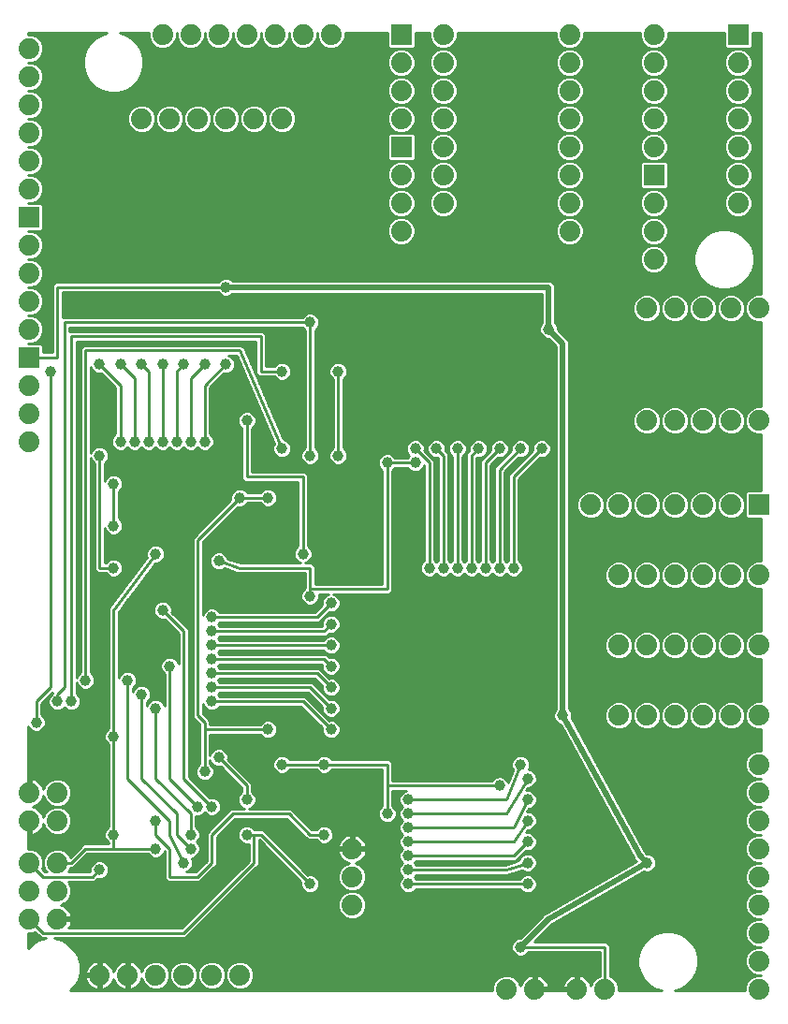
<source format=gbl>
G75*
G70*
%OFA0B0*%
%FSLAX24Y24*%
%IPPOS*%
%LPD*%
%AMOC8*
5,1,8,0,0,1.08239X$1,22.5*
%
%ADD10C,0.0740*%
%ADD11R,0.0740X0.0740*%
%ADD12C,0.0396*%
%ADD13C,0.0100*%
%ADD14C,0.0200*%
D10*
X001536Y003234D03*
X001536Y004234D03*
X001536Y005234D03*
X002536Y005234D03*
X002536Y004234D03*
X002536Y003234D03*
X004036Y001234D03*
X005036Y001234D03*
X006036Y001234D03*
X007036Y001234D03*
X008036Y001234D03*
X009036Y001234D03*
X013036Y003734D03*
X013036Y004734D03*
X013036Y005734D03*
X018536Y000734D03*
X019536Y000734D03*
X021036Y000734D03*
X022036Y000734D03*
X027536Y000734D03*
X027536Y001734D03*
X027536Y002734D03*
X027536Y003734D03*
X027536Y004734D03*
X027536Y005734D03*
X027536Y006734D03*
X027536Y007734D03*
X027536Y008734D03*
X027536Y010484D03*
X026536Y010484D03*
X025536Y010484D03*
X024536Y010484D03*
X023536Y010484D03*
X022536Y010484D03*
X022536Y012984D03*
X023536Y012984D03*
X024536Y012984D03*
X025536Y012984D03*
X026536Y012984D03*
X027536Y012984D03*
X027536Y015484D03*
X026536Y015484D03*
X025536Y015484D03*
X024536Y015484D03*
X023536Y015484D03*
X022536Y015484D03*
X022536Y017984D03*
X021536Y017984D03*
X023536Y017984D03*
X024536Y017984D03*
X025536Y017984D03*
X026536Y017984D03*
X026536Y020984D03*
X025536Y020984D03*
X024536Y020984D03*
X023536Y020984D03*
X023536Y024984D03*
X024536Y024984D03*
X025536Y024984D03*
X026536Y024984D03*
X027536Y024984D03*
X026786Y028734D03*
X026786Y029734D03*
X026786Y030734D03*
X026786Y031734D03*
X026786Y032734D03*
X026786Y033734D03*
X023786Y033734D03*
X023786Y032734D03*
X023786Y031734D03*
X023786Y030734D03*
X023786Y028734D03*
X023786Y027734D03*
X023786Y026734D03*
X020786Y027734D03*
X020786Y028734D03*
X020786Y029734D03*
X020786Y030734D03*
X020786Y031734D03*
X020786Y032734D03*
X020786Y033734D03*
X020786Y034734D03*
X023786Y034734D03*
X016286Y034734D03*
X016286Y033734D03*
X016286Y032734D03*
X016286Y031734D03*
X016286Y030734D03*
X016286Y029734D03*
X016286Y028734D03*
X014786Y028734D03*
X014786Y027734D03*
X014786Y029734D03*
X014786Y031734D03*
X014786Y032734D03*
X014786Y033734D03*
X012286Y034734D03*
X011286Y034734D03*
X010286Y034734D03*
X009286Y034734D03*
X008286Y034734D03*
X007286Y034734D03*
X006286Y034734D03*
X006536Y031734D03*
X005536Y031734D03*
X007536Y031734D03*
X008536Y031734D03*
X009536Y031734D03*
X010536Y031734D03*
X001536Y031234D03*
X001536Y030234D03*
X001536Y029234D03*
X001536Y027234D03*
X001536Y026234D03*
X001536Y025234D03*
X001536Y024234D03*
X001536Y022234D03*
X001536Y021234D03*
X001536Y020234D03*
X001536Y032234D03*
X001536Y033234D03*
X001536Y034234D03*
X001536Y007734D03*
X001536Y006734D03*
X002536Y006734D03*
X002536Y007734D03*
X027536Y020984D03*
D11*
X027536Y017984D03*
X023786Y029734D03*
X026786Y034734D03*
X014786Y034734D03*
X014786Y030734D03*
X001536Y028234D03*
X001536Y023234D03*
D12*
X002286Y022734D03*
X004036Y022984D03*
X004786Y022984D03*
X005536Y022984D03*
X006286Y022984D03*
X007036Y022984D03*
X007786Y022984D03*
X008536Y022984D03*
X009286Y020984D03*
X010536Y019984D03*
X011536Y019734D03*
X012036Y019234D03*
X012536Y019734D03*
X014286Y019484D03*
X015286Y019484D03*
X015286Y019984D03*
X016036Y019984D03*
X016786Y019984D03*
X017536Y019984D03*
X018286Y019984D03*
X019036Y019984D03*
X019786Y019984D03*
X021536Y021734D03*
X020036Y024234D03*
X014536Y023734D03*
X012536Y022734D03*
X012036Y021734D03*
X010536Y022734D03*
X011536Y024484D03*
X008536Y025734D03*
X007786Y020234D03*
X007286Y020234D03*
X006786Y020234D03*
X006286Y020234D03*
X005786Y020234D03*
X005286Y020234D03*
X004786Y020234D03*
X004036Y020484D03*
X004036Y019734D03*
X004536Y018734D03*
X005286Y018484D03*
X004536Y017234D03*
X004536Y015734D03*
X006036Y016234D03*
X007036Y016484D03*
X008286Y015984D03*
X008036Y013984D03*
X008036Y013484D03*
X008036Y012984D03*
X008036Y012484D03*
X008036Y011984D03*
X008036Y011484D03*
X008036Y010984D03*
X006536Y012234D03*
X005536Y011234D03*
X005036Y011734D03*
X006036Y010734D03*
X004536Y009734D03*
X003036Y010984D03*
X002536Y010984D03*
X001786Y010234D03*
X003536Y011734D03*
X006286Y014234D03*
X009036Y018234D03*
X010036Y018234D03*
X010536Y017134D03*
X010536Y016234D03*
X011286Y016234D03*
X011536Y014734D03*
X012286Y014484D03*
X012286Y013734D03*
X012286Y012984D03*
X012286Y012234D03*
X012286Y011484D03*
X012286Y010734D03*
X012286Y009984D03*
X012036Y008734D03*
X010536Y008734D03*
X010036Y009984D03*
X008286Y008984D03*
X007786Y008484D03*
X007536Y007234D03*
X008036Y007234D03*
X007286Y006234D03*
X007286Y005734D03*
X007036Y005234D03*
X006036Y005734D03*
X006036Y006734D03*
X004536Y006234D03*
X004036Y004984D03*
X009286Y006234D03*
X009286Y007484D03*
X011536Y007234D03*
X012036Y006234D03*
X011536Y004484D03*
X014286Y006984D03*
X015036Y006984D03*
X015036Y006484D03*
X015036Y005984D03*
X015036Y005484D03*
X015036Y004984D03*
X015036Y004484D03*
X017536Y002734D03*
X016036Y001734D03*
X019036Y002234D03*
X019286Y004484D03*
X019286Y005234D03*
X019286Y005984D03*
X019286Y006734D03*
X019286Y007484D03*
X019286Y008234D03*
X019036Y008734D03*
X018286Y007984D03*
X016536Y008734D03*
X015036Y007484D03*
X019536Y009734D03*
X020536Y010484D03*
X023536Y008234D03*
X023536Y005234D03*
X018786Y015734D03*
X018286Y015734D03*
X017786Y015734D03*
X017286Y015734D03*
X016786Y015734D03*
X016286Y015734D03*
X015786Y015734D03*
X013786Y017134D03*
X019286Y017734D03*
D13*
X001486Y002734D02*
X001486Y002204D01*
X001626Y002344D01*
X001871Y002486D01*
X002126Y002554D01*
X001962Y002554D01*
X001856Y002660D01*
X001739Y002777D01*
X001636Y002734D01*
X001486Y002734D01*
X001486Y002697D02*
X001819Y002697D01*
X001918Y002598D02*
X001486Y002598D01*
X001486Y002500D02*
X001923Y002500D01*
X001725Y002401D02*
X001486Y002401D01*
X001486Y002303D02*
X001585Y002303D01*
X002036Y002734D02*
X007036Y002734D01*
X009536Y005234D01*
X009536Y006234D01*
X009786Y006234D01*
X011536Y004484D01*
X011228Y004371D02*
X008928Y004371D01*
X008829Y004273D02*
X011284Y004273D01*
X011258Y004298D02*
X011351Y004206D01*
X011471Y004156D01*
X011602Y004156D01*
X011722Y004206D01*
X011815Y004298D01*
X011865Y004419D01*
X011865Y004549D01*
X011815Y004670D01*
X011722Y004762D01*
X011602Y004812D01*
X011471Y004812D01*
X011465Y004810D01*
X009861Y006414D01*
X009567Y006414D01*
X009565Y006420D01*
X009472Y006512D01*
X009352Y006562D01*
X009221Y006562D01*
X009101Y006512D01*
X009008Y006420D01*
X008958Y006299D01*
X008958Y006169D01*
X009008Y006048D01*
X009101Y005956D01*
X009221Y005906D01*
X009352Y005906D01*
X009356Y005908D01*
X009356Y005309D01*
X006962Y002914D01*
X002947Y002914D01*
X002981Y002962D01*
X003018Y003035D01*
X003044Y003112D01*
X003055Y003184D01*
X002586Y003184D01*
X002586Y003284D01*
X003055Y003284D01*
X003044Y003356D01*
X003018Y003434D01*
X002981Y003507D01*
X002933Y003573D01*
X002875Y003631D01*
X002809Y003679D01*
X002736Y003716D01*
X002658Y003741D01*
X002655Y003742D01*
X002820Y003810D01*
X002960Y003951D01*
X003036Y004135D01*
X003036Y004334D01*
X002960Y004517D01*
X002924Y004554D01*
X003861Y004554D01*
X003965Y004658D01*
X003971Y004656D01*
X004102Y004656D01*
X004222Y004706D01*
X004315Y004798D01*
X004365Y004919D01*
X004365Y005049D01*
X004315Y005170D01*
X004222Y005262D01*
X004102Y005312D01*
X003971Y005312D01*
X003851Y005262D01*
X003758Y005170D01*
X003708Y005049D01*
X003708Y004919D01*
X003710Y004914D01*
X002924Y004914D01*
X002960Y004951D01*
X003003Y005054D01*
X003111Y005054D01*
X003611Y005554D01*
X005756Y005554D01*
X005758Y005548D01*
X005851Y005456D01*
X005971Y005406D01*
X006102Y005406D01*
X006222Y005456D01*
X006315Y005548D01*
X006356Y005649D01*
X006356Y004660D01*
X006462Y004554D01*
X007611Y004554D01*
X008111Y005054D01*
X008216Y005160D01*
X008216Y006160D01*
X008861Y006804D01*
X010712Y006804D01*
X011462Y006054D01*
X011756Y006054D01*
X011758Y006048D01*
X011851Y005956D01*
X011971Y005906D01*
X012102Y005906D01*
X012222Y005956D01*
X012315Y006048D01*
X012365Y006169D01*
X012365Y006299D01*
X012315Y006420D01*
X012222Y006512D01*
X012102Y006562D01*
X011971Y006562D01*
X011851Y006512D01*
X011758Y006420D01*
X011756Y006414D01*
X011611Y006414D01*
X010966Y007059D01*
X010861Y007164D01*
X009371Y007164D01*
X009472Y007206D01*
X009565Y007298D01*
X009615Y007419D01*
X009615Y007549D01*
X009565Y007670D01*
X009472Y007762D01*
X009466Y007765D01*
X009466Y008059D01*
X008612Y008913D01*
X008615Y008919D01*
X008615Y009049D01*
X008565Y009170D01*
X008472Y009262D01*
X008352Y009312D01*
X008221Y009312D01*
X008101Y009262D01*
X008008Y009170D01*
X007966Y009069D01*
X007966Y009804D01*
X009756Y009804D01*
X009758Y009798D01*
X009851Y009706D01*
X009971Y009656D01*
X010102Y009656D01*
X010222Y009706D01*
X010315Y009798D01*
X010365Y009919D01*
X010365Y010049D01*
X010315Y010170D01*
X010222Y010262D01*
X010102Y010312D01*
X009971Y010312D01*
X009851Y010262D01*
X009758Y010170D01*
X009756Y010164D01*
X007966Y010164D01*
X007966Y010309D01*
X007716Y010559D01*
X007716Y010899D01*
X007758Y010798D01*
X007851Y010706D01*
X007971Y010656D01*
X008102Y010656D01*
X008222Y010706D01*
X008315Y010798D01*
X008317Y010804D01*
X011212Y010804D01*
X011961Y010055D01*
X011958Y010049D01*
X011958Y009919D01*
X012008Y009798D01*
X012101Y009706D01*
X012221Y009656D01*
X012352Y009656D01*
X012472Y009706D01*
X012565Y009798D01*
X012615Y009919D01*
X012615Y010049D01*
X012565Y010170D01*
X012472Y010262D01*
X012352Y010312D01*
X012221Y010312D01*
X012215Y010310D01*
X011466Y011059D01*
X011361Y011164D01*
X008317Y011164D01*
X008315Y011170D01*
X008250Y011234D01*
X008315Y011298D01*
X008317Y011304D01*
X011462Y011304D01*
X011961Y010805D01*
X011958Y010799D01*
X011958Y010669D01*
X012008Y010548D01*
X012101Y010456D01*
X012221Y010406D01*
X012352Y010406D01*
X012472Y010456D01*
X012565Y010548D01*
X012615Y010669D01*
X012615Y010799D01*
X012565Y010920D01*
X012472Y011012D01*
X012352Y011062D01*
X012221Y011062D01*
X012215Y011060D01*
X011716Y011559D01*
X011611Y011664D01*
X008317Y011664D01*
X008315Y011670D01*
X008250Y011734D01*
X008315Y011798D01*
X008317Y011804D01*
X011712Y011804D01*
X011961Y011555D01*
X011958Y011549D01*
X011958Y011419D01*
X012008Y011298D01*
X012101Y011206D01*
X012221Y011156D01*
X012352Y011156D01*
X012472Y011206D01*
X012565Y011298D01*
X012615Y011419D01*
X012615Y011549D01*
X012565Y011670D01*
X012472Y011762D01*
X012352Y011812D01*
X012221Y011812D01*
X012215Y011810D01*
X011966Y012059D01*
X011861Y012164D01*
X008317Y012164D01*
X008315Y012170D01*
X008250Y012234D01*
X008315Y012298D01*
X008317Y012304D01*
X011960Y012304D01*
X011958Y012299D01*
X011958Y012169D01*
X012008Y012048D01*
X012101Y011956D01*
X012069Y011956D01*
X012101Y011956D02*
X012221Y011906D01*
X012352Y011906D01*
X012472Y011956D01*
X012565Y012048D01*
X012615Y012169D01*
X012615Y012299D01*
X012565Y012420D01*
X012472Y012512D01*
X012352Y012562D01*
X012221Y012562D01*
X012215Y012560D01*
X012111Y012664D01*
X008317Y012664D01*
X008315Y012670D01*
X008250Y012734D01*
X008315Y012798D01*
X008317Y012804D01*
X012006Y012804D01*
X012008Y012798D01*
X012101Y012706D01*
X012221Y012656D01*
X012352Y012656D01*
X012472Y012706D01*
X012565Y012798D01*
X012615Y012919D01*
X012615Y013049D01*
X012565Y013170D01*
X012472Y013262D01*
X012352Y013312D01*
X012221Y013312D01*
X012101Y013262D01*
X012008Y013170D01*
X012006Y013164D01*
X008317Y013164D01*
X008315Y013170D01*
X008250Y013234D01*
X008315Y013298D01*
X008317Y013304D01*
X012111Y013304D01*
X012215Y013408D01*
X012221Y013406D01*
X012352Y013406D01*
X012472Y013456D01*
X012565Y013548D01*
X012615Y013669D01*
X012615Y013799D01*
X012565Y013920D01*
X012472Y014012D01*
X012352Y014062D01*
X012221Y014062D01*
X012101Y014012D01*
X012008Y013920D01*
X011958Y013799D01*
X011958Y013669D01*
X011960Y013664D01*
X008317Y013664D01*
X008315Y013670D01*
X008250Y013734D01*
X008315Y013798D01*
X008317Y013804D01*
X011861Y013804D01*
X011966Y013910D01*
X012215Y014158D01*
X012221Y014156D01*
X012352Y014156D01*
X012472Y014206D01*
X012565Y014298D01*
X012615Y014419D01*
X012615Y014549D01*
X012565Y014670D01*
X012472Y014762D01*
X012371Y014804D01*
X014361Y014804D01*
X014466Y014910D01*
X014466Y019204D01*
X014472Y019206D01*
X014565Y019298D01*
X014567Y019304D01*
X015006Y019304D01*
X015008Y019298D01*
X015101Y019206D01*
X015221Y019156D01*
X015352Y019156D01*
X015472Y019206D01*
X015565Y019298D01*
X015606Y019399D01*
X015606Y016015D01*
X015601Y016012D01*
X015508Y015920D01*
X015458Y015799D01*
X015458Y015669D01*
X015508Y015548D01*
X015601Y015456D01*
X015721Y015406D01*
X015852Y015406D01*
X015972Y015456D01*
X016036Y015520D01*
X016101Y015456D01*
X016221Y015406D01*
X016352Y015406D01*
X016472Y015456D01*
X016536Y015520D01*
X016601Y015456D01*
X016721Y015406D01*
X016852Y015406D01*
X016972Y015456D01*
X017036Y015520D01*
X017101Y015456D01*
X017221Y015406D01*
X017352Y015406D01*
X017472Y015456D01*
X017536Y015520D01*
X017601Y015456D01*
X017721Y015406D01*
X017852Y015406D01*
X017972Y015456D01*
X018036Y015520D01*
X018101Y015456D01*
X018221Y015406D01*
X018352Y015406D01*
X018472Y015456D01*
X018536Y015520D01*
X018601Y015456D01*
X018721Y015406D01*
X018852Y015406D01*
X018972Y015456D01*
X019065Y015548D01*
X019115Y015669D01*
X019115Y015799D01*
X019065Y015920D01*
X018972Y016012D01*
X018966Y016015D01*
X018966Y018910D01*
X019715Y019658D01*
X019721Y019656D01*
X019852Y019656D01*
X019972Y019706D01*
X020065Y019798D01*
X020115Y019919D01*
X020115Y020049D01*
X020065Y020170D01*
X019972Y020262D01*
X019852Y020312D01*
X019721Y020312D01*
X019601Y020262D01*
X019508Y020170D01*
X019458Y020049D01*
X019458Y019919D01*
X019461Y019913D01*
X018712Y019164D01*
X018606Y019059D01*
X018606Y016015D01*
X018601Y016012D01*
X018536Y015948D01*
X018472Y016012D01*
X018466Y016015D01*
X018466Y019160D01*
X018965Y019658D01*
X018971Y019656D01*
X019102Y019656D01*
X019222Y019706D01*
X019315Y019798D01*
X019365Y019919D01*
X019365Y020049D01*
X019315Y020170D01*
X019222Y020262D01*
X019102Y020312D01*
X018971Y020312D01*
X018851Y020262D01*
X018758Y020170D01*
X018708Y020049D01*
X018708Y019919D01*
X018711Y019913D01*
X018212Y019414D01*
X018106Y019309D01*
X018106Y016015D01*
X018101Y016012D01*
X018036Y015948D01*
X017972Y016012D01*
X017966Y016015D01*
X017966Y019410D01*
X018215Y019658D01*
X018221Y019656D01*
X018352Y019656D01*
X018472Y019706D01*
X018565Y019798D01*
X018615Y019919D01*
X018615Y020049D01*
X018565Y020170D01*
X018472Y020262D01*
X018352Y020312D01*
X018221Y020312D01*
X018101Y020262D01*
X018008Y020170D01*
X017958Y020049D01*
X017958Y019919D01*
X017961Y019913D01*
X017712Y019664D01*
X017606Y019559D01*
X017606Y016015D01*
X017601Y016012D01*
X017536Y015948D01*
X017472Y016012D01*
X017466Y016015D01*
X017466Y019658D01*
X017471Y019656D01*
X017602Y019656D01*
X017722Y019706D01*
X017815Y019798D01*
X017865Y019919D01*
X017865Y020049D01*
X017815Y020170D01*
X017722Y020262D01*
X017602Y020312D01*
X017471Y020312D01*
X017351Y020262D01*
X017258Y020170D01*
X017208Y020049D01*
X017208Y019919D01*
X017211Y019913D01*
X017106Y019809D01*
X017106Y016015D01*
X017101Y016012D01*
X017036Y015948D01*
X016972Y016012D01*
X016966Y016015D01*
X016966Y019704D01*
X016972Y019706D01*
X017065Y019798D01*
X017115Y019919D01*
X017115Y020049D01*
X017065Y020170D01*
X016972Y020262D01*
X016852Y020312D01*
X016721Y020312D01*
X016601Y020262D01*
X016508Y020170D01*
X016458Y020049D01*
X016458Y019919D01*
X016508Y019798D01*
X016601Y019706D01*
X016606Y019704D01*
X016606Y016015D01*
X016601Y016012D01*
X016536Y015948D01*
X016472Y016012D01*
X016466Y016015D01*
X016466Y019809D01*
X016362Y019913D01*
X016365Y019919D01*
X016365Y020049D01*
X016315Y020170D01*
X016222Y020262D01*
X016102Y020312D01*
X015971Y020312D01*
X015851Y020262D01*
X015758Y020170D01*
X015708Y020049D01*
X015708Y019919D01*
X015758Y019798D01*
X015851Y019706D01*
X015971Y019656D01*
X016102Y019656D01*
X016106Y019658D01*
X016106Y016015D01*
X016101Y016012D01*
X016036Y015948D01*
X015972Y016012D01*
X015966Y016015D01*
X015966Y019559D01*
X015861Y019664D01*
X015612Y019913D01*
X015615Y019919D01*
X015615Y020049D01*
X015565Y020170D01*
X015472Y020262D01*
X015352Y020312D01*
X015221Y020312D01*
X015101Y020262D01*
X015008Y020170D01*
X014958Y020049D01*
X014958Y019919D01*
X015008Y019798D01*
X015072Y019734D01*
X015008Y019670D01*
X015006Y019664D01*
X014567Y019664D01*
X014565Y019670D01*
X014472Y019762D01*
X014352Y019812D01*
X014221Y019812D01*
X014101Y019762D01*
X014008Y019670D01*
X013958Y019549D01*
X013958Y019419D01*
X014008Y019298D01*
X014101Y019206D01*
X014106Y019204D01*
X014106Y015164D01*
X011716Y015164D01*
X011716Y015809D01*
X011611Y015914D01*
X011371Y015914D01*
X011472Y015956D01*
X011565Y016048D01*
X011615Y016169D01*
X011615Y016299D01*
X011565Y016420D01*
X011472Y016512D01*
X011466Y016515D01*
X011466Y019059D01*
X011361Y019164D01*
X009466Y019164D01*
X009466Y020704D01*
X009472Y020706D01*
X009565Y020798D01*
X009615Y020919D01*
X009615Y021049D01*
X009565Y021170D01*
X009472Y021262D01*
X009352Y021312D01*
X009221Y021312D01*
X009101Y021262D01*
X009008Y021170D01*
X008958Y021049D01*
X008958Y020919D01*
X009008Y020798D01*
X009101Y020706D01*
X009106Y020704D01*
X009106Y018910D01*
X009212Y018804D01*
X011106Y018804D01*
X011106Y016515D01*
X011101Y016512D01*
X011008Y016420D01*
X010958Y016299D01*
X010958Y016169D01*
X011008Y016048D01*
X011101Y015956D01*
X011202Y015914D01*
X009066Y015914D01*
X008607Y016067D01*
X008565Y016170D01*
X008472Y016262D01*
X008352Y016312D01*
X008221Y016312D01*
X008101Y016262D01*
X008008Y016170D01*
X007958Y016049D01*
X007958Y015919D01*
X008008Y015798D01*
X008101Y015706D01*
X008221Y015656D01*
X008352Y015656D01*
X008472Y015706D01*
X008492Y015726D01*
X008939Y015577D01*
X008962Y015554D01*
X009007Y015554D01*
X009050Y015540D01*
X009079Y015554D01*
X011356Y015554D01*
X011356Y015015D01*
X011351Y015012D01*
X011258Y014920D01*
X011208Y014799D01*
X011208Y014669D01*
X011258Y014548D01*
X011351Y014456D01*
X011471Y014406D01*
X011602Y014406D01*
X011722Y014456D01*
X011815Y014548D01*
X011865Y014669D01*
X011865Y014799D01*
X011863Y014804D01*
X012202Y014804D01*
X012101Y014762D01*
X012008Y014670D01*
X011958Y014549D01*
X011958Y014419D01*
X011961Y014413D01*
X011712Y014164D01*
X008317Y014164D01*
X008315Y014170D01*
X008222Y014262D01*
X008102Y014312D01*
X007971Y014312D01*
X007851Y014262D01*
X007758Y014170D01*
X007716Y014069D01*
X007716Y016660D01*
X008965Y017908D01*
X008971Y017906D01*
X009102Y017906D01*
X009222Y017956D01*
X009315Y018048D01*
X009317Y018054D01*
X009756Y018054D01*
X009758Y018048D01*
X009851Y017956D01*
X009971Y017906D01*
X010102Y017906D01*
X010222Y017956D01*
X010315Y018048D01*
X010365Y018169D01*
X010365Y018299D01*
X010315Y018420D01*
X010222Y018512D01*
X010102Y018562D01*
X009971Y018562D01*
X009851Y018512D01*
X009758Y018420D01*
X009756Y018414D01*
X009317Y018414D01*
X009315Y018420D01*
X009222Y018512D01*
X009102Y018562D01*
X008971Y018562D01*
X008851Y018512D01*
X008758Y018420D01*
X008708Y018299D01*
X008708Y018169D01*
X008711Y018163D01*
X007356Y016809D01*
X007356Y010410D01*
X007462Y010304D01*
X007606Y010160D01*
X007606Y008765D01*
X007601Y008762D01*
X007508Y008670D01*
X007458Y008549D01*
X007458Y008419D01*
X007508Y008298D01*
X007601Y008206D01*
X007721Y008156D01*
X007852Y008156D01*
X007972Y008206D01*
X008065Y008298D01*
X008115Y008419D01*
X008115Y008549D01*
X008065Y008670D01*
X007972Y008762D01*
X007966Y008765D01*
X007966Y008899D01*
X008008Y008798D01*
X008101Y008706D01*
X008221Y008656D01*
X008352Y008656D01*
X008358Y008658D01*
X009106Y007910D01*
X009106Y007765D01*
X009101Y007762D01*
X009008Y007670D01*
X008958Y007549D01*
X008958Y007419D01*
X009008Y007298D01*
X009101Y007206D01*
X009202Y007164D01*
X008712Y007164D01*
X008606Y007059D01*
X007856Y006309D01*
X007856Y005309D01*
X007462Y004914D01*
X007121Y004914D01*
X007222Y004956D01*
X007315Y005048D01*
X007365Y005169D01*
X007365Y005299D01*
X007320Y005406D01*
X007352Y005406D01*
X007472Y005456D01*
X007565Y005548D01*
X007615Y005669D01*
X007615Y005799D01*
X007565Y005920D01*
X007500Y005984D01*
X007565Y006048D01*
X007615Y006169D01*
X007615Y006299D01*
X007565Y006420D01*
X007472Y006512D01*
X007466Y006515D01*
X007466Y006908D01*
X007471Y006906D01*
X007602Y006906D01*
X007722Y006956D01*
X007786Y007020D01*
X007851Y006956D01*
X007971Y006906D01*
X008102Y006906D01*
X008222Y006956D01*
X008315Y007048D01*
X008365Y007169D01*
X008365Y007299D01*
X008315Y007420D01*
X008222Y007512D01*
X008102Y007562D01*
X007971Y007562D01*
X007965Y007560D01*
X007216Y008309D01*
X007216Y013559D01*
X006612Y014163D01*
X006615Y014169D01*
X006615Y014299D01*
X006565Y014420D01*
X006472Y014512D01*
X006352Y014562D01*
X006221Y014562D01*
X006101Y014512D01*
X006008Y014420D01*
X005958Y014299D01*
X005958Y014169D01*
X006008Y014048D01*
X006101Y013956D01*
X006221Y013906D01*
X006352Y013906D01*
X006358Y013908D01*
X006856Y013410D01*
X006856Y012319D01*
X006815Y012420D01*
X006722Y012512D01*
X006602Y012562D01*
X006471Y012562D01*
X006351Y012512D01*
X006258Y012420D01*
X006208Y012299D01*
X006208Y012169D01*
X006258Y012048D01*
X006351Y011956D01*
X005279Y011956D01*
X005315Y011920D02*
X005222Y012012D01*
X005102Y012062D01*
X004971Y012062D01*
X004851Y012012D01*
X004758Y011920D01*
X004716Y011819D01*
X004716Y014174D01*
X006015Y015906D01*
X006102Y015906D01*
X006222Y015956D01*
X006315Y016048D01*
X006365Y016169D01*
X006365Y016299D01*
X006315Y016420D01*
X006222Y016512D01*
X006102Y016562D01*
X005971Y016562D01*
X005851Y016512D01*
X005758Y016420D01*
X005708Y016299D01*
X005708Y016169D01*
X005728Y016122D01*
X004400Y014352D01*
X004356Y014309D01*
X004356Y014294D01*
X004348Y014283D01*
X004356Y014221D01*
X003716Y014221D01*
X003716Y014123D02*
X004356Y014123D01*
X004356Y014221D02*
X004356Y010015D01*
X004351Y010012D01*
X004258Y009920D01*
X004208Y009799D01*
X004208Y009669D01*
X004258Y009548D01*
X004351Y009456D01*
X004356Y009454D01*
X004356Y006515D01*
X004351Y006512D01*
X004258Y006420D01*
X004208Y006299D01*
X004208Y006169D01*
X004258Y006048D01*
X004351Y005956D01*
X004356Y005954D01*
X004356Y005914D01*
X003462Y005914D01*
X003356Y005809D01*
X002991Y005443D01*
X002960Y005517D01*
X002820Y005658D01*
X002636Y005734D01*
X002437Y005734D01*
X002253Y005658D01*
X002113Y005517D01*
X002036Y005334D01*
X001960Y005517D01*
X001820Y005658D01*
X001636Y005734D01*
X001486Y005734D01*
X001486Y006216D01*
X001486Y006216D01*
X001486Y006684D01*
X001586Y006684D01*
X001586Y006216D01*
X001658Y006227D01*
X001736Y006252D01*
X001809Y006289D01*
X001875Y006338D01*
X001933Y006395D01*
X001981Y006462D01*
X002018Y006535D01*
X002044Y006612D01*
X002044Y006616D01*
X002113Y006451D01*
X002253Y006310D01*
X002437Y006234D01*
X002636Y006234D01*
X002820Y006310D01*
X002960Y006451D01*
X003036Y006635D01*
X003036Y006834D01*
X004356Y006834D01*
X004356Y006932D02*
X002996Y006932D01*
X002960Y007017D02*
X002820Y007158D01*
X002636Y007234D01*
X002437Y007234D01*
X002253Y007158D01*
X002113Y007017D01*
X002044Y006852D01*
X002044Y006856D01*
X002018Y006934D01*
X001981Y007007D01*
X001933Y007073D01*
X001875Y007131D01*
X001809Y007179D01*
X001736Y007216D01*
X001680Y007234D01*
X001736Y007252D01*
X001809Y007289D01*
X001875Y007338D01*
X001933Y007395D01*
X001981Y007462D01*
X002018Y007535D01*
X002044Y007612D01*
X002044Y007616D01*
X002113Y007451D01*
X002253Y007310D01*
X002437Y007234D01*
X002636Y007234D01*
X002820Y007310D01*
X002960Y007451D01*
X003036Y007635D01*
X003036Y007834D01*
X002960Y008017D01*
X002820Y008158D01*
X002636Y008234D01*
X002437Y008234D01*
X002253Y008158D01*
X002113Y008017D01*
X002044Y007852D01*
X002044Y007856D01*
X002018Y007934D01*
X001981Y008007D01*
X001933Y008073D01*
X001875Y008131D01*
X001809Y008179D01*
X001736Y008216D01*
X001658Y008241D01*
X001586Y008253D01*
X001586Y007784D01*
X001486Y007784D01*
X001486Y008253D01*
X001486Y010101D01*
X001508Y010048D01*
X001601Y009956D01*
X001721Y009906D01*
X001852Y009906D01*
X001972Y009956D01*
X002065Y010048D01*
X002115Y010169D01*
X002115Y010299D01*
X002065Y010420D01*
X001972Y010512D01*
X001966Y010515D01*
X001966Y010910D01*
X002356Y011300D01*
X002356Y011265D01*
X002351Y011262D01*
X002258Y011170D01*
X002208Y011049D01*
X002208Y010919D01*
X002258Y010798D01*
X002351Y010706D01*
X002471Y010656D01*
X002602Y010656D01*
X002722Y010706D01*
X002786Y010770D01*
X002851Y010706D01*
X002971Y010656D01*
X003102Y010656D01*
X003222Y010706D01*
X003315Y010798D01*
X003365Y010919D01*
X003365Y011049D01*
X003315Y011170D01*
X003222Y011262D01*
X003216Y011265D01*
X003216Y011649D01*
X003258Y011548D01*
X003351Y011456D01*
X003471Y011406D01*
X003602Y011406D01*
X003722Y011456D01*
X003815Y011548D01*
X003865Y011669D01*
X003865Y011799D01*
X003815Y011920D01*
X003722Y012012D01*
X003716Y012015D01*
X003716Y019649D01*
X003758Y019548D01*
X003851Y019456D01*
X003856Y019454D01*
X003856Y015660D01*
X003962Y015554D01*
X004256Y015554D01*
X004258Y015548D01*
X004351Y015456D01*
X004471Y015406D01*
X004602Y015406D01*
X004722Y015456D01*
X004815Y015548D01*
X004865Y015669D01*
X004865Y015799D01*
X004815Y015920D01*
X004722Y016012D01*
X004602Y016062D01*
X004471Y016062D01*
X004351Y016012D01*
X004258Y015920D01*
X004256Y015914D01*
X004216Y015914D01*
X004216Y017149D01*
X004258Y017048D01*
X004351Y016956D01*
X004471Y016906D01*
X004602Y016906D01*
X004722Y016956D01*
X004815Y017048D01*
X004865Y017169D01*
X004865Y017299D01*
X004815Y017420D01*
X004722Y017512D01*
X004716Y017515D01*
X004716Y018454D01*
X004722Y018456D01*
X004815Y018548D01*
X004865Y018669D01*
X004865Y018799D01*
X004815Y018920D01*
X004722Y019012D01*
X004602Y019062D01*
X004471Y019062D01*
X004351Y019012D01*
X004258Y018920D01*
X004216Y018819D01*
X004216Y019454D01*
X004222Y019456D01*
X004315Y019548D01*
X004365Y019669D01*
X004365Y019799D01*
X004315Y019920D01*
X004222Y020012D01*
X004102Y020062D01*
X003971Y020062D01*
X003851Y020012D01*
X003758Y019920D01*
X003716Y019819D01*
X003716Y022899D01*
X003758Y022798D01*
X003851Y022706D01*
X003971Y022656D01*
X004102Y022656D01*
X004108Y022658D01*
X004606Y022160D01*
X004606Y020515D01*
X004601Y020512D01*
X004508Y020420D01*
X004458Y020299D01*
X004458Y020169D01*
X004508Y020048D01*
X004601Y019956D01*
X004721Y019906D01*
X004852Y019906D01*
X004972Y019956D01*
X005036Y020020D01*
X005101Y019956D01*
X005221Y019906D01*
X005352Y019906D01*
X005472Y019956D01*
X005536Y020020D01*
X005601Y019956D01*
X005721Y019906D01*
X005852Y019906D01*
X005972Y019956D01*
X006036Y020020D01*
X006101Y019956D01*
X006221Y019906D01*
X006352Y019906D01*
X006472Y019956D01*
X006536Y020020D01*
X006601Y019956D01*
X006721Y019906D01*
X006852Y019906D01*
X006972Y019956D01*
X007036Y020020D01*
X007101Y019956D01*
X007221Y019906D01*
X007352Y019906D01*
X007472Y019956D01*
X007536Y020020D01*
X007601Y019956D01*
X007721Y019906D01*
X007852Y019906D01*
X007972Y019956D01*
X008065Y020048D01*
X008115Y020169D01*
X008115Y020299D01*
X008065Y020420D01*
X007972Y020512D01*
X007966Y020515D01*
X007966Y022160D01*
X008465Y022658D01*
X008471Y022656D01*
X008602Y022656D01*
X008722Y022706D01*
X008815Y022798D01*
X008865Y022919D01*
X008865Y023049D01*
X008815Y023170D01*
X008722Y023262D01*
X008621Y023304D01*
X008918Y023304D01*
X010260Y020172D01*
X010258Y020170D01*
X010208Y020049D01*
X010208Y019919D01*
X010258Y019798D01*
X010351Y019706D01*
X010471Y019656D01*
X010602Y019656D01*
X010722Y019706D01*
X010815Y019798D01*
X010865Y019919D01*
X010865Y020049D01*
X010815Y020170D01*
X010722Y020262D01*
X010602Y020312D01*
X010592Y020312D01*
X009216Y023521D01*
X009216Y023559D01*
X009188Y023587D01*
X009172Y023624D01*
X009138Y023638D01*
X009111Y023664D01*
X009071Y023664D01*
X009034Y023679D01*
X008999Y023664D01*
X003462Y023664D01*
X003356Y023559D01*
X003356Y012015D01*
X003351Y012012D01*
X003258Y011920D01*
X003216Y011819D01*
X003216Y023804D01*
X009606Y023804D01*
X009606Y022660D01*
X009712Y022554D01*
X010256Y022554D01*
X010258Y022548D01*
X010351Y022456D01*
X010471Y022406D01*
X010602Y022406D01*
X010722Y022456D01*
X010815Y022548D01*
X010865Y022669D01*
X010865Y022799D01*
X010815Y022920D01*
X010722Y023012D01*
X010602Y023062D01*
X010471Y023062D01*
X010351Y023012D01*
X010258Y022920D01*
X010256Y022914D01*
X009966Y022914D01*
X009966Y024059D01*
X009861Y024164D01*
X002966Y024164D01*
X002966Y024304D01*
X011256Y024304D01*
X011258Y024298D01*
X011351Y024206D01*
X011356Y024204D01*
X011356Y020015D01*
X011351Y020012D01*
X011258Y019920D01*
X011208Y019799D01*
X011208Y019669D01*
X011258Y019548D01*
X011351Y019456D01*
X011471Y019406D01*
X011602Y019406D01*
X011722Y019456D01*
X011815Y019548D01*
X011865Y019669D01*
X011865Y019799D01*
X011815Y019920D01*
X011722Y020012D01*
X011716Y020015D01*
X011716Y024204D01*
X011722Y024206D01*
X011815Y024298D01*
X011865Y024419D01*
X011865Y024549D01*
X011815Y024670D01*
X011722Y024762D01*
X011602Y024812D01*
X011471Y024812D01*
X011351Y024762D01*
X011258Y024670D01*
X011256Y024664D01*
X002716Y024664D01*
X002716Y025554D01*
X008256Y025554D01*
X008258Y025548D01*
X008351Y025456D01*
X008471Y025406D01*
X008602Y025406D01*
X008722Y025456D01*
X008770Y025504D01*
X019806Y025504D01*
X019806Y024468D01*
X019758Y024420D01*
X019708Y024299D01*
X019708Y024169D01*
X019758Y024048D01*
X019851Y023956D01*
X019971Y023906D01*
X020039Y023906D01*
X020306Y023639D01*
X020306Y010718D01*
X020258Y010670D01*
X020208Y010549D01*
X020208Y010419D01*
X020258Y010298D01*
X020351Y010206D01*
X020449Y010165D01*
X023056Y005425D01*
X023056Y005389D01*
X023101Y005345D01*
X023131Y005290D01*
X023157Y005282D01*
X019975Y003464D01*
X019941Y003464D01*
X019896Y003419D01*
X019840Y003387D01*
X019831Y003354D01*
X019039Y002562D01*
X018971Y002562D01*
X018851Y002512D01*
X018758Y002420D01*
X018708Y002299D01*
X018708Y002169D01*
X018758Y002048D01*
X018851Y001956D01*
X018971Y001906D01*
X019102Y001906D01*
X019222Y001956D01*
X019315Y002048D01*
X019317Y002054D01*
X021856Y002054D01*
X021856Y001201D01*
X021753Y001158D01*
X021613Y001017D01*
X021544Y000852D01*
X021544Y000856D01*
X021518Y000934D01*
X021481Y001007D01*
X021433Y001073D01*
X021375Y001131D01*
X021309Y001179D01*
X021236Y001216D01*
X021158Y001241D01*
X021086Y001253D01*
X021086Y000784D01*
X020986Y000784D01*
X020986Y000684D01*
X020518Y000684D01*
X020055Y000684D01*
X020055Y000684D01*
X019586Y000684D01*
X019586Y000784D01*
X019486Y000784D01*
X019486Y001253D01*
X019415Y001241D01*
X019337Y001216D01*
X019264Y001179D01*
X019198Y001131D01*
X019140Y001073D01*
X019092Y001007D01*
X019055Y000934D01*
X019029Y000856D01*
X019029Y000852D01*
X018960Y001017D01*
X018820Y001158D01*
X018636Y001234D01*
X018437Y001234D01*
X018253Y001158D01*
X018113Y001017D01*
X018036Y000834D01*
X018036Y000684D01*
X003007Y000684D01*
X003147Y000824D01*
X003288Y001069D01*
X003361Y001343D01*
X003361Y001626D01*
X003288Y001899D01*
X003147Y002144D01*
X002946Y002344D01*
X002701Y002486D01*
X002447Y002554D01*
X007111Y002554D01*
X009611Y005054D01*
X009716Y005160D01*
X009716Y006050D01*
X011211Y004555D01*
X011208Y004549D01*
X011208Y004419D01*
X011258Y004298D01*
X011208Y004470D02*
X009026Y004470D01*
X009125Y004568D02*
X011198Y004568D01*
X011099Y004667D02*
X009223Y004667D01*
X009322Y004765D02*
X011001Y004765D01*
X010902Y004864D02*
X009420Y004864D01*
X009519Y004962D02*
X010804Y004962D01*
X010705Y005061D02*
X009617Y005061D01*
X009716Y005159D02*
X010607Y005159D01*
X010508Y005258D02*
X009716Y005258D01*
X009716Y005356D02*
X010410Y005356D01*
X010311Y005455D02*
X009716Y005455D01*
X009716Y005553D02*
X010213Y005553D01*
X010114Y005652D02*
X009716Y005652D01*
X009716Y005750D02*
X010016Y005750D01*
X009917Y005849D02*
X009716Y005849D01*
X009716Y005947D02*
X009819Y005947D01*
X009720Y006046D02*
X009716Y006046D01*
X009536Y006234D02*
X009286Y006234D01*
X008958Y006243D02*
X008299Y006243D01*
X008216Y006144D02*
X008969Y006144D01*
X009011Y006046D02*
X008216Y006046D01*
X008216Y005947D02*
X009122Y005947D01*
X009356Y005849D02*
X008216Y005849D01*
X008216Y005750D02*
X009356Y005750D01*
X009356Y005652D02*
X008216Y005652D01*
X008216Y005553D02*
X009356Y005553D01*
X009356Y005455D02*
X008216Y005455D01*
X008216Y005356D02*
X009356Y005356D01*
X009305Y005258D02*
X008216Y005258D01*
X008216Y005159D02*
X009207Y005159D01*
X009108Y005061D02*
X008117Y005061D01*
X008019Y004962D02*
X009010Y004962D01*
X008911Y004864D02*
X007920Y004864D01*
X007822Y004765D02*
X008813Y004765D01*
X008714Y004667D02*
X007723Y004667D01*
X007625Y004568D02*
X008616Y004568D01*
X008517Y004470D02*
X002980Y004470D01*
X003021Y004371D02*
X008419Y004371D01*
X008320Y004273D02*
X003036Y004273D01*
X003036Y004174D02*
X008222Y004174D01*
X008123Y004076D02*
X003012Y004076D01*
X002971Y003977D02*
X008025Y003977D01*
X007926Y003879D02*
X002888Y003879D01*
X002747Y003780D02*
X007828Y003780D01*
X007729Y003682D02*
X002804Y003682D01*
X002923Y003583D02*
X007631Y003583D01*
X007532Y003485D02*
X002992Y003485D01*
X003034Y003386D02*
X007434Y003386D01*
X007335Y003288D02*
X003054Y003288D01*
X003037Y003091D02*
X007138Y003091D01*
X007040Y002992D02*
X002997Y002992D01*
X002650Y002500D02*
X018838Y002500D01*
X018750Y002401D02*
X002848Y002401D01*
X002988Y002303D02*
X018710Y002303D01*
X018708Y002204D02*
X003087Y002204D01*
X003169Y002106D02*
X018734Y002106D01*
X018799Y002007D02*
X003226Y002007D01*
X003283Y001909D02*
X018965Y001909D01*
X019108Y001909D02*
X021856Y001909D01*
X021856Y002007D02*
X019273Y002007D01*
X019036Y002234D02*
X022036Y002234D01*
X022036Y000734D01*
X021574Y000924D02*
X021522Y000924D01*
X021470Y001022D02*
X021617Y001022D01*
X021716Y001121D02*
X021385Y001121D01*
X021226Y001219D02*
X021856Y001219D01*
X021856Y001318D02*
X009536Y001318D01*
X009536Y001334D02*
X009460Y001517D01*
X009320Y001658D01*
X009136Y001734D01*
X008937Y001734D01*
X008753Y001658D01*
X008613Y001517D01*
X008536Y001334D01*
X008460Y001517D01*
X008320Y001658D01*
X008136Y001734D01*
X007937Y001734D01*
X007753Y001658D01*
X007613Y001517D01*
X007536Y001334D01*
X007460Y001517D01*
X007320Y001658D01*
X007136Y001734D01*
X006937Y001734D01*
X006753Y001658D01*
X006613Y001517D01*
X006536Y001334D01*
X006460Y001517D01*
X006320Y001658D01*
X006136Y001734D01*
X005937Y001734D01*
X005753Y001658D01*
X005613Y001517D01*
X005544Y001352D01*
X005544Y001356D01*
X005518Y001434D01*
X005481Y001507D01*
X005433Y001573D01*
X005375Y001631D01*
X005309Y001679D01*
X005236Y001716D01*
X005158Y001741D01*
X005086Y001753D01*
X005086Y001284D01*
X004986Y001284D01*
X004986Y001753D01*
X004915Y001741D01*
X004837Y001716D01*
X004764Y001679D01*
X004698Y001631D01*
X004640Y001573D01*
X004592Y001507D01*
X004555Y001434D01*
X004536Y001378D01*
X004518Y001434D01*
X004481Y001507D01*
X004433Y001573D01*
X004375Y001631D01*
X004309Y001679D01*
X004236Y001716D01*
X004158Y001741D01*
X004086Y001753D01*
X004086Y001284D01*
X003986Y001284D01*
X003986Y001184D01*
X003518Y001184D01*
X003529Y001112D01*
X003555Y001035D01*
X003592Y000962D01*
X003640Y000895D01*
X003698Y000838D01*
X003764Y000789D01*
X003837Y000752D01*
X003915Y000727D01*
X003986Y000716D01*
X003986Y001184D01*
X004086Y001184D01*
X004086Y000716D01*
X004158Y000727D01*
X004236Y000752D01*
X004309Y000789D01*
X004375Y000838D01*
X004433Y000895D01*
X004481Y000962D01*
X004518Y001035D01*
X004536Y001090D01*
X004555Y001035D01*
X004592Y000962D01*
X004640Y000895D01*
X004698Y000838D01*
X004764Y000789D01*
X004837Y000752D01*
X004915Y000727D01*
X004986Y000716D01*
X004986Y001184D01*
X005086Y001184D01*
X005086Y000716D01*
X005158Y000727D01*
X005236Y000752D01*
X005309Y000789D01*
X005375Y000838D01*
X005433Y000895D01*
X005481Y000962D01*
X005518Y001035D01*
X005544Y001112D01*
X005544Y001116D01*
X005613Y000951D01*
X005753Y000810D01*
X005937Y000734D01*
X006136Y000734D01*
X006320Y000810D01*
X006460Y000951D01*
X006536Y001135D01*
X006536Y001334D01*
X006536Y001135D01*
X006613Y000951D01*
X006753Y000810D01*
X006937Y000734D01*
X007136Y000734D01*
X007320Y000810D01*
X007460Y000951D01*
X007536Y001135D01*
X007536Y001334D01*
X007536Y001135D01*
X007613Y000951D01*
X007753Y000810D01*
X007937Y000734D01*
X008136Y000734D01*
X008320Y000810D01*
X008460Y000951D01*
X008536Y001135D01*
X008536Y001334D01*
X008536Y001135D01*
X008613Y000951D01*
X008753Y000810D01*
X008937Y000734D01*
X009136Y000734D01*
X009320Y000810D01*
X009460Y000951D01*
X009536Y001135D01*
X009536Y001334D01*
X009502Y001416D02*
X021856Y001416D01*
X021856Y001515D02*
X009461Y001515D01*
X009365Y001613D02*
X021856Y001613D01*
X021856Y001712D02*
X009190Y001712D01*
X008883Y001712D02*
X008190Y001712D01*
X008365Y001613D02*
X008708Y001613D01*
X008611Y001515D02*
X008461Y001515D01*
X008502Y001416D02*
X008571Y001416D01*
X008536Y001318D02*
X008536Y001318D01*
X008536Y001219D02*
X008536Y001219D01*
X008531Y001121D02*
X008542Y001121D01*
X008583Y001022D02*
X008490Y001022D01*
X008433Y000924D02*
X008640Y000924D01*
X008738Y000825D02*
X008335Y000825D01*
X007738Y000825D02*
X007335Y000825D01*
X007433Y000924D02*
X007640Y000924D01*
X007583Y001022D02*
X007490Y001022D01*
X007531Y001121D02*
X007542Y001121D01*
X007536Y001219D02*
X007536Y001219D01*
X007536Y001318D02*
X007536Y001318D01*
X007502Y001416D02*
X007571Y001416D01*
X007611Y001515D02*
X007461Y001515D01*
X007365Y001613D02*
X007708Y001613D01*
X007883Y001712D02*
X007190Y001712D01*
X006883Y001712D02*
X006190Y001712D01*
X006365Y001613D02*
X006708Y001613D01*
X006611Y001515D02*
X006461Y001515D01*
X006502Y001416D02*
X006571Y001416D01*
X006536Y001318D02*
X006536Y001318D01*
X006536Y001219D02*
X006536Y001219D01*
X006531Y001121D02*
X006542Y001121D01*
X006583Y001022D02*
X006490Y001022D01*
X006433Y000924D02*
X006640Y000924D01*
X006738Y000825D02*
X006335Y000825D01*
X005738Y000825D02*
X005358Y000825D01*
X005454Y000924D02*
X005640Y000924D01*
X005583Y001022D02*
X005512Y001022D01*
X005086Y001022D02*
X004986Y001022D01*
X004986Y000924D02*
X005086Y000924D01*
X005086Y000825D02*
X004986Y000825D01*
X004986Y000727D02*
X005086Y000727D01*
X005156Y000727D02*
X018036Y000727D01*
X018036Y000825D02*
X009335Y000825D01*
X009433Y000924D02*
X018074Y000924D01*
X018117Y001022D02*
X009490Y001022D01*
X009531Y001121D02*
X018216Y001121D01*
X018401Y001219D02*
X009536Y001219D01*
X007647Y003091D02*
X019568Y003091D01*
X019666Y003189D02*
X007746Y003189D01*
X007844Y003288D02*
X012808Y003288D01*
X012753Y003310D02*
X012937Y003234D01*
X013136Y003234D01*
X013320Y003310D01*
X013460Y003451D01*
X013536Y003635D01*
X013536Y003834D01*
X013460Y004017D01*
X013320Y004158D01*
X013136Y004234D01*
X012937Y004234D01*
X012753Y004158D01*
X012613Y004017D01*
X012536Y003834D01*
X012536Y003635D01*
X012613Y003451D01*
X012753Y003310D01*
X012677Y003386D02*
X007943Y003386D01*
X008041Y003485D02*
X012599Y003485D01*
X012558Y003583D02*
X008140Y003583D01*
X008238Y003682D02*
X012536Y003682D01*
X012536Y003780D02*
X008337Y003780D01*
X008435Y003879D02*
X012555Y003879D01*
X012596Y003977D02*
X008534Y003977D01*
X008632Y004076D02*
X012671Y004076D01*
X012792Y004174D02*
X011645Y004174D01*
X011789Y004273D02*
X012844Y004273D01*
X012753Y004310D02*
X012937Y004234D01*
X013136Y004234D01*
X013320Y004310D01*
X013460Y004451D01*
X013536Y004635D01*
X013536Y004834D01*
X013460Y005017D01*
X013320Y005158D01*
X013155Y005226D01*
X013158Y005227D01*
X013236Y005252D01*
X013309Y005289D01*
X013375Y005338D01*
X013433Y005395D01*
X013481Y005462D01*
X013518Y005535D01*
X013544Y005612D01*
X013555Y005684D01*
X013086Y005684D01*
X013086Y005784D01*
X012986Y005784D01*
X012986Y005684D01*
X012518Y005684D01*
X012529Y005612D01*
X012555Y005535D01*
X012592Y005462D01*
X012640Y005395D01*
X012698Y005338D01*
X012764Y005289D01*
X012837Y005252D01*
X012915Y005227D01*
X012918Y005226D01*
X012753Y005158D01*
X012613Y005017D01*
X012536Y004834D01*
X012536Y004635D01*
X012613Y004451D01*
X012753Y004310D01*
X012692Y004371D02*
X011845Y004371D01*
X011865Y004470D02*
X012605Y004470D01*
X012564Y004568D02*
X011857Y004568D01*
X011816Y004667D02*
X012536Y004667D01*
X012536Y004765D02*
X011715Y004765D01*
X011411Y004864D02*
X012549Y004864D01*
X012590Y004962D02*
X011313Y004962D01*
X011214Y005061D02*
X012656Y005061D01*
X012756Y005159D02*
X011116Y005159D01*
X011017Y005258D02*
X012826Y005258D01*
X012679Y005356D02*
X010919Y005356D01*
X010820Y005455D02*
X012597Y005455D01*
X012548Y005553D02*
X010722Y005553D01*
X010623Y005652D02*
X012523Y005652D01*
X012518Y005784D02*
X012986Y005784D01*
X012986Y006253D01*
X012915Y006241D01*
X012837Y006216D01*
X012764Y006179D01*
X012698Y006131D01*
X012640Y006073D01*
X012592Y006007D01*
X012555Y005934D01*
X012529Y005856D01*
X012518Y005784D01*
X012528Y005849D02*
X010426Y005849D01*
X010328Y005947D02*
X011872Y005947D01*
X011761Y006046D02*
X010229Y006046D01*
X010131Y006144D02*
X011372Y006144D01*
X011273Y006243D02*
X010032Y006243D01*
X009934Y006341D02*
X011175Y006341D01*
X011076Y006440D02*
X009545Y006440D01*
X009410Y006538D02*
X010978Y006538D01*
X010879Y006637D02*
X008693Y006637D01*
X008595Y006538D02*
X009163Y006538D01*
X009028Y006440D02*
X008496Y006440D01*
X008398Y006341D02*
X008976Y006341D01*
X008792Y006735D02*
X010781Y006735D01*
X010786Y006984D02*
X011536Y006234D01*
X012036Y006234D01*
X011913Y006538D02*
X011487Y006538D01*
X011585Y006440D02*
X011778Y006440D01*
X012160Y006538D02*
X014708Y006538D01*
X014708Y006549D02*
X014708Y006419D01*
X014758Y006298D01*
X014822Y006234D01*
X014758Y006170D01*
X014708Y006049D01*
X014708Y005919D01*
X014758Y005798D01*
X014822Y005734D01*
X014758Y005670D01*
X014708Y005549D01*
X014708Y005419D01*
X014758Y005298D01*
X014822Y005234D01*
X014758Y005170D01*
X014708Y005049D01*
X014708Y004919D01*
X014758Y004798D01*
X014822Y004734D01*
X014758Y004670D01*
X014708Y004549D01*
X014708Y004419D01*
X014758Y004298D01*
X014851Y004206D01*
X014971Y004156D01*
X015102Y004156D01*
X015222Y004206D01*
X015315Y004298D01*
X015317Y004304D01*
X019006Y004304D01*
X019008Y004298D01*
X019101Y004206D01*
X019221Y004156D01*
X019352Y004156D01*
X019472Y004206D01*
X019565Y004298D01*
X019615Y004419D01*
X019615Y004549D01*
X019565Y004670D01*
X019472Y004762D01*
X019352Y004812D01*
X019221Y004812D01*
X019101Y004762D01*
X019008Y004670D01*
X019006Y004664D01*
X015317Y004664D01*
X015315Y004670D01*
X015250Y004734D01*
X015315Y004798D01*
X015317Y004804D01*
X018494Y004804D01*
X018523Y004790D01*
X018566Y004804D01*
X018611Y004804D01*
X018634Y004827D01*
X019081Y004976D01*
X019101Y004956D01*
X019221Y004906D01*
X019352Y004906D01*
X019472Y004956D01*
X019565Y005048D01*
X019615Y005169D01*
X019615Y005299D01*
X019565Y005420D01*
X019472Y005512D01*
X019352Y005562D01*
X019221Y005562D01*
X019101Y005512D01*
X019008Y005420D01*
X018966Y005317D01*
X018507Y005164D01*
X015317Y005164D01*
X015315Y005170D01*
X015250Y005234D01*
X015315Y005298D01*
X015317Y005304D01*
X018861Y005304D01*
X018966Y005410D01*
X019215Y005658D01*
X019221Y005656D01*
X019352Y005656D01*
X019472Y005706D01*
X019565Y005798D01*
X019615Y005919D01*
X019615Y006049D01*
X019565Y006170D01*
X019472Y006262D01*
X019352Y006312D01*
X019221Y006312D01*
X019284Y006406D01*
X019352Y006406D01*
X019472Y006456D01*
X019565Y006548D01*
X019615Y006669D01*
X019615Y006799D01*
X019565Y006920D01*
X019472Y007012D01*
X019352Y007062D01*
X019277Y007062D01*
X019324Y007156D01*
X019352Y007156D01*
X019472Y007206D01*
X019565Y007298D01*
X019615Y007419D01*
X019615Y007549D01*
X019565Y007670D01*
X019472Y007762D01*
X019352Y007812D01*
X019243Y007812D01*
X019299Y007906D01*
X019352Y007906D01*
X019472Y007956D01*
X019565Y008048D01*
X019615Y008169D01*
X019615Y008299D01*
X019565Y008420D01*
X019472Y008512D01*
X019352Y008562D01*
X019320Y008562D01*
X019365Y008669D01*
X019365Y008799D01*
X019315Y008920D01*
X019222Y009012D01*
X019102Y009062D01*
X018971Y009062D01*
X018851Y009012D01*
X018758Y008920D01*
X018708Y008799D01*
X018708Y008669D01*
X018758Y008548D01*
X018765Y008541D01*
X018591Y008106D01*
X018565Y008170D01*
X018472Y008262D01*
X018352Y008312D01*
X018221Y008312D01*
X018101Y008262D01*
X018008Y008170D01*
X018006Y008164D01*
X014466Y008164D01*
X014466Y008809D01*
X014361Y008914D01*
X012317Y008914D01*
X012315Y008920D01*
X012222Y009012D01*
X012102Y009062D01*
X011971Y009062D01*
X011851Y009012D01*
X011758Y008920D01*
X011756Y008914D01*
X010817Y008914D01*
X010815Y008920D01*
X010722Y009012D01*
X010602Y009062D01*
X010471Y009062D01*
X010351Y009012D01*
X010258Y008920D01*
X010208Y008799D01*
X010208Y008669D01*
X010258Y008548D01*
X010351Y008456D01*
X010471Y008406D01*
X010602Y008406D01*
X010722Y008456D01*
X010815Y008548D01*
X010817Y008554D01*
X011756Y008554D01*
X011758Y008548D01*
X011851Y008456D01*
X011971Y008406D01*
X012102Y008406D01*
X012222Y008456D01*
X012315Y008548D01*
X012317Y008554D01*
X014106Y008554D01*
X014106Y007265D01*
X014101Y007262D01*
X014008Y007170D01*
X013958Y007049D01*
X013958Y006919D01*
X014008Y006798D01*
X014101Y006706D01*
X014221Y006656D01*
X014352Y006656D01*
X014472Y006706D01*
X014565Y006798D01*
X014615Y006919D01*
X014615Y007049D01*
X014565Y007170D01*
X014472Y007262D01*
X014466Y007265D01*
X014466Y007804D01*
X014952Y007804D01*
X014851Y007762D01*
X014758Y007670D01*
X014708Y007549D01*
X014708Y007419D01*
X014758Y007298D01*
X014822Y007234D01*
X014758Y007170D01*
X014708Y007049D01*
X014708Y006919D01*
X014758Y006798D01*
X014822Y006734D01*
X014758Y006670D01*
X014708Y006549D01*
X014744Y006637D02*
X011388Y006637D01*
X011290Y006735D02*
X014071Y006735D01*
X013994Y006834D02*
X011191Y006834D01*
X011093Y006932D02*
X013958Y006932D01*
X013958Y007031D02*
X010994Y007031D01*
X010966Y007059D02*
X010966Y007059D01*
X010896Y007129D02*
X013991Y007129D01*
X014066Y007228D02*
X009494Y007228D01*
X009576Y007326D02*
X014106Y007326D01*
X014106Y007425D02*
X009615Y007425D01*
X009615Y007523D02*
X014106Y007523D01*
X014106Y007622D02*
X009585Y007622D01*
X009514Y007720D02*
X014106Y007720D01*
X014106Y007819D02*
X009466Y007819D01*
X009466Y007917D02*
X014106Y007917D01*
X014106Y008016D02*
X009466Y008016D01*
X009411Y008114D02*
X014106Y008114D01*
X014106Y008213D02*
X009312Y008213D01*
X009214Y008311D02*
X014106Y008311D01*
X014106Y008410D02*
X012110Y008410D01*
X011962Y008410D02*
X010610Y008410D01*
X010462Y008410D02*
X009115Y008410D01*
X009017Y008508D02*
X010298Y008508D01*
X010234Y008607D02*
X008918Y008607D01*
X008820Y008705D02*
X010208Y008705D01*
X010210Y008804D02*
X008721Y008804D01*
X008623Y008902D02*
X010251Y008902D01*
X010339Y009001D02*
X008615Y009001D01*
X008594Y009099D02*
X021036Y009099D01*
X021090Y009001D02*
X019234Y009001D01*
X019322Y008902D02*
X021144Y008902D01*
X021198Y008804D02*
X019363Y008804D01*
X019365Y008705D02*
X021252Y008705D01*
X021307Y008607D02*
X019339Y008607D01*
X019476Y008508D02*
X021361Y008508D01*
X021415Y008410D02*
X019569Y008410D01*
X019610Y008311D02*
X021469Y008311D01*
X021523Y008213D02*
X019615Y008213D01*
X019592Y008114D02*
X021577Y008114D01*
X021632Y008016D02*
X019532Y008016D01*
X019379Y007917D02*
X021686Y007917D01*
X021740Y007819D02*
X019247Y007819D01*
X019514Y007720D02*
X021794Y007720D01*
X021848Y007622D02*
X019585Y007622D01*
X019615Y007523D02*
X021902Y007523D01*
X021957Y007425D02*
X019615Y007425D01*
X019576Y007326D02*
X022011Y007326D01*
X022065Y007228D02*
X019494Y007228D01*
X019428Y007031D02*
X022173Y007031D01*
X022119Y007129D02*
X019310Y007129D01*
X019552Y006932D02*
X022228Y006932D01*
X022282Y006834D02*
X019600Y006834D01*
X019615Y006735D02*
X022336Y006735D01*
X022390Y006637D02*
X019601Y006637D01*
X019554Y006538D02*
X022444Y006538D01*
X022498Y006440D02*
X019433Y006440D01*
X019492Y006243D02*
X022607Y006243D01*
X022553Y006341D02*
X019241Y006341D01*
X019286Y005984D02*
X018786Y005484D01*
X015036Y005484D01*
X014734Y005356D02*
X013394Y005356D01*
X013476Y005455D02*
X014708Y005455D01*
X014710Y005553D02*
X013524Y005553D01*
X013550Y005652D02*
X014751Y005652D01*
X014806Y005750D02*
X013086Y005750D01*
X013086Y005784D02*
X013555Y005784D01*
X013544Y005856D01*
X013518Y005934D01*
X013481Y006007D01*
X013433Y006073D01*
X013375Y006131D01*
X013309Y006179D01*
X013236Y006216D01*
X013158Y006241D01*
X013086Y006253D01*
X013086Y005784D01*
X013086Y005849D02*
X012986Y005849D01*
X012986Y005947D02*
X013086Y005947D01*
X013086Y006046D02*
X012986Y006046D01*
X012986Y006144D02*
X013086Y006144D01*
X013086Y006243D02*
X012986Y006243D01*
X012923Y006243D02*
X012365Y006243D01*
X012354Y006144D02*
X012716Y006144D01*
X012620Y006046D02*
X012312Y006046D01*
X012201Y005947D02*
X012561Y005947D01*
X012347Y006341D02*
X014741Y006341D01*
X014708Y006440D02*
X012295Y006440D01*
X012986Y005750D02*
X010525Y005750D01*
X010786Y006984D02*
X008786Y006984D01*
X008036Y006234D01*
X008036Y005234D01*
X007536Y004734D01*
X006536Y004734D01*
X006536Y005734D01*
X006036Y006234D01*
X006036Y006734D01*
X006536Y006734D02*
X005036Y008234D01*
X005036Y011734D01*
X004732Y011857D02*
X004716Y011857D01*
X004716Y011956D02*
X004794Y011956D01*
X004716Y012054D02*
X004952Y012054D01*
X005121Y012054D02*
X006256Y012054D01*
X006215Y012153D02*
X004716Y012153D01*
X004716Y012251D02*
X006208Y012251D01*
X006229Y012350D02*
X004716Y012350D01*
X004716Y012448D02*
X006286Y012448D01*
X006434Y012547D02*
X004716Y012547D01*
X004716Y012645D02*
X006856Y012645D01*
X006856Y012547D02*
X006639Y012547D01*
X006786Y012448D02*
X006856Y012448D01*
X006844Y012350D02*
X006856Y012350D01*
X006536Y012234D02*
X006536Y008234D01*
X007536Y007234D01*
X007665Y006932D02*
X007908Y006932D01*
X008165Y006932D02*
X008480Y006932D01*
X008381Y006834D02*
X007466Y006834D01*
X007466Y006735D02*
X008283Y006735D01*
X008184Y006637D02*
X007466Y006637D01*
X007466Y006538D02*
X008086Y006538D01*
X007987Y006440D02*
X007545Y006440D01*
X007597Y006341D02*
X007889Y006341D01*
X007856Y006243D02*
X007615Y006243D01*
X007604Y006144D02*
X007856Y006144D01*
X007856Y006046D02*
X007562Y006046D01*
X007537Y005947D02*
X007856Y005947D01*
X007856Y005849D02*
X007594Y005849D01*
X007615Y005750D02*
X007856Y005750D01*
X007856Y005652D02*
X007607Y005652D01*
X007567Y005553D02*
X007856Y005553D01*
X007856Y005455D02*
X007469Y005455D01*
X007341Y005356D02*
X007856Y005356D01*
X007805Y005258D02*
X007365Y005258D01*
X007360Y005159D02*
X007707Y005159D01*
X007608Y005061D02*
X007320Y005061D01*
X007228Y004962D02*
X007510Y004962D01*
X007036Y005234D02*
X006536Y006234D01*
X006536Y006734D01*
X006786Y006984D02*
X005536Y008234D01*
X005536Y011234D01*
X005235Y011365D02*
X005216Y011365D01*
X005216Y011319D02*
X005216Y011454D01*
X005222Y011456D01*
X005315Y011548D01*
X005365Y011669D01*
X005365Y011799D01*
X005315Y011920D01*
X005341Y011857D02*
X006356Y011857D01*
X006356Y011954D02*
X006356Y010819D01*
X006315Y010920D01*
X006222Y011012D01*
X006102Y011062D01*
X005971Y011062D01*
X005851Y011012D01*
X005758Y010920D01*
X005716Y010819D01*
X005716Y010954D01*
X005722Y010956D01*
X005815Y011048D01*
X005865Y011169D01*
X005865Y011299D01*
X005815Y011420D01*
X005722Y011512D01*
X005602Y011562D01*
X005471Y011562D01*
X005351Y011512D01*
X005258Y011420D01*
X005216Y011319D01*
X005229Y011463D02*
X005301Y011463D01*
X005320Y011562D02*
X005470Y011562D01*
X005603Y011562D02*
X006356Y011562D01*
X006356Y011660D02*
X005361Y011660D01*
X005365Y011759D02*
X006356Y011759D01*
X006356Y011954D02*
X006351Y011956D01*
X006356Y011463D02*
X005771Y011463D01*
X005837Y011365D02*
X006356Y011365D01*
X006356Y011266D02*
X005865Y011266D01*
X005864Y011168D02*
X006356Y011168D01*
X006356Y011069D02*
X005823Y011069D01*
X005809Y010971D02*
X005737Y010971D01*
X005738Y010872D02*
X005716Y010872D01*
X006036Y010734D02*
X006036Y008234D01*
X007286Y006984D01*
X007286Y006234D01*
X007286Y005734D02*
X006786Y006234D01*
X006786Y006984D01*
X007706Y007819D02*
X009106Y007819D01*
X009099Y007917D02*
X007608Y007917D01*
X007509Y008016D02*
X009000Y008016D01*
X008902Y008114D02*
X007411Y008114D01*
X007312Y008213D02*
X007594Y008213D01*
X007503Y008311D02*
X007216Y008311D01*
X007216Y008410D02*
X007462Y008410D01*
X007458Y008508D02*
X007216Y008508D01*
X007216Y008607D02*
X007482Y008607D01*
X007543Y008705D02*
X007216Y008705D01*
X007216Y008804D02*
X007606Y008804D01*
X007606Y008902D02*
X007216Y008902D01*
X007216Y009001D02*
X007606Y009001D01*
X007606Y009099D02*
X007216Y009099D01*
X007216Y009198D02*
X007606Y009198D01*
X007606Y009296D02*
X007216Y009296D01*
X007216Y009395D02*
X007606Y009395D01*
X007606Y009493D02*
X007216Y009493D01*
X007216Y009592D02*
X007606Y009592D01*
X007606Y009690D02*
X007216Y009690D01*
X007216Y009789D02*
X007606Y009789D01*
X007606Y009887D02*
X007216Y009887D01*
X007216Y009986D02*
X007606Y009986D01*
X007606Y010084D02*
X007216Y010084D01*
X007216Y010183D02*
X007583Y010183D01*
X007485Y010281D02*
X007216Y010281D01*
X007216Y010380D02*
X007386Y010380D01*
X007356Y010478D02*
X007216Y010478D01*
X007216Y010577D02*
X007356Y010577D01*
X007356Y010675D02*
X007216Y010675D01*
X007216Y010774D02*
X007356Y010774D01*
X007356Y010872D02*
X007216Y010872D01*
X007216Y010971D02*
X007356Y010971D01*
X007356Y011069D02*
X007216Y011069D01*
X007216Y011168D02*
X007356Y011168D01*
X007356Y011266D02*
X007216Y011266D01*
X007216Y011365D02*
X007356Y011365D01*
X007356Y011463D02*
X007216Y011463D01*
X007216Y011562D02*
X007356Y011562D01*
X007356Y011660D02*
X007216Y011660D01*
X007216Y011759D02*
X007356Y011759D01*
X007356Y011857D02*
X007216Y011857D01*
X007216Y011956D02*
X007356Y011956D01*
X007356Y012054D02*
X007216Y012054D01*
X007216Y012153D02*
X007356Y012153D01*
X007356Y012251D02*
X007216Y012251D01*
X007216Y012350D02*
X007356Y012350D01*
X007356Y012448D02*
X007216Y012448D01*
X007216Y012547D02*
X007356Y012547D01*
X007356Y012645D02*
X007216Y012645D01*
X007216Y012744D02*
X007356Y012744D01*
X007356Y012842D02*
X007216Y012842D01*
X007216Y012941D02*
X007356Y012941D01*
X007356Y013039D02*
X007216Y013039D01*
X007216Y013138D02*
X007356Y013138D01*
X007356Y013236D02*
X007216Y013236D01*
X007216Y013335D02*
X007356Y013335D01*
X007356Y013433D02*
X007216Y013433D01*
X007216Y013532D02*
X007356Y013532D01*
X007356Y013630D02*
X007145Y013630D01*
X007046Y013729D02*
X007356Y013729D01*
X007356Y013827D02*
X006948Y013827D01*
X006849Y013926D02*
X007356Y013926D01*
X007356Y014024D02*
X006751Y014024D01*
X006652Y014123D02*
X007356Y014123D01*
X007356Y014221D02*
X006615Y014221D01*
X006606Y014320D02*
X007356Y014320D01*
X007356Y014418D02*
X006565Y014418D01*
X006462Y014517D02*
X007356Y014517D01*
X007356Y014615D02*
X005047Y014615D01*
X004973Y014517D02*
X006111Y014517D01*
X006008Y014418D02*
X004899Y014418D01*
X004826Y014320D02*
X005967Y014320D01*
X005958Y014221D02*
X004752Y014221D01*
X004716Y014123D02*
X005977Y014123D01*
X006032Y014024D02*
X004716Y014024D01*
X004716Y013926D02*
X006174Y013926D01*
X006439Y013827D02*
X004716Y013827D01*
X004716Y013729D02*
X006537Y013729D01*
X006636Y013630D02*
X004716Y013630D01*
X004716Y013532D02*
X006734Y013532D01*
X006833Y013433D02*
X004716Y013433D01*
X004716Y013335D02*
X006856Y013335D01*
X006856Y013236D02*
X004716Y013236D01*
X004716Y013138D02*
X006856Y013138D01*
X006856Y013039D02*
X004716Y013039D01*
X004716Y012941D02*
X006856Y012941D01*
X006856Y012842D02*
X004716Y012842D01*
X004716Y012744D02*
X006856Y012744D01*
X007036Y013484D02*
X006286Y014234D01*
X007036Y013484D02*
X007036Y008234D01*
X008036Y007234D01*
X008365Y007228D02*
X009079Y007228D01*
X008997Y007326D02*
X008353Y007326D01*
X008310Y007425D02*
X008958Y007425D01*
X008958Y007523D02*
X008196Y007523D01*
X007903Y007622D02*
X008988Y007622D01*
X009058Y007720D02*
X007805Y007720D01*
X007979Y008213D02*
X008803Y008213D01*
X008705Y008311D02*
X008070Y008311D01*
X008111Y008410D02*
X008606Y008410D01*
X008508Y008508D02*
X008115Y008508D01*
X008091Y008607D02*
X008409Y008607D01*
X008103Y008705D02*
X008029Y008705D01*
X008006Y008804D02*
X007966Y008804D01*
X007966Y009099D02*
X007979Y009099D01*
X007966Y009198D02*
X008036Y009198D01*
X007966Y009296D02*
X008182Y009296D01*
X008391Y009296D02*
X020927Y009296D01*
X020981Y009198D02*
X008537Y009198D01*
X008286Y008984D02*
X009286Y007984D01*
X009286Y007484D01*
X008677Y007129D02*
X008348Y007129D01*
X008297Y007031D02*
X008578Y007031D01*
X007786Y008484D02*
X007786Y009984D01*
X010036Y009984D01*
X009896Y010281D02*
X007966Y010281D01*
X007966Y010183D02*
X009771Y010183D01*
X009768Y009789D02*
X007966Y009789D01*
X007966Y009690D02*
X009889Y009690D01*
X010184Y009690D02*
X012139Y009690D01*
X012018Y009789D02*
X010305Y009789D01*
X010351Y009887D02*
X011971Y009887D01*
X011958Y009986D02*
X010365Y009986D01*
X010350Y010084D02*
X011932Y010084D01*
X011833Y010183D02*
X010302Y010183D01*
X010177Y010281D02*
X011735Y010281D01*
X011636Y010380D02*
X007895Y010380D01*
X007797Y010478D02*
X011538Y010478D01*
X011439Y010577D02*
X007716Y010577D01*
X007716Y010675D02*
X007925Y010675D01*
X007783Y010774D02*
X007716Y010774D01*
X007716Y010872D02*
X007728Y010872D01*
X008036Y010984D02*
X011286Y010984D01*
X012286Y009984D01*
X012615Y009986D02*
X020548Y009986D01*
X020494Y010084D02*
X012600Y010084D01*
X012552Y010183D02*
X020407Y010183D01*
X020275Y010281D02*
X012427Y010281D01*
X012494Y010478D02*
X020208Y010478D01*
X020220Y010577D02*
X012576Y010577D01*
X012615Y010675D02*
X020263Y010675D01*
X020306Y010774D02*
X012615Y010774D01*
X012584Y010872D02*
X020306Y010872D01*
X020306Y010971D02*
X012514Y010971D01*
X012380Y011168D02*
X020306Y011168D01*
X020306Y011266D02*
X012532Y011266D01*
X012592Y011365D02*
X020306Y011365D01*
X020306Y011463D02*
X012615Y011463D01*
X012609Y011562D02*
X020306Y011562D01*
X020306Y011660D02*
X012569Y011660D01*
X012476Y011759D02*
X020306Y011759D01*
X020306Y011857D02*
X012168Y011857D01*
X012006Y012054D02*
X011971Y012054D01*
X011965Y012153D02*
X011872Y012153D01*
X011958Y012251D02*
X008267Y012251D01*
X008036Y012484D02*
X012036Y012484D01*
X012286Y012234D01*
X012594Y012350D02*
X020306Y012350D01*
X020306Y012448D02*
X012536Y012448D01*
X012389Y012547D02*
X020306Y012547D01*
X020306Y012645D02*
X012130Y012645D01*
X012063Y012744D02*
X008260Y012744D01*
X008036Y012984D02*
X012286Y012984D01*
X012510Y012744D02*
X020306Y012744D01*
X020306Y012842D02*
X012583Y012842D01*
X012615Y012941D02*
X020306Y012941D01*
X020306Y013039D02*
X012615Y013039D01*
X012578Y013138D02*
X020306Y013138D01*
X020306Y013236D02*
X012498Y013236D01*
X012417Y013433D02*
X020306Y013433D01*
X020306Y013335D02*
X012142Y013335D01*
X012074Y013236D02*
X008252Y013236D01*
X008036Y013484D02*
X012036Y013484D01*
X012286Y013734D01*
X011958Y013729D02*
X008256Y013729D01*
X008036Y013984D02*
X011786Y013984D01*
X012286Y014484D01*
X011986Y014615D02*
X011842Y014615D01*
X011865Y014714D02*
X012052Y014714D01*
X011958Y014517D02*
X011783Y014517D01*
X011631Y014418D02*
X011959Y014418D01*
X011867Y014320D02*
X007716Y014320D01*
X007716Y014418D02*
X011442Y014418D01*
X011290Y014517D02*
X007716Y014517D01*
X007716Y014615D02*
X011231Y014615D01*
X011208Y014714D02*
X007716Y014714D01*
X007716Y014812D02*
X011214Y014812D01*
X011254Y014911D02*
X007716Y014911D01*
X007716Y015009D02*
X011347Y015009D01*
X011356Y015108D02*
X007716Y015108D01*
X007716Y015206D02*
X011356Y015206D01*
X011356Y015305D02*
X007716Y015305D01*
X007716Y015403D02*
X011356Y015403D01*
X011356Y015502D02*
X007716Y015502D01*
X007716Y015600D02*
X008869Y015600D01*
X009036Y015734D02*
X011536Y015734D01*
X011536Y014984D01*
X011536Y014734D01*
X011536Y014984D02*
X014286Y014984D01*
X014286Y019484D01*
X015286Y019484D01*
X015062Y019245D02*
X014511Y019245D01*
X014466Y019146D02*
X015606Y019146D01*
X015606Y019048D02*
X014466Y019048D01*
X014466Y018949D02*
X015606Y018949D01*
X015606Y018851D02*
X014466Y018851D01*
X014466Y018752D02*
X015606Y018752D01*
X015606Y018654D02*
X014466Y018654D01*
X014466Y018555D02*
X015606Y018555D01*
X015606Y018457D02*
X014466Y018457D01*
X014466Y018358D02*
X015606Y018358D01*
X015606Y018260D02*
X014466Y018260D01*
X014466Y018161D02*
X015606Y018161D01*
X015606Y018063D02*
X014466Y018063D01*
X014466Y017964D02*
X015606Y017964D01*
X015606Y017866D02*
X014466Y017866D01*
X014466Y017767D02*
X015606Y017767D01*
X015606Y017669D02*
X014466Y017669D01*
X014466Y017570D02*
X015606Y017570D01*
X015606Y017472D02*
X014466Y017472D01*
X014466Y017373D02*
X015606Y017373D01*
X015606Y017275D02*
X014466Y017275D01*
X014466Y017176D02*
X015606Y017176D01*
X015606Y017078D02*
X014466Y017078D01*
X014466Y016979D02*
X015606Y016979D01*
X015606Y016881D02*
X014466Y016881D01*
X014466Y016782D02*
X015606Y016782D01*
X015606Y016684D02*
X014466Y016684D01*
X014466Y016585D02*
X015606Y016585D01*
X015606Y016487D02*
X014466Y016487D01*
X014466Y016388D02*
X015606Y016388D01*
X015606Y016290D02*
X014466Y016290D01*
X014466Y016191D02*
X015606Y016191D01*
X015606Y016093D02*
X014466Y016093D01*
X014466Y015994D02*
X015582Y015994D01*
X015498Y015896D02*
X014466Y015896D01*
X014466Y015797D02*
X015458Y015797D01*
X015458Y015699D02*
X014466Y015699D01*
X014466Y015600D02*
X015487Y015600D01*
X015555Y015502D02*
X014466Y015502D01*
X014466Y015403D02*
X020306Y015403D01*
X020306Y015305D02*
X014466Y015305D01*
X014466Y015206D02*
X020306Y015206D01*
X020306Y015108D02*
X014466Y015108D01*
X014466Y015009D02*
X020306Y015009D01*
X020306Y014911D02*
X014466Y014911D01*
X014369Y014812D02*
X020306Y014812D01*
X020306Y014714D02*
X012521Y014714D01*
X012587Y014615D02*
X020306Y014615D01*
X020306Y014517D02*
X012615Y014517D01*
X012614Y014418D02*
X020306Y014418D01*
X020306Y014320D02*
X012573Y014320D01*
X012487Y014221D02*
X020306Y014221D01*
X020306Y014123D02*
X012180Y014123D01*
X012129Y014024D02*
X012081Y014024D01*
X012014Y013926D02*
X011983Y013926D01*
X011970Y013827D02*
X011884Y013827D01*
X011769Y014221D02*
X008263Y014221D01*
X007809Y014221D02*
X007716Y014221D01*
X007716Y014123D02*
X007739Y014123D01*
X007356Y014714D02*
X005121Y014714D01*
X005195Y014812D02*
X007356Y014812D01*
X007356Y014911D02*
X005269Y014911D01*
X005343Y015009D02*
X007356Y015009D01*
X007356Y015108D02*
X005417Y015108D01*
X005490Y015206D02*
X007356Y015206D01*
X007356Y015305D02*
X005564Y015305D01*
X005638Y015403D02*
X007356Y015403D01*
X007356Y015502D02*
X005712Y015502D01*
X005786Y015600D02*
X007356Y015600D01*
X007356Y015699D02*
X005860Y015699D01*
X005934Y015797D02*
X007356Y015797D01*
X007356Y015896D02*
X006008Y015896D01*
X006260Y015994D02*
X007356Y015994D01*
X007356Y016093D02*
X006333Y016093D01*
X006365Y016191D02*
X007356Y016191D01*
X007356Y016290D02*
X006365Y016290D01*
X006328Y016388D02*
X007356Y016388D01*
X007356Y016487D02*
X006248Y016487D01*
X006036Y016234D02*
X004536Y014234D01*
X004536Y009734D01*
X004536Y006234D01*
X004536Y005734D01*
X006036Y005734D01*
X005756Y005553D02*
X003610Y005553D01*
X003511Y005455D02*
X005854Y005455D01*
X006219Y005455D02*
X006356Y005455D01*
X006356Y005553D02*
X006317Y005553D01*
X006356Y005356D02*
X003413Y005356D01*
X003314Y005258D02*
X003846Y005258D01*
X003754Y005159D02*
X003216Y005159D01*
X003117Y005061D02*
X003713Y005061D01*
X003708Y004962D02*
X002965Y004962D01*
X003036Y005234D02*
X003536Y005734D01*
X004536Y005734D01*
X004356Y005947D02*
X001486Y005947D01*
X001486Y005849D02*
X003396Y005849D01*
X003298Y005750D02*
X001486Y005750D01*
X001486Y006046D02*
X004261Y006046D01*
X004219Y006144D02*
X001486Y006144D01*
X001486Y006243D02*
X001586Y006243D01*
X001586Y006341D02*
X001486Y006341D01*
X001486Y006440D02*
X001586Y006440D01*
X001586Y006538D02*
X001486Y006538D01*
X001486Y006637D02*
X001586Y006637D01*
X001707Y006243D02*
X002416Y006243D01*
X002222Y006341D02*
X001879Y006341D01*
X001965Y006440D02*
X002124Y006440D01*
X002076Y006538D02*
X002019Y006538D01*
X002019Y006932D02*
X002077Y006932D01*
X002126Y007031D02*
X001964Y007031D01*
X001877Y007129D02*
X002224Y007129D01*
X002237Y007326D02*
X001860Y007326D01*
X001954Y007425D02*
X002139Y007425D01*
X002083Y007523D02*
X002013Y007523D01*
X002024Y007917D02*
X002071Y007917D01*
X002112Y008016D02*
X001975Y008016D01*
X001892Y008114D02*
X002209Y008114D01*
X002385Y008213D02*
X001743Y008213D01*
X001586Y008213D02*
X001486Y008213D01*
X001486Y008253D02*
X001486Y008253D01*
X001486Y008311D02*
X004356Y008311D01*
X004356Y008213D02*
X002688Y008213D01*
X002864Y008114D02*
X004356Y008114D01*
X004356Y008016D02*
X002961Y008016D01*
X003002Y007917D02*
X004356Y007917D01*
X004356Y007819D02*
X003036Y007819D01*
X003036Y007720D02*
X004356Y007720D01*
X004356Y007622D02*
X003031Y007622D01*
X002990Y007523D02*
X004356Y007523D01*
X004356Y007425D02*
X002934Y007425D01*
X002836Y007326D02*
X004356Y007326D01*
X004356Y007228D02*
X002652Y007228D01*
X002849Y007129D02*
X004356Y007129D01*
X004356Y007031D02*
X002947Y007031D01*
X002960Y007017D02*
X003036Y006834D01*
X003036Y006735D02*
X004356Y006735D01*
X004356Y006637D02*
X003036Y006637D01*
X002996Y006538D02*
X004356Y006538D01*
X004278Y006440D02*
X002949Y006440D01*
X002851Y006341D02*
X004226Y006341D01*
X004208Y006243D02*
X002656Y006243D01*
X002826Y005652D02*
X003199Y005652D01*
X003101Y005553D02*
X002925Y005553D01*
X002986Y005455D02*
X003002Y005455D01*
X003036Y005234D02*
X002536Y005234D01*
X002067Y005061D02*
X002006Y005061D01*
X001994Y005031D02*
X002036Y005135D01*
X002036Y005334D01*
X002036Y005135D01*
X002113Y004951D01*
X002149Y004914D01*
X002111Y004914D01*
X001994Y005031D01*
X002063Y004962D02*
X002108Y004962D01*
X002036Y005159D02*
X002036Y005159D01*
X002036Y005258D02*
X002036Y005258D01*
X002027Y005356D02*
X002046Y005356D01*
X002087Y005455D02*
X001986Y005455D01*
X001925Y005553D02*
X002148Y005553D01*
X002247Y005652D02*
X001826Y005652D01*
X001536Y005234D02*
X002036Y004734D01*
X003786Y004734D01*
X004036Y004984D01*
X004342Y004864D02*
X006356Y004864D01*
X006356Y004962D02*
X004365Y004962D01*
X004360Y005061D02*
X006356Y005061D01*
X006356Y005159D02*
X004319Y005159D01*
X004227Y005258D02*
X006356Y005258D01*
X006356Y004765D02*
X004281Y004765D01*
X004127Y004667D02*
X006356Y004667D01*
X006448Y004568D02*
X003875Y004568D01*
X002586Y003189D02*
X007237Y003189D01*
X007450Y002894D02*
X019371Y002894D01*
X019469Y002992D02*
X007549Y002992D01*
X007352Y002795D02*
X019272Y002795D01*
X019174Y002697D02*
X007253Y002697D01*
X007155Y002598D02*
X019075Y002598D01*
X019542Y002414D02*
X020177Y003050D01*
X023445Y004917D01*
X023471Y004906D01*
X023602Y004906D01*
X023722Y004956D01*
X023815Y005048D01*
X023865Y005169D01*
X023865Y005299D01*
X023815Y005420D01*
X023722Y005512D01*
X023602Y005562D01*
X023534Y005562D01*
X023472Y005624D01*
X020852Y010388D01*
X020865Y010419D01*
X020865Y010549D01*
X020815Y010670D01*
X020766Y010718D01*
X020766Y023829D01*
X020365Y024231D01*
X020365Y024299D01*
X020315Y024420D01*
X020266Y024468D01*
X020266Y025829D01*
X020132Y025964D01*
X008770Y025964D01*
X008722Y026012D01*
X008602Y026062D01*
X008471Y026062D01*
X008351Y026012D01*
X008258Y025920D01*
X008256Y025914D01*
X002462Y025914D01*
X002356Y025809D01*
X002356Y023414D01*
X002036Y023414D01*
X002036Y023658D01*
X001960Y023734D01*
X001486Y023734D01*
X001486Y023734D01*
X001636Y023734D01*
X001820Y023810D01*
X001960Y023951D01*
X002036Y024135D01*
X002036Y024334D01*
X001960Y024517D01*
X001820Y024658D01*
X001636Y024734D01*
X001486Y024734D01*
X001486Y024734D01*
X001636Y024734D01*
X001820Y024810D01*
X001960Y024951D01*
X002036Y025135D01*
X002036Y025334D01*
X001960Y025517D01*
X001820Y025658D01*
X001636Y025734D01*
X001486Y025734D01*
X001486Y025734D01*
X001636Y025734D01*
X001820Y025810D01*
X001960Y025951D01*
X002036Y026135D01*
X002036Y026334D01*
X001960Y026517D01*
X001820Y026658D01*
X001636Y026734D01*
X001486Y026734D01*
X001486Y026734D01*
X001636Y026734D01*
X001820Y026810D01*
X001960Y026951D01*
X002036Y027135D01*
X002036Y027334D01*
X001960Y027517D01*
X001820Y027658D01*
X001636Y027734D01*
X001486Y027734D01*
X001486Y027734D01*
X001960Y027734D01*
X002036Y027810D01*
X002036Y028658D01*
X001960Y028734D01*
X001486Y028734D01*
X001486Y028734D01*
X001636Y028734D01*
X001820Y028810D01*
X001960Y028951D01*
X002036Y029135D01*
X002036Y029334D01*
X001960Y029517D01*
X001820Y029658D01*
X001636Y029734D01*
X001486Y029734D01*
X001486Y029734D01*
X001636Y029734D01*
X001820Y029810D01*
X001960Y029951D01*
X002036Y030135D01*
X002036Y030334D01*
X001960Y030517D01*
X001820Y030658D01*
X001636Y030734D01*
X001486Y030734D01*
X001486Y030734D01*
X001636Y030734D01*
X001820Y030810D01*
X001960Y030951D01*
X002036Y031135D01*
X002036Y031334D01*
X001960Y031517D01*
X001820Y031658D01*
X001636Y031734D01*
X001486Y031734D01*
X001486Y031734D01*
X001636Y031734D01*
X001820Y031810D01*
X001960Y031951D01*
X002036Y032135D01*
X002036Y032334D01*
X001960Y032517D01*
X001820Y032658D01*
X001636Y032734D01*
X001486Y032734D01*
X001486Y032734D01*
X001636Y032734D01*
X001820Y032810D01*
X001960Y032951D01*
X002036Y033135D01*
X002036Y033334D01*
X001960Y033517D01*
X001820Y033658D01*
X001636Y033734D01*
X001486Y033734D01*
X001486Y033734D01*
X001636Y033734D01*
X001820Y033810D01*
X001960Y033951D01*
X002036Y034135D01*
X002036Y034334D01*
X001960Y034517D01*
X001820Y034658D01*
X001636Y034734D01*
X001486Y034734D01*
X001486Y034784D01*
X004302Y034784D01*
X004121Y034736D01*
X003876Y034594D01*
X003676Y034394D01*
X003535Y034149D01*
X003461Y033876D01*
X003461Y033593D01*
X003535Y033319D01*
X003676Y033074D01*
X003876Y032874D01*
X004121Y032732D01*
X004395Y032659D01*
X004678Y032659D01*
X004951Y032732D01*
X005196Y032874D01*
X005397Y033074D01*
X005538Y033319D01*
X005611Y033593D01*
X005611Y033876D01*
X005538Y034149D01*
X005397Y034394D01*
X005196Y034594D01*
X004951Y034736D01*
X004771Y034784D01*
X005786Y034784D01*
X005786Y034635D01*
X005863Y034451D01*
X006003Y034310D01*
X006187Y034234D01*
X006386Y034234D01*
X006570Y034310D01*
X006710Y034451D01*
X006786Y034635D01*
X006786Y034784D01*
X006786Y034784D01*
X006786Y034635D01*
X006863Y034451D01*
X007003Y034310D01*
X007187Y034234D01*
X007386Y034234D01*
X007570Y034310D01*
X007710Y034451D01*
X007786Y034635D01*
X007786Y034784D01*
X007786Y034784D01*
X007786Y034635D01*
X007863Y034451D01*
X008003Y034310D01*
X008187Y034234D01*
X008386Y034234D01*
X008570Y034310D01*
X008710Y034451D01*
X008786Y034635D01*
X008786Y034784D01*
X008786Y034784D01*
X008786Y034635D01*
X008863Y034451D01*
X009003Y034310D01*
X009187Y034234D01*
X009386Y034234D01*
X009570Y034310D01*
X009710Y034451D01*
X009786Y034635D01*
X009786Y034784D01*
X009786Y034784D01*
X009786Y034635D01*
X009863Y034451D01*
X010003Y034310D01*
X010187Y034234D01*
X010386Y034234D01*
X010570Y034310D01*
X010710Y034451D01*
X010786Y034635D01*
X010786Y034784D01*
X010786Y034784D01*
X010786Y034635D01*
X010863Y034451D01*
X011003Y034310D01*
X011187Y034234D01*
X011386Y034234D01*
X011570Y034310D01*
X011710Y034451D01*
X011786Y034635D01*
X011786Y034784D01*
X011786Y034784D01*
X011786Y034635D01*
X011863Y034451D01*
X012003Y034310D01*
X012187Y034234D01*
X012386Y034234D01*
X012570Y034310D01*
X012710Y034451D01*
X012786Y034635D01*
X012786Y034784D01*
X014286Y034784D01*
X014286Y034310D01*
X014363Y034234D01*
X015210Y034234D01*
X015286Y034310D01*
X015286Y034784D01*
X015786Y034784D01*
X015786Y034635D01*
X015863Y034451D01*
X016003Y034310D01*
X016187Y034234D01*
X016003Y034158D01*
X015863Y034017D01*
X015786Y033834D01*
X015786Y033635D01*
X015863Y033451D01*
X016003Y033310D01*
X016187Y033234D01*
X016003Y033158D01*
X015863Y033017D01*
X015786Y032834D01*
X015786Y032635D01*
X015863Y032451D01*
X016003Y032310D01*
X016187Y032234D01*
X016003Y032158D01*
X015863Y032017D01*
X015786Y031834D01*
X015786Y031635D01*
X015863Y031451D01*
X016003Y031310D01*
X016187Y031234D01*
X016003Y031158D01*
X015863Y031017D01*
X015786Y030834D01*
X015786Y030635D01*
X015863Y030451D01*
X016003Y030310D01*
X016187Y030234D01*
X016003Y030158D01*
X015863Y030017D01*
X015786Y029834D01*
X015786Y029635D01*
X015863Y029451D01*
X016003Y029310D01*
X016187Y029234D01*
X016003Y029158D01*
X015863Y029017D01*
X015786Y028834D01*
X015786Y028635D01*
X015863Y028451D01*
X016003Y028310D01*
X016187Y028234D01*
X016386Y028234D01*
X016570Y028310D01*
X016710Y028451D01*
X016786Y028635D01*
X016786Y028834D01*
X016710Y029017D01*
X016570Y029158D01*
X016386Y029234D01*
X016187Y029234D01*
X016386Y029234D01*
X016570Y029310D01*
X016710Y029451D01*
X016786Y029635D01*
X016786Y029834D01*
X016710Y030017D01*
X016570Y030158D01*
X016386Y030234D01*
X016187Y030234D01*
X016386Y030234D01*
X016570Y030310D01*
X016710Y030451D01*
X016786Y030635D01*
X016786Y030834D01*
X016710Y031017D01*
X016570Y031158D01*
X016386Y031234D01*
X016187Y031234D01*
X016386Y031234D01*
X016570Y031310D01*
X016710Y031451D01*
X016786Y031635D01*
X016786Y031834D01*
X016710Y032017D01*
X016570Y032158D01*
X016386Y032234D01*
X016187Y032234D01*
X016386Y032234D01*
X016570Y032310D01*
X016710Y032451D01*
X016786Y032635D01*
X016786Y032834D01*
X016710Y033017D01*
X016570Y033158D01*
X016386Y033234D01*
X016187Y033234D01*
X016386Y033234D01*
X016570Y033310D01*
X016710Y033451D01*
X016786Y033635D01*
X016786Y033834D01*
X016710Y034017D01*
X016570Y034158D01*
X016386Y034234D01*
X016187Y034234D01*
X016386Y034234D01*
X016570Y034310D01*
X016710Y034451D01*
X016786Y034635D01*
X016786Y034784D01*
X020286Y034784D01*
X020286Y034635D01*
X020363Y034451D01*
X020503Y034310D01*
X020687Y034234D01*
X020503Y034158D01*
X020363Y034017D01*
X020286Y033834D01*
X020286Y033635D01*
X020363Y033451D01*
X020503Y033310D01*
X020687Y033234D01*
X020503Y033158D01*
X020363Y033017D01*
X020286Y032834D01*
X020286Y032635D01*
X020363Y032451D01*
X020503Y032310D01*
X020687Y032234D01*
X020503Y032158D01*
X020363Y032017D01*
X020286Y031834D01*
X020286Y031635D01*
X020363Y031451D01*
X020503Y031310D01*
X020687Y031234D01*
X020503Y031158D01*
X020363Y031017D01*
X020286Y030834D01*
X020286Y030635D01*
X020363Y030451D01*
X020503Y030310D01*
X020687Y030234D01*
X020503Y030158D01*
X020363Y030017D01*
X020286Y029834D01*
X020286Y029635D01*
X020363Y029451D01*
X020503Y029310D01*
X020687Y029234D01*
X020503Y029158D01*
X020363Y029017D01*
X020286Y028834D01*
X020286Y028635D01*
X020363Y028451D01*
X020503Y028310D01*
X020687Y028234D01*
X020503Y028158D01*
X020363Y028017D01*
X020286Y027834D01*
X020286Y027635D01*
X020363Y027451D01*
X020503Y027310D01*
X020687Y027234D01*
X020886Y027234D01*
X021070Y027310D01*
X021210Y027451D01*
X021286Y027635D01*
X021286Y027834D01*
X021210Y028017D01*
X021070Y028158D01*
X020886Y028234D01*
X020687Y028234D01*
X020886Y028234D01*
X021070Y028310D01*
X021210Y028451D01*
X021286Y028635D01*
X021286Y028834D01*
X021210Y029017D01*
X021070Y029158D01*
X020886Y029234D01*
X020687Y029234D01*
X020886Y029234D01*
X021070Y029310D01*
X021210Y029451D01*
X021286Y029635D01*
X021286Y029834D01*
X021210Y030017D01*
X021070Y030158D01*
X020886Y030234D01*
X020687Y030234D01*
X020886Y030234D01*
X021070Y030310D01*
X021210Y030451D01*
X021286Y030635D01*
X021286Y030834D01*
X021210Y031017D01*
X021070Y031158D01*
X020886Y031234D01*
X020687Y031234D01*
X020886Y031234D01*
X021070Y031310D01*
X021210Y031451D01*
X021286Y031635D01*
X021286Y031834D01*
X021210Y032017D01*
X021070Y032158D01*
X020886Y032234D01*
X020687Y032234D01*
X020886Y032234D01*
X021070Y032310D01*
X021210Y032451D01*
X021286Y032635D01*
X021286Y032834D01*
X021210Y033017D01*
X021070Y033158D01*
X020886Y033234D01*
X020687Y033234D01*
X020886Y033234D01*
X021070Y033310D01*
X021210Y033451D01*
X021286Y033635D01*
X021286Y033834D01*
X021210Y034017D01*
X021070Y034158D01*
X020886Y034234D01*
X020687Y034234D01*
X020886Y034234D01*
X021070Y034310D01*
X021210Y034451D01*
X021286Y034635D01*
X021286Y034784D01*
X023286Y034784D01*
X023286Y034635D01*
X023363Y034451D01*
X023503Y034310D01*
X023687Y034234D01*
X023503Y034158D01*
X023363Y034017D01*
X023286Y033834D01*
X023286Y033635D01*
X023363Y033451D01*
X023503Y033310D01*
X023687Y033234D01*
X023503Y033158D01*
X023363Y033017D01*
X023286Y032834D01*
X023286Y032635D01*
X023363Y032451D01*
X023503Y032310D01*
X023687Y032234D01*
X023503Y032158D01*
X023363Y032017D01*
X023286Y031834D01*
X023286Y031635D01*
X023363Y031451D01*
X023503Y031310D01*
X023687Y031234D01*
X023503Y031158D01*
X023363Y031017D01*
X023286Y030834D01*
X023286Y030635D01*
X023363Y030451D01*
X023503Y030310D01*
X023687Y030234D01*
X023886Y030234D01*
X024070Y030310D01*
X024210Y030451D01*
X024286Y030635D01*
X024286Y030834D01*
X024210Y031017D01*
X024070Y031158D01*
X023886Y031234D01*
X023687Y031234D01*
X023886Y031234D01*
X024070Y031310D01*
X024210Y031451D01*
X024286Y031635D01*
X024286Y031834D01*
X024210Y032017D01*
X024070Y032158D01*
X023886Y032234D01*
X023687Y032234D01*
X023886Y032234D01*
X024070Y032310D01*
X024210Y032451D01*
X024286Y032635D01*
X024286Y032834D01*
X024210Y033017D01*
X024070Y033158D01*
X023886Y033234D01*
X023687Y033234D01*
X023886Y033234D01*
X024070Y033310D01*
X024210Y033451D01*
X024286Y033635D01*
X024286Y033834D01*
X024210Y034017D01*
X024070Y034158D01*
X023886Y034234D01*
X023687Y034234D01*
X023886Y034234D01*
X024070Y034310D01*
X024210Y034451D01*
X024286Y034635D01*
X024286Y034784D01*
X026286Y034784D01*
X026286Y034310D01*
X026363Y034234D01*
X027210Y034234D01*
X027286Y034310D01*
X027286Y034784D01*
X027586Y034784D01*
X027586Y025484D01*
X027437Y025484D01*
X027253Y025408D01*
X027113Y025267D01*
X027036Y025084D01*
X026960Y025267D01*
X026820Y025408D01*
X026636Y025484D01*
X026437Y025484D01*
X026253Y025408D01*
X026113Y025267D01*
X026036Y025084D01*
X025960Y025267D01*
X025820Y025408D01*
X025636Y025484D01*
X025437Y025484D01*
X025253Y025408D01*
X025113Y025267D01*
X025036Y025084D01*
X024960Y025267D01*
X024820Y025408D01*
X024636Y025484D01*
X024437Y025484D01*
X024253Y025408D01*
X024113Y025267D01*
X024036Y025084D01*
X023960Y025267D01*
X023820Y025408D01*
X023636Y025484D01*
X023437Y025484D01*
X023253Y025408D01*
X023113Y025267D01*
X023036Y025084D01*
X023036Y024885D01*
X023113Y024701D01*
X023253Y024560D01*
X023437Y024484D01*
X023636Y024484D01*
X023820Y024560D01*
X023960Y024701D01*
X024036Y024885D01*
X024036Y025084D01*
X024036Y024885D01*
X024113Y024701D01*
X024253Y024560D01*
X024437Y024484D01*
X024636Y024484D01*
X024820Y024560D01*
X024960Y024701D01*
X025036Y024885D01*
X025036Y025084D01*
X025036Y024885D01*
X025113Y024701D01*
X025253Y024560D01*
X025437Y024484D01*
X025636Y024484D01*
X025820Y024560D01*
X025960Y024701D01*
X026036Y024885D01*
X026036Y025084D01*
X026036Y024885D01*
X026113Y024701D01*
X026253Y024560D01*
X026437Y024484D01*
X026636Y024484D01*
X026820Y024560D01*
X026960Y024701D01*
X027036Y024885D01*
X027036Y025084D01*
X027036Y024885D01*
X027113Y024701D01*
X027253Y024560D01*
X027437Y024484D01*
X027586Y024484D01*
X027586Y021484D01*
X027437Y021484D01*
X027253Y021408D01*
X027113Y021267D01*
X027036Y021084D01*
X026960Y021267D01*
X026820Y021408D01*
X026636Y021484D01*
X026437Y021484D01*
X026253Y021408D01*
X026113Y021267D01*
X026036Y021084D01*
X025960Y021267D01*
X025820Y021408D01*
X025636Y021484D01*
X025437Y021484D01*
X025253Y021408D01*
X025113Y021267D01*
X025036Y021084D01*
X024960Y021267D01*
X024820Y021408D01*
X024636Y021484D01*
X024437Y021484D01*
X024253Y021408D01*
X024113Y021267D01*
X024036Y021084D01*
X023960Y021267D01*
X023820Y021408D01*
X023636Y021484D01*
X023437Y021484D01*
X023253Y021408D01*
X023113Y021267D01*
X023036Y021084D01*
X023036Y020885D01*
X023113Y020701D01*
X023253Y020560D01*
X023437Y020484D01*
X023636Y020484D01*
X023820Y020560D01*
X023960Y020701D01*
X024036Y020885D01*
X024036Y021084D01*
X024036Y020885D01*
X024113Y020701D01*
X024253Y020560D01*
X024437Y020484D01*
X024636Y020484D01*
X024820Y020560D01*
X024960Y020701D01*
X025036Y020885D01*
X025036Y021084D01*
X025036Y020885D01*
X025113Y020701D01*
X025253Y020560D01*
X025437Y020484D01*
X025636Y020484D01*
X025820Y020560D01*
X025960Y020701D01*
X026036Y020885D01*
X026036Y021084D01*
X026036Y020885D01*
X026113Y020701D01*
X026253Y020560D01*
X026437Y020484D01*
X026636Y020484D01*
X026820Y020560D01*
X026960Y020701D01*
X027036Y020885D01*
X027036Y021084D01*
X027036Y020885D01*
X027113Y020701D01*
X027253Y020560D01*
X027437Y020484D01*
X027586Y020484D01*
X027586Y018484D01*
X027113Y018484D01*
X027036Y018408D01*
X027036Y017560D01*
X027113Y017484D01*
X027586Y017484D01*
X027586Y015984D01*
X027437Y015984D01*
X027253Y015908D01*
X027113Y015767D01*
X027036Y015584D01*
X026960Y015767D01*
X026820Y015908D01*
X026636Y015984D01*
X026437Y015984D01*
X026253Y015908D01*
X026113Y015767D01*
X026036Y015584D01*
X025960Y015767D01*
X025820Y015908D01*
X025636Y015984D01*
X025437Y015984D01*
X025253Y015908D01*
X025113Y015767D01*
X025036Y015584D01*
X024960Y015767D01*
X024820Y015908D01*
X024636Y015984D01*
X024437Y015984D01*
X024253Y015908D01*
X024113Y015767D01*
X024036Y015584D01*
X023960Y015767D01*
X023820Y015908D01*
X023636Y015984D01*
X023437Y015984D01*
X023253Y015908D01*
X023113Y015767D01*
X023036Y015584D01*
X022960Y015767D01*
X022820Y015908D01*
X022636Y015984D01*
X022437Y015984D01*
X022253Y015908D01*
X022113Y015767D01*
X022036Y015584D01*
X022036Y015385D01*
X022113Y015201D01*
X022253Y015060D01*
X022437Y014984D01*
X022636Y014984D01*
X022820Y015060D01*
X022960Y015201D01*
X023036Y015385D01*
X023036Y015584D01*
X023036Y015385D01*
X023113Y015201D01*
X023253Y015060D01*
X023437Y014984D01*
X023636Y014984D01*
X023820Y015060D01*
X023960Y015201D01*
X024036Y015385D01*
X024036Y015584D01*
X024036Y015385D01*
X024113Y015201D01*
X024253Y015060D01*
X024437Y014984D01*
X024636Y014984D01*
X024820Y015060D01*
X024960Y015201D01*
X025036Y015385D01*
X025036Y015584D01*
X025036Y015385D01*
X025113Y015201D01*
X025253Y015060D01*
X025437Y014984D01*
X025636Y014984D01*
X025820Y015060D01*
X025960Y015201D01*
X026036Y015385D01*
X026036Y015584D01*
X026036Y015385D01*
X026113Y015201D01*
X026253Y015060D01*
X026437Y014984D01*
X026636Y014984D01*
X026820Y015060D01*
X026960Y015201D01*
X027036Y015385D01*
X027036Y015584D01*
X027036Y015385D01*
X027113Y015201D01*
X027253Y015060D01*
X027437Y014984D01*
X027586Y014984D01*
X027586Y013484D01*
X027437Y013484D01*
X027253Y013408D01*
X027113Y013267D01*
X027036Y013084D01*
X026960Y013267D01*
X026820Y013408D01*
X026636Y013484D01*
X026437Y013484D01*
X026253Y013408D01*
X026113Y013267D01*
X026036Y013084D01*
X025960Y013267D01*
X025820Y013408D01*
X025636Y013484D01*
X025437Y013484D01*
X025253Y013408D01*
X025113Y013267D01*
X025036Y013084D01*
X024960Y013267D01*
X024820Y013408D01*
X024636Y013484D01*
X024437Y013484D01*
X024253Y013408D01*
X024113Y013267D01*
X024036Y013084D01*
X023960Y013267D01*
X023820Y013408D01*
X023636Y013484D01*
X023437Y013484D01*
X023253Y013408D01*
X023113Y013267D01*
X023036Y013084D01*
X022960Y013267D01*
X022820Y013408D01*
X022636Y013484D01*
X022437Y013484D01*
X022253Y013408D01*
X022113Y013267D01*
X022036Y013084D01*
X022036Y012885D01*
X022113Y012701D01*
X022253Y012560D01*
X022437Y012484D01*
X022636Y012484D01*
X022820Y012560D01*
X022960Y012701D01*
X023036Y012885D01*
X023036Y013084D01*
X023036Y012885D01*
X023113Y012701D01*
X023253Y012560D01*
X023437Y012484D01*
X023636Y012484D01*
X023820Y012560D01*
X023960Y012701D01*
X024036Y012885D01*
X024036Y013084D01*
X024036Y012885D01*
X024113Y012701D01*
X024253Y012560D01*
X024437Y012484D01*
X024636Y012484D01*
X024820Y012560D01*
X024960Y012701D01*
X025036Y012885D01*
X025036Y013084D01*
X025036Y012885D01*
X025113Y012701D01*
X025253Y012560D01*
X025437Y012484D01*
X025636Y012484D01*
X025820Y012560D01*
X025960Y012701D01*
X026036Y012885D01*
X026036Y013084D01*
X026036Y012885D01*
X026113Y012701D01*
X026253Y012560D01*
X026437Y012484D01*
X026636Y012484D01*
X026820Y012560D01*
X026960Y012701D01*
X027036Y012885D01*
X027036Y013084D01*
X027036Y012885D01*
X027113Y012701D01*
X027253Y012560D01*
X027437Y012484D01*
X027586Y012484D01*
X027586Y010984D01*
X027437Y010984D01*
X027253Y010908D01*
X027113Y010767D01*
X027036Y010584D01*
X026960Y010767D01*
X026820Y010908D01*
X026636Y010984D01*
X026437Y010984D01*
X026253Y010908D01*
X026113Y010767D01*
X026036Y010584D01*
X025960Y010767D01*
X025820Y010908D01*
X025636Y010984D01*
X025437Y010984D01*
X025253Y010908D01*
X025113Y010767D01*
X025036Y010584D01*
X024960Y010767D01*
X024820Y010908D01*
X024636Y010984D01*
X024437Y010984D01*
X024253Y010908D01*
X024113Y010767D01*
X024036Y010584D01*
X023960Y010767D01*
X023820Y010908D01*
X023636Y010984D01*
X023437Y010984D01*
X023253Y010908D01*
X023113Y010767D01*
X023036Y010584D01*
X022960Y010767D01*
X022820Y010908D01*
X022636Y010984D01*
X022437Y010984D01*
X022253Y010908D01*
X022113Y010767D01*
X022036Y010584D01*
X022036Y010385D01*
X022113Y010201D01*
X022253Y010060D01*
X022437Y009984D01*
X022636Y009984D01*
X022820Y010060D01*
X022960Y010201D01*
X023036Y010385D01*
X023036Y010584D01*
X023036Y010385D01*
X023113Y010201D01*
X023253Y010060D01*
X023437Y009984D01*
X023636Y009984D01*
X023820Y010060D01*
X023960Y010201D01*
X024036Y010385D01*
X024036Y010584D01*
X024036Y010385D01*
X024113Y010201D01*
X024253Y010060D01*
X024437Y009984D01*
X024636Y009984D01*
X024820Y010060D01*
X024960Y010201D01*
X025036Y010385D01*
X025036Y010584D01*
X025036Y010385D01*
X025113Y010201D01*
X025253Y010060D01*
X025437Y009984D01*
X025636Y009984D01*
X025820Y010060D01*
X025960Y010201D01*
X026036Y010385D01*
X026036Y010584D01*
X026036Y010385D01*
X026113Y010201D01*
X026253Y010060D01*
X026437Y009984D01*
X026636Y009984D01*
X026820Y010060D01*
X026960Y010201D01*
X027036Y010385D01*
X027036Y010584D01*
X027036Y010385D01*
X027113Y010201D01*
X027253Y010060D01*
X027437Y009984D01*
X027586Y009984D01*
X027586Y009234D01*
X027437Y009234D01*
X027253Y009158D01*
X027113Y009017D01*
X027036Y008834D01*
X027036Y008635D01*
X027113Y008451D01*
X027253Y008310D01*
X027437Y008234D01*
X027253Y008158D01*
X027113Y008017D01*
X027036Y007834D01*
X027036Y007635D01*
X027113Y007451D01*
X027253Y007310D01*
X027437Y007234D01*
X027253Y007158D01*
X027113Y007017D01*
X027036Y006834D01*
X022807Y006834D01*
X022753Y006932D02*
X027077Y006932D01*
X027036Y006834D02*
X027036Y006635D01*
X027113Y006451D01*
X027253Y006310D01*
X027437Y006234D01*
X027253Y006158D01*
X027113Y006017D01*
X027036Y005834D01*
X027036Y005635D01*
X027113Y005451D01*
X027253Y005310D01*
X027437Y005234D01*
X027253Y005158D01*
X027113Y005017D01*
X027036Y004834D01*
X027036Y004635D01*
X027113Y004451D01*
X027253Y004310D01*
X027437Y004234D01*
X027253Y004158D01*
X027113Y004017D01*
X027036Y003834D01*
X027036Y003635D01*
X027113Y003451D01*
X027253Y003310D01*
X027437Y003234D01*
X027253Y003158D01*
X027113Y003017D01*
X027036Y002834D01*
X027036Y002635D01*
X027113Y002451D01*
X027253Y002310D01*
X027437Y002234D01*
X027253Y002158D01*
X027113Y002017D01*
X027036Y001834D01*
X027036Y001635D01*
X027113Y001451D01*
X027253Y001310D01*
X027437Y001234D01*
X027253Y001158D01*
X027113Y001017D01*
X027036Y000834D01*
X027036Y000684D01*
X024521Y000684D01*
X024701Y000732D01*
X024946Y000874D01*
X025147Y001074D01*
X025288Y001319D01*
X025361Y001593D01*
X025361Y001876D01*
X025288Y002149D01*
X025147Y002394D01*
X024946Y002594D01*
X024701Y002736D01*
X024428Y002809D01*
X024145Y002809D01*
X023871Y002736D01*
X023626Y002594D01*
X023426Y002394D01*
X023285Y002149D01*
X023211Y001876D01*
X023211Y001593D01*
X023285Y001319D01*
X023426Y001074D01*
X023626Y000874D01*
X023871Y000732D01*
X024052Y000684D01*
X022536Y000684D01*
X022536Y000834D01*
X022460Y001017D01*
X022320Y001158D01*
X022216Y001201D01*
X022216Y002309D01*
X022111Y002414D01*
X019542Y002414D01*
X019627Y002500D02*
X023532Y002500D01*
X023433Y002401D02*
X022124Y002401D01*
X022216Y002303D02*
X023373Y002303D01*
X023316Y002204D02*
X022216Y002204D01*
X022216Y002106D02*
X023273Y002106D01*
X023247Y002007D02*
X022216Y002007D01*
X022216Y001909D02*
X023220Y001909D01*
X023211Y001810D02*
X022216Y001810D01*
X022216Y001712D02*
X023211Y001712D01*
X023211Y001613D02*
X022216Y001613D01*
X022216Y001515D02*
X023232Y001515D01*
X023259Y001416D02*
X022216Y001416D01*
X022216Y001318D02*
X023286Y001318D01*
X023342Y001219D02*
X022216Y001219D01*
X022357Y001121D02*
X023399Y001121D01*
X023478Y001022D02*
X022456Y001022D01*
X022499Y000924D02*
X023577Y000924D01*
X023711Y000825D02*
X022536Y000825D01*
X022536Y000727D02*
X023893Y000727D01*
X024680Y000727D02*
X027036Y000727D01*
X027036Y000825D02*
X024862Y000825D01*
X024996Y000924D02*
X027074Y000924D01*
X027117Y001022D02*
X025095Y001022D01*
X025174Y001121D02*
X027216Y001121D01*
X027246Y001318D02*
X025287Y001318D01*
X025314Y001416D02*
X027147Y001416D01*
X027086Y001515D02*
X025341Y001515D01*
X025361Y001613D02*
X027045Y001613D01*
X027036Y001712D02*
X025361Y001712D01*
X025361Y001810D02*
X027036Y001810D01*
X027068Y001909D02*
X025353Y001909D01*
X025326Y002007D02*
X027108Y002007D01*
X027201Y002106D02*
X025300Y002106D01*
X025256Y002204D02*
X027365Y002204D01*
X027437Y002234D02*
X027586Y002234D01*
X027586Y002234D01*
X027437Y002234D01*
X027272Y002303D02*
X025199Y002303D01*
X025140Y002401D02*
X027162Y002401D01*
X027092Y002500D02*
X025041Y002500D01*
X024940Y002598D02*
X027052Y002598D01*
X027036Y002697D02*
X024769Y002697D01*
X024480Y002795D02*
X027036Y002795D01*
X027061Y002894D02*
X020021Y002894D01*
X020120Y002992D02*
X027102Y002992D01*
X027186Y003091D02*
X020249Y003091D01*
X020421Y003189D02*
X027328Y003189D01*
X027308Y003288D02*
X020594Y003288D01*
X020766Y003386D02*
X027177Y003386D01*
X027099Y003485D02*
X020938Y003485D01*
X021111Y003583D02*
X027058Y003583D01*
X027036Y003682D02*
X021283Y003682D01*
X021456Y003780D02*
X027036Y003780D01*
X027055Y003879D02*
X021628Y003879D01*
X021800Y003977D02*
X027096Y003977D01*
X027171Y004076D02*
X021973Y004076D01*
X022145Y004174D02*
X027292Y004174D01*
X027344Y004273D02*
X022317Y004273D01*
X022490Y004371D02*
X027192Y004371D01*
X027105Y004470D02*
X022662Y004470D01*
X022835Y004568D02*
X027064Y004568D01*
X027036Y004667D02*
X023007Y004667D01*
X023179Y004765D02*
X027036Y004765D01*
X027049Y004864D02*
X023352Y004864D01*
X023728Y004962D02*
X027090Y004962D01*
X027156Y005061D02*
X023820Y005061D01*
X023860Y005159D02*
X027256Y005159D01*
X027380Y005258D02*
X023865Y005258D01*
X023841Y005356D02*
X027207Y005356D01*
X027111Y005455D02*
X023780Y005455D01*
X023624Y005553D02*
X027070Y005553D01*
X027036Y005652D02*
X023457Y005652D01*
X023403Y005750D02*
X027036Y005750D01*
X027043Y005849D02*
X023348Y005849D01*
X023294Y005947D02*
X027083Y005947D01*
X027141Y006046D02*
X023240Y006046D01*
X023186Y006144D02*
X027239Y006144D01*
X027222Y006341D02*
X023078Y006341D01*
X023132Y006243D02*
X027416Y006243D01*
X027437Y006234D02*
X027586Y006234D01*
X027437Y006234D01*
X027586Y006234D02*
X027586Y006234D01*
X027124Y006440D02*
X023023Y006440D01*
X022969Y006538D02*
X027076Y006538D01*
X027036Y006637D02*
X022915Y006637D01*
X022861Y006735D02*
X027036Y006735D01*
X027126Y007031D02*
X022698Y007031D01*
X022644Y007129D02*
X027224Y007129D01*
X027237Y007326D02*
X022536Y007326D01*
X022590Y007228D02*
X027421Y007228D01*
X027437Y007234D02*
X027586Y007234D01*
X027586Y007234D01*
X027437Y007234D01*
X027139Y007425D02*
X022482Y007425D01*
X022427Y007523D02*
X027083Y007523D01*
X027042Y007622D02*
X022373Y007622D01*
X022319Y007720D02*
X027036Y007720D01*
X027036Y007819D02*
X022265Y007819D01*
X022211Y007917D02*
X027071Y007917D01*
X027112Y008016D02*
X022157Y008016D01*
X022102Y008114D02*
X027209Y008114D01*
X027385Y008213D02*
X022048Y008213D01*
X021994Y008311D02*
X027252Y008311D01*
X027154Y008410D02*
X021940Y008410D01*
X021886Y008508D02*
X027089Y008508D01*
X027048Y008607D02*
X021832Y008607D01*
X021777Y008705D02*
X027036Y008705D01*
X027036Y008804D02*
X021723Y008804D01*
X021669Y008902D02*
X027065Y008902D01*
X027106Y009001D02*
X021615Y009001D01*
X021561Y009099D02*
X027194Y009099D01*
X027349Y009198D02*
X021506Y009198D01*
X021452Y009296D02*
X027586Y009296D01*
X027586Y009395D02*
X021398Y009395D01*
X021344Y009493D02*
X027586Y009493D01*
X027586Y009592D02*
X021290Y009592D01*
X021236Y009690D02*
X027586Y009690D01*
X027586Y009789D02*
X021181Y009789D01*
X021127Y009887D02*
X027586Y009887D01*
X027433Y009986D02*
X026640Y009986D01*
X026433Y009986D02*
X025640Y009986D01*
X025433Y009986D02*
X024640Y009986D01*
X024433Y009986D02*
X023640Y009986D01*
X023433Y009986D02*
X022640Y009986D01*
X022433Y009986D02*
X021073Y009986D01*
X021019Y010084D02*
X022229Y010084D01*
X022131Y010183D02*
X020965Y010183D01*
X020911Y010281D02*
X022079Y010281D01*
X022038Y010380D02*
X020856Y010380D01*
X020865Y010478D02*
X022036Y010478D01*
X022036Y010577D02*
X020853Y010577D01*
X020809Y010675D02*
X022074Y010675D01*
X022119Y010774D02*
X020766Y010774D01*
X020766Y010872D02*
X022217Y010872D01*
X022404Y010971D02*
X020766Y010971D01*
X020766Y011069D02*
X027586Y011069D01*
X027586Y011168D02*
X020766Y011168D01*
X020766Y011266D02*
X027586Y011266D01*
X027586Y011365D02*
X020766Y011365D01*
X020766Y011463D02*
X027586Y011463D01*
X027586Y011562D02*
X020766Y011562D01*
X020766Y011660D02*
X027586Y011660D01*
X027586Y011759D02*
X020766Y011759D01*
X020766Y011857D02*
X027586Y011857D01*
X027586Y011956D02*
X020766Y011956D01*
X020766Y012054D02*
X027586Y012054D01*
X027586Y012153D02*
X020766Y012153D01*
X020766Y012251D02*
X027586Y012251D01*
X027586Y012350D02*
X020766Y012350D01*
X020766Y012448D02*
X027586Y012448D01*
X027286Y012547D02*
X026787Y012547D01*
X026905Y012645D02*
X027168Y012645D01*
X027095Y012744D02*
X026978Y012744D01*
X027019Y012842D02*
X027054Y012842D01*
X027036Y012941D02*
X027036Y012941D01*
X027036Y013039D02*
X027036Y013039D01*
X027014Y013138D02*
X027059Y013138D01*
X027100Y013236D02*
X026973Y013236D01*
X026893Y013335D02*
X027180Y013335D01*
X027314Y013433D02*
X026759Y013433D01*
X026314Y013433D02*
X025759Y013433D01*
X025893Y013335D02*
X026180Y013335D01*
X026100Y013236D02*
X025973Y013236D01*
X026014Y013138D02*
X026059Y013138D01*
X026036Y013039D02*
X026036Y013039D01*
X026036Y012941D02*
X026036Y012941D01*
X026019Y012842D02*
X026054Y012842D01*
X026095Y012744D02*
X025978Y012744D01*
X025905Y012645D02*
X026168Y012645D01*
X026286Y012547D02*
X025787Y012547D01*
X025286Y012547D02*
X024787Y012547D01*
X024905Y012645D02*
X025168Y012645D01*
X025095Y012744D02*
X024978Y012744D01*
X025019Y012842D02*
X025054Y012842D01*
X025036Y012941D02*
X025036Y012941D01*
X025036Y013039D02*
X025036Y013039D01*
X025014Y013138D02*
X025059Y013138D01*
X025100Y013236D02*
X024973Y013236D01*
X024893Y013335D02*
X025180Y013335D01*
X025314Y013433D02*
X024759Y013433D01*
X024314Y013433D02*
X023759Y013433D01*
X023893Y013335D02*
X024180Y013335D01*
X024100Y013236D02*
X023973Y013236D01*
X024014Y013138D02*
X024059Y013138D01*
X024036Y013039D02*
X024036Y013039D01*
X024036Y012941D02*
X024036Y012941D01*
X024019Y012842D02*
X024054Y012842D01*
X024095Y012744D02*
X023978Y012744D01*
X023905Y012645D02*
X024168Y012645D01*
X024286Y012547D02*
X023787Y012547D01*
X023286Y012547D02*
X022787Y012547D01*
X022905Y012645D02*
X023168Y012645D01*
X023095Y012744D02*
X022978Y012744D01*
X023019Y012842D02*
X023054Y012842D01*
X023036Y012941D02*
X023036Y012941D01*
X023036Y013039D02*
X023036Y013039D01*
X023014Y013138D02*
X023059Y013138D01*
X023100Y013236D02*
X022973Y013236D01*
X022893Y013335D02*
X023180Y013335D01*
X023314Y013433D02*
X022759Y013433D01*
X022314Y013433D02*
X020766Y013433D01*
X020766Y013335D02*
X022180Y013335D01*
X022100Y013236D02*
X020766Y013236D01*
X020766Y013138D02*
X022059Y013138D01*
X022036Y013039D02*
X020766Y013039D01*
X020766Y012941D02*
X022036Y012941D01*
X022054Y012842D02*
X020766Y012842D01*
X020766Y012744D02*
X022095Y012744D01*
X022168Y012645D02*
X020766Y012645D01*
X020766Y012547D02*
X022286Y012547D01*
X022668Y010971D02*
X023404Y010971D01*
X023217Y010872D02*
X022855Y010872D01*
X022954Y010774D02*
X023119Y010774D01*
X023074Y010675D02*
X022998Y010675D01*
X023036Y010577D02*
X023036Y010577D01*
X023036Y010478D02*
X023036Y010478D01*
X023034Y010380D02*
X023038Y010380D01*
X023079Y010281D02*
X022994Y010281D01*
X022942Y010183D02*
X023131Y010183D01*
X023229Y010084D02*
X022844Y010084D01*
X023844Y010084D02*
X024229Y010084D01*
X024131Y010183D02*
X023942Y010183D01*
X023994Y010281D02*
X024079Y010281D01*
X024038Y010380D02*
X024034Y010380D01*
X024036Y010478D02*
X024036Y010478D01*
X024036Y010577D02*
X024036Y010577D01*
X023998Y010675D02*
X024074Y010675D01*
X024119Y010774D02*
X023954Y010774D01*
X023855Y010872D02*
X024217Y010872D01*
X024404Y010971D02*
X023668Y010971D01*
X024668Y010971D02*
X025404Y010971D01*
X025217Y010872D02*
X024855Y010872D01*
X024954Y010774D02*
X025119Y010774D01*
X025074Y010675D02*
X024998Y010675D01*
X025036Y010577D02*
X025036Y010577D01*
X025036Y010478D02*
X025036Y010478D01*
X025034Y010380D02*
X025038Y010380D01*
X025079Y010281D02*
X024994Y010281D01*
X024942Y010183D02*
X025131Y010183D01*
X025229Y010084D02*
X024844Y010084D01*
X025844Y010084D02*
X026229Y010084D01*
X026131Y010183D02*
X025942Y010183D01*
X025994Y010281D02*
X026079Y010281D01*
X026038Y010380D02*
X026034Y010380D01*
X026036Y010478D02*
X026036Y010478D01*
X026036Y010577D02*
X026036Y010577D01*
X025998Y010675D02*
X026074Y010675D01*
X026119Y010774D02*
X025954Y010774D01*
X025855Y010872D02*
X026217Y010872D01*
X026404Y010971D02*
X025668Y010971D01*
X026668Y010971D02*
X027404Y010971D01*
X027217Y010872D02*
X026855Y010872D01*
X026954Y010774D02*
X027119Y010774D01*
X027074Y010675D02*
X026998Y010675D01*
X027036Y010577D02*
X027036Y010577D01*
X027036Y010478D02*
X027036Y010478D01*
X027034Y010380D02*
X027038Y010380D01*
X027079Y010281D02*
X026994Y010281D01*
X026942Y010183D02*
X027131Y010183D01*
X027229Y010084D02*
X026844Y010084D01*
X027437Y008234D02*
X027586Y008234D01*
X027437Y008234D01*
X027586Y008234D02*
X027586Y008234D01*
X027586Y005234D02*
X027437Y005234D01*
X027586Y005234D01*
X027586Y005234D01*
X027586Y004234D02*
X027437Y004234D01*
X027586Y004234D01*
X027586Y004234D01*
X027586Y003234D02*
X027437Y003234D01*
X027586Y003234D01*
X027586Y003234D01*
X027586Y001234D02*
X027437Y001234D01*
X027586Y001234D01*
X027586Y001234D01*
X027401Y001219D02*
X025230Y001219D01*
X024093Y002795D02*
X019923Y002795D01*
X019824Y002697D02*
X023804Y002697D01*
X023633Y002598D02*
X019726Y002598D01*
X019765Y003288D02*
X013265Y003288D01*
X013396Y003386D02*
X019839Y003386D01*
X020011Y003485D02*
X013474Y003485D01*
X013515Y003583D02*
X020184Y003583D01*
X020356Y003682D02*
X013536Y003682D01*
X013536Y003780D02*
X020528Y003780D01*
X020701Y003879D02*
X013518Y003879D01*
X013477Y003977D02*
X020873Y003977D01*
X021045Y004076D02*
X013402Y004076D01*
X013281Y004174D02*
X014927Y004174D01*
X014784Y004273D02*
X013229Y004273D01*
X013381Y004371D02*
X014728Y004371D01*
X014708Y004470D02*
X013468Y004470D01*
X013509Y004568D02*
X014716Y004568D01*
X014757Y004667D02*
X013536Y004667D01*
X013536Y004765D02*
X014791Y004765D01*
X014731Y004864D02*
X013524Y004864D01*
X013483Y004962D02*
X014708Y004962D01*
X014713Y005061D02*
X013417Y005061D01*
X013317Y005159D02*
X014754Y005159D01*
X014799Y005258D02*
X013247Y005258D01*
X013545Y005849D02*
X014737Y005849D01*
X014708Y005947D02*
X013511Y005947D01*
X013453Y006046D02*
X014708Y006046D01*
X014748Y006144D02*
X013357Y006144D01*
X013150Y006243D02*
X014814Y006243D01*
X015036Y006484D02*
X018786Y006484D01*
X019286Y007484D01*
X019286Y006734D02*
X018786Y005984D01*
X015036Y005984D01*
X015274Y005258D02*
X018788Y005258D01*
X018913Y005356D02*
X018982Y005356D01*
X019011Y005455D02*
X019043Y005455D01*
X019110Y005553D02*
X019199Y005553D01*
X019208Y005652D02*
X022932Y005652D01*
X022878Y005750D02*
X019516Y005750D01*
X019585Y005849D02*
X022823Y005849D01*
X022769Y005947D02*
X019615Y005947D01*
X019615Y006046D02*
X022715Y006046D01*
X022661Y006144D02*
X019575Y006144D01*
X019374Y005553D02*
X022986Y005553D01*
X023040Y005455D02*
X019530Y005455D01*
X019591Y005356D02*
X023089Y005356D01*
X023114Y005258D02*
X019615Y005258D01*
X019610Y005159D02*
X022942Y005159D01*
X022769Y005061D02*
X019570Y005061D01*
X019478Y004962D02*
X022597Y004962D01*
X022424Y004864D02*
X018744Y004864D01*
X018536Y004984D02*
X015036Y004984D01*
X015281Y004765D02*
X019107Y004765D01*
X019007Y004667D02*
X015316Y004667D01*
X015036Y004484D02*
X019286Y004484D01*
X019177Y004174D02*
X015145Y004174D01*
X015289Y004273D02*
X019034Y004273D01*
X019395Y004174D02*
X021218Y004174D01*
X021390Y004273D02*
X019539Y004273D01*
X019595Y004371D02*
X021563Y004371D01*
X021735Y004470D02*
X019615Y004470D01*
X019607Y004568D02*
X021907Y004568D01*
X022080Y004667D02*
X019566Y004667D01*
X019465Y004765D02*
X022252Y004765D01*
X021856Y001810D02*
X003312Y001810D01*
X003338Y001712D02*
X003828Y001712D01*
X003837Y001716D02*
X003764Y001679D01*
X003698Y001631D01*
X003640Y001573D01*
X003592Y001507D01*
X003555Y001434D01*
X003529Y001356D01*
X003518Y001284D01*
X003986Y001284D01*
X003986Y001753D01*
X003915Y001741D01*
X003837Y001716D01*
X003986Y001712D02*
X004086Y001712D01*
X004086Y001613D02*
X003986Y001613D01*
X003986Y001515D02*
X004086Y001515D01*
X004086Y001416D02*
X003986Y001416D01*
X003986Y001318D02*
X004086Y001318D01*
X003986Y001219D02*
X003328Y001219D01*
X003302Y001121D02*
X003528Y001121D01*
X003561Y001022D02*
X003261Y001022D01*
X003204Y000924D02*
X003619Y000924D01*
X003715Y000825D02*
X003147Y000825D01*
X003049Y000727D02*
X003917Y000727D01*
X003986Y000727D02*
X004086Y000727D01*
X004156Y000727D02*
X004917Y000727D01*
X004715Y000825D02*
X004358Y000825D01*
X004454Y000924D02*
X004619Y000924D01*
X004561Y001022D02*
X004512Y001022D01*
X004086Y001022D02*
X003986Y001022D01*
X003986Y000924D02*
X004086Y000924D01*
X004086Y000825D02*
X003986Y000825D01*
X003986Y001121D02*
X004086Y001121D01*
X004524Y001416D02*
X004549Y001416D01*
X004597Y001515D02*
X004475Y001515D01*
X004393Y001613D02*
X004680Y001613D01*
X004828Y001712D02*
X004245Y001712D01*
X003680Y001613D02*
X003361Y001613D01*
X003361Y001515D02*
X003597Y001515D01*
X003549Y001416D02*
X003361Y001416D01*
X003355Y001318D02*
X003523Y001318D01*
X002036Y002734D02*
X001536Y003234D01*
X004986Y001712D02*
X005086Y001712D01*
X005086Y001613D02*
X004986Y001613D01*
X004986Y001515D02*
X005086Y001515D01*
X005086Y001416D02*
X004986Y001416D01*
X004986Y001318D02*
X005086Y001318D01*
X005086Y001121D02*
X004986Y001121D01*
X005524Y001416D02*
X005571Y001416D01*
X005611Y001515D02*
X005475Y001515D01*
X005393Y001613D02*
X005708Y001613D01*
X005883Y001712D02*
X005245Y001712D01*
X008731Y004174D02*
X011427Y004174D01*
X014286Y006984D02*
X014286Y007984D01*
X014286Y008734D01*
X012036Y008734D01*
X010536Y008734D01*
X010774Y008508D02*
X011798Y008508D01*
X012274Y008508D02*
X014106Y008508D01*
X014466Y008508D02*
X018752Y008508D01*
X018734Y008607D02*
X014466Y008607D01*
X014466Y008705D02*
X018708Y008705D01*
X018710Y008804D02*
X014466Y008804D01*
X014373Y008902D02*
X018751Y008902D01*
X018839Y009001D02*
X012234Y009001D01*
X011839Y009001D02*
X010734Y009001D01*
X012047Y010478D02*
X012078Y010478D01*
X012145Y010380D02*
X020225Y010380D01*
X020602Y009887D02*
X012601Y009887D01*
X012555Y009789D02*
X020656Y009789D01*
X020711Y009690D02*
X012434Y009690D01*
X011997Y010577D02*
X011948Y010577D01*
X011958Y010675D02*
X011850Y010675D01*
X011751Y010774D02*
X011958Y010774D01*
X011894Y010872D02*
X011653Y010872D01*
X011554Y010971D02*
X011795Y010971D01*
X011697Y011069D02*
X011456Y011069D01*
X011598Y011168D02*
X008316Y011168D01*
X008282Y011266D02*
X011500Y011266D01*
X011536Y011484D02*
X008036Y011484D01*
X008275Y011759D02*
X011757Y011759D01*
X011856Y011660D02*
X011615Y011660D01*
X011713Y011562D02*
X011954Y011562D01*
X011958Y011463D02*
X011812Y011463D01*
X011910Y011365D02*
X011981Y011365D01*
X012009Y011266D02*
X012040Y011266D01*
X012107Y011168D02*
X012193Y011168D01*
X012206Y011069D02*
X020306Y011069D01*
X020306Y011956D02*
X012472Y011956D01*
X012567Y012054D02*
X020306Y012054D01*
X020306Y012153D02*
X012608Y012153D01*
X012615Y012251D02*
X020306Y012251D01*
X020306Y013532D02*
X012548Y013532D01*
X012598Y013630D02*
X020306Y013630D01*
X020306Y013729D02*
X012615Y013729D01*
X012603Y013827D02*
X020306Y013827D01*
X020306Y013926D02*
X012559Y013926D01*
X012444Y014024D02*
X020306Y014024D01*
X020766Y014024D02*
X027586Y014024D01*
X027586Y013926D02*
X020766Y013926D01*
X020766Y013827D02*
X027586Y013827D01*
X027586Y013729D02*
X020766Y013729D01*
X020766Y013630D02*
X027586Y013630D01*
X027586Y013532D02*
X020766Y013532D01*
X020766Y014123D02*
X027586Y014123D01*
X027586Y014221D02*
X020766Y014221D01*
X020766Y014320D02*
X027586Y014320D01*
X027586Y014418D02*
X020766Y014418D01*
X020766Y014517D02*
X027586Y014517D01*
X027586Y014615D02*
X020766Y014615D01*
X020766Y014714D02*
X027586Y014714D01*
X027586Y014812D02*
X020766Y014812D01*
X020766Y014911D02*
X027586Y014911D01*
X027377Y015009D02*
X026696Y015009D01*
X026867Y015108D02*
X027206Y015108D01*
X027110Y015206D02*
X026962Y015206D01*
X027003Y015305D02*
X027070Y015305D01*
X027036Y015403D02*
X027036Y015403D01*
X027036Y015502D02*
X027036Y015502D01*
X027030Y015600D02*
X027043Y015600D01*
X027084Y015699D02*
X026989Y015699D01*
X026930Y015797D02*
X027142Y015797D01*
X027241Y015896D02*
X026832Y015896D01*
X026241Y015896D02*
X025832Y015896D01*
X025930Y015797D02*
X026142Y015797D01*
X026084Y015699D02*
X025989Y015699D01*
X026030Y015600D02*
X026043Y015600D01*
X026036Y015502D02*
X026036Y015502D01*
X026036Y015403D02*
X026036Y015403D01*
X026003Y015305D02*
X026070Y015305D01*
X026110Y015206D02*
X025962Y015206D01*
X025867Y015108D02*
X026206Y015108D01*
X026377Y015009D02*
X025696Y015009D01*
X025377Y015009D02*
X024696Y015009D01*
X024867Y015108D02*
X025206Y015108D01*
X025110Y015206D02*
X024962Y015206D01*
X025003Y015305D02*
X025070Y015305D01*
X025036Y015403D02*
X025036Y015403D01*
X025036Y015502D02*
X025036Y015502D01*
X025030Y015600D02*
X025043Y015600D01*
X025084Y015699D02*
X024989Y015699D01*
X024930Y015797D02*
X025142Y015797D01*
X025241Y015896D02*
X024832Y015896D01*
X024241Y015896D02*
X023832Y015896D01*
X023930Y015797D02*
X024142Y015797D01*
X024084Y015699D02*
X023989Y015699D01*
X024030Y015600D02*
X024043Y015600D01*
X024036Y015502D02*
X024036Y015502D01*
X024036Y015403D02*
X024036Y015403D01*
X024003Y015305D02*
X024070Y015305D01*
X024110Y015206D02*
X023962Y015206D01*
X023867Y015108D02*
X024206Y015108D01*
X024377Y015009D02*
X023696Y015009D01*
X023377Y015009D02*
X022696Y015009D01*
X022867Y015108D02*
X023206Y015108D01*
X023110Y015206D02*
X022962Y015206D01*
X023003Y015305D02*
X023070Y015305D01*
X023036Y015403D02*
X023036Y015403D01*
X023036Y015502D02*
X023036Y015502D01*
X023030Y015600D02*
X023043Y015600D01*
X023084Y015699D02*
X022989Y015699D01*
X022930Y015797D02*
X023142Y015797D01*
X023241Y015896D02*
X022832Y015896D01*
X022241Y015896D02*
X020766Y015896D01*
X020766Y015994D02*
X027586Y015994D01*
X027586Y016093D02*
X020766Y016093D01*
X020766Y016191D02*
X027586Y016191D01*
X027586Y016290D02*
X020766Y016290D01*
X020766Y016388D02*
X027586Y016388D01*
X027586Y016487D02*
X020766Y016487D01*
X020766Y016585D02*
X027586Y016585D01*
X027586Y016684D02*
X020766Y016684D01*
X020766Y016782D02*
X027586Y016782D01*
X027586Y016881D02*
X020766Y016881D01*
X020766Y016979D02*
X027586Y016979D01*
X027586Y017078D02*
X020766Y017078D01*
X020766Y017176D02*
X027586Y017176D01*
X027586Y017275D02*
X020766Y017275D01*
X020766Y017373D02*
X027586Y017373D01*
X027586Y017472D02*
X020766Y017472D01*
X020766Y017570D02*
X021243Y017570D01*
X021253Y017560D02*
X021113Y017701D01*
X021036Y017885D01*
X021036Y018084D01*
X021113Y018267D01*
X021253Y018408D01*
X021437Y018484D01*
X021636Y018484D01*
X021820Y018408D01*
X021960Y018267D01*
X022036Y018084D01*
X022036Y017885D01*
X021960Y017701D01*
X021820Y017560D01*
X021636Y017484D01*
X021437Y017484D01*
X021253Y017560D01*
X021145Y017669D02*
X020766Y017669D01*
X020766Y017767D02*
X021085Y017767D01*
X021044Y017866D02*
X020766Y017866D01*
X020766Y017964D02*
X021036Y017964D01*
X021036Y018063D02*
X020766Y018063D01*
X020766Y018161D02*
X021069Y018161D01*
X021109Y018260D02*
X020766Y018260D01*
X020766Y018358D02*
X021203Y018358D01*
X021371Y018457D02*
X020766Y018457D01*
X020766Y018555D02*
X027586Y018555D01*
X027586Y018654D02*
X020766Y018654D01*
X020766Y018752D02*
X027586Y018752D01*
X027586Y018851D02*
X020766Y018851D01*
X020766Y018949D02*
X027586Y018949D01*
X027586Y019048D02*
X020766Y019048D01*
X020766Y019146D02*
X027586Y019146D01*
X027586Y019245D02*
X020766Y019245D01*
X020766Y019343D02*
X027586Y019343D01*
X027586Y019442D02*
X020766Y019442D01*
X020766Y019540D02*
X027586Y019540D01*
X027586Y019639D02*
X020766Y019639D01*
X020766Y019737D02*
X027586Y019737D01*
X027586Y019836D02*
X020766Y019836D01*
X020766Y019934D02*
X027586Y019934D01*
X027586Y020033D02*
X020766Y020033D01*
X020766Y020131D02*
X027586Y020131D01*
X027586Y020230D02*
X020766Y020230D01*
X020766Y020328D02*
X027586Y020328D01*
X027586Y020427D02*
X020766Y020427D01*
X020766Y020525D02*
X023338Y020525D01*
X023190Y020624D02*
X020766Y020624D01*
X020766Y020722D02*
X023104Y020722D01*
X023063Y020821D02*
X020766Y020821D01*
X020766Y020919D02*
X023036Y020919D01*
X023036Y021018D02*
X020766Y021018D01*
X020766Y021116D02*
X023050Y021116D01*
X023091Y021215D02*
X020766Y021215D01*
X020766Y021313D02*
X023158Y021313D01*
X023262Y021412D02*
X020766Y021412D01*
X020766Y021510D02*
X027586Y021510D01*
X027586Y021609D02*
X020766Y021609D01*
X020766Y021707D02*
X027586Y021707D01*
X027586Y021806D02*
X020766Y021806D01*
X020766Y021904D02*
X027586Y021904D01*
X027586Y022003D02*
X020766Y022003D01*
X020766Y022101D02*
X027586Y022101D01*
X027586Y022200D02*
X020766Y022200D01*
X020766Y022298D02*
X027586Y022298D01*
X027586Y022397D02*
X020766Y022397D01*
X020766Y022495D02*
X027586Y022495D01*
X027586Y022594D02*
X020766Y022594D01*
X020766Y022692D02*
X027586Y022692D01*
X027586Y022791D02*
X020766Y022791D01*
X020766Y022889D02*
X027586Y022889D01*
X027586Y022988D02*
X020766Y022988D01*
X020766Y023086D02*
X027586Y023086D01*
X027586Y023185D02*
X020766Y023185D01*
X020766Y023283D02*
X027586Y023283D01*
X027586Y023382D02*
X020766Y023382D01*
X020766Y023480D02*
X027586Y023480D01*
X027586Y023579D02*
X020766Y023579D01*
X020766Y023677D02*
X027586Y023677D01*
X027586Y023776D02*
X020766Y023776D01*
X020722Y023874D02*
X027586Y023874D01*
X027586Y023973D02*
X020623Y023973D01*
X020525Y024071D02*
X027586Y024071D01*
X027586Y024170D02*
X020426Y024170D01*
X020365Y024268D02*
X027586Y024268D01*
X027586Y024367D02*
X020337Y024367D01*
X020269Y024465D02*
X027586Y024465D01*
X027250Y024564D02*
X026823Y024564D01*
X026922Y024662D02*
X027151Y024662D01*
X027088Y024761D02*
X026985Y024761D01*
X027026Y024859D02*
X027047Y024859D01*
X027036Y024958D02*
X027036Y024958D01*
X027036Y025056D02*
X027036Y025056D01*
X027007Y025155D02*
X027066Y025155D01*
X027107Y025253D02*
X026966Y025253D01*
X026876Y025352D02*
X027197Y025352D01*
X027355Y025450D02*
X026718Y025450D01*
X026701Y025732D02*
X026428Y025659D01*
X026145Y025659D01*
X025871Y025732D01*
X025626Y025874D01*
X025426Y026074D01*
X025285Y026319D01*
X025211Y026593D01*
X025211Y026876D01*
X025285Y027149D01*
X025426Y027394D01*
X025626Y027594D01*
X025871Y027736D01*
X026145Y027809D01*
X026428Y027809D01*
X026701Y027736D01*
X026946Y027594D01*
X027147Y027394D01*
X027288Y027149D01*
X027361Y026876D01*
X027361Y026593D01*
X027288Y026319D01*
X027147Y026074D01*
X026946Y025874D01*
X026701Y025732D01*
X026724Y025746D02*
X027586Y025746D01*
X027586Y025844D02*
X026895Y025844D01*
X027015Y025943D02*
X027586Y025943D01*
X027586Y026041D02*
X027114Y026041D01*
X027185Y026140D02*
X027586Y026140D01*
X027586Y026238D02*
X027241Y026238D01*
X027293Y026337D02*
X027586Y026337D01*
X027586Y026435D02*
X027319Y026435D01*
X027346Y026534D02*
X027586Y026534D01*
X027586Y026632D02*
X027361Y026632D01*
X027361Y026731D02*
X027586Y026731D01*
X027586Y026829D02*
X027361Y026829D01*
X027347Y026928D02*
X027586Y026928D01*
X027586Y027026D02*
X027321Y027026D01*
X027295Y027125D02*
X027586Y027125D01*
X027586Y027223D02*
X027245Y027223D01*
X027188Y027322D02*
X027586Y027322D01*
X027586Y027420D02*
X027121Y027420D01*
X027022Y027519D02*
X027586Y027519D01*
X027586Y027617D02*
X026907Y027617D01*
X026736Y027716D02*
X027586Y027716D01*
X027586Y027814D02*
X024286Y027814D01*
X024286Y027834D02*
X024210Y028017D01*
X024070Y028158D01*
X023886Y028234D01*
X023687Y028234D01*
X023503Y028158D01*
X023363Y028017D01*
X023286Y027834D01*
X023286Y027635D01*
X023363Y027451D01*
X023503Y027310D01*
X023687Y027234D01*
X023503Y027158D01*
X023363Y027017D01*
X023286Y026834D01*
X023286Y026635D01*
X023363Y026451D01*
X023503Y026310D01*
X023687Y026234D01*
X023886Y026234D01*
X024070Y026310D01*
X024210Y026451D01*
X024286Y026635D01*
X024286Y026834D01*
X024210Y027017D01*
X024070Y027158D01*
X023886Y027234D01*
X023687Y027234D01*
X023886Y027234D01*
X024070Y027310D01*
X024210Y027451D01*
X024286Y027635D01*
X024286Y027834D01*
X024254Y027913D02*
X027586Y027913D01*
X027586Y028011D02*
X024213Y028011D01*
X024118Y028110D02*
X027586Y028110D01*
X027586Y028208D02*
X023948Y028208D01*
X023886Y028234D02*
X024070Y028310D01*
X024210Y028451D01*
X024286Y028635D01*
X024286Y028834D01*
X024210Y029017D01*
X024070Y029158D01*
X023886Y029234D01*
X023687Y029234D01*
X023503Y029158D01*
X023363Y029017D01*
X023286Y028834D01*
X023286Y028635D01*
X023363Y028451D01*
X023503Y028310D01*
X023687Y028234D01*
X023886Y028234D01*
X024061Y028307D02*
X026512Y028307D01*
X026503Y028310D02*
X026687Y028234D01*
X026886Y028234D01*
X027070Y028310D01*
X027210Y028451D01*
X027286Y028635D01*
X027286Y028834D01*
X027210Y029017D01*
X027070Y029158D01*
X026886Y029234D01*
X026687Y029234D01*
X026503Y029158D01*
X026363Y029017D01*
X026286Y028834D01*
X026286Y028635D01*
X026363Y028451D01*
X026503Y028310D01*
X026408Y028405D02*
X024165Y028405D01*
X024232Y028504D02*
X026341Y028504D01*
X026300Y028602D02*
X024273Y028602D01*
X024286Y028701D02*
X026286Y028701D01*
X026286Y028799D02*
X024286Y028799D01*
X024260Y028898D02*
X026313Y028898D01*
X026354Y028996D02*
X024219Y028996D01*
X024133Y029095D02*
X026440Y029095D01*
X026588Y029193D02*
X023985Y029193D01*
X024210Y029234D02*
X024286Y029310D01*
X024286Y030158D01*
X024210Y030234D01*
X023363Y030234D01*
X023286Y030158D01*
X023286Y029310D01*
X023363Y029234D01*
X024210Y029234D01*
X024268Y029292D02*
X026548Y029292D01*
X026503Y029310D02*
X026687Y029234D01*
X026886Y029234D01*
X027070Y029310D01*
X027210Y029451D01*
X027286Y029635D01*
X027286Y029834D01*
X027210Y030017D01*
X027070Y030158D01*
X026886Y030234D01*
X026687Y030234D01*
X026503Y030158D01*
X026363Y030017D01*
X026286Y029834D01*
X026286Y029635D01*
X026363Y029451D01*
X026503Y029310D01*
X026423Y029390D02*
X024286Y029390D01*
X024286Y029489D02*
X026347Y029489D01*
X026306Y029587D02*
X024286Y029587D01*
X024286Y029686D02*
X026286Y029686D01*
X026286Y029784D02*
X024286Y029784D01*
X024286Y029883D02*
X026307Y029883D01*
X026348Y029981D02*
X024286Y029981D01*
X024286Y030080D02*
X026425Y030080D01*
X026552Y030178D02*
X024266Y030178D01*
X024135Y030375D02*
X026438Y030375D01*
X026503Y030310D02*
X026363Y030451D01*
X026286Y030635D01*
X026286Y030834D01*
X026363Y031017D01*
X026503Y031158D01*
X026687Y031234D01*
X026886Y031234D01*
X027070Y031158D01*
X027210Y031017D01*
X027286Y030834D01*
X027286Y030635D01*
X027210Y030451D01*
X027070Y030310D01*
X026886Y030234D01*
X026687Y030234D01*
X026503Y030310D01*
X026584Y030277D02*
X023989Y030277D01*
X024220Y030474D02*
X026353Y030474D01*
X026312Y030572D02*
X024261Y030572D01*
X024286Y030671D02*
X026286Y030671D01*
X026286Y030769D02*
X024286Y030769D01*
X024272Y030868D02*
X026301Y030868D01*
X026341Y030966D02*
X024231Y030966D01*
X024163Y031065D02*
X026410Y031065D01*
X026516Y031163D02*
X024057Y031163D01*
X023952Y031262D02*
X026620Y031262D01*
X026687Y031234D02*
X026886Y031234D01*
X027070Y031310D01*
X027210Y031451D01*
X027286Y031635D01*
X027286Y031834D01*
X027210Y032017D01*
X027070Y032158D01*
X026886Y032234D01*
X026687Y032234D01*
X026503Y032158D01*
X026363Y032017D01*
X026286Y031834D01*
X026286Y031635D01*
X026363Y031451D01*
X026503Y031310D01*
X026687Y031234D01*
X026453Y031360D02*
X024120Y031360D01*
X024214Y031459D02*
X026359Y031459D01*
X026319Y031557D02*
X024254Y031557D01*
X024286Y031656D02*
X026286Y031656D01*
X026286Y031754D02*
X024286Y031754D01*
X024278Y031853D02*
X026294Y031853D01*
X026335Y031951D02*
X024238Y031951D01*
X024178Y032050D02*
X026395Y032050D01*
X026493Y032148D02*
X024079Y032148D01*
X023916Y032247D02*
X026657Y032247D01*
X026687Y032234D02*
X026886Y032234D01*
X027070Y032310D01*
X027210Y032451D01*
X027286Y032635D01*
X027286Y032834D01*
X027210Y033017D01*
X027070Y033158D01*
X026886Y033234D01*
X026687Y033234D01*
X026503Y033158D01*
X026363Y033017D01*
X026286Y032834D01*
X026286Y032635D01*
X026363Y032451D01*
X026503Y032310D01*
X026687Y032234D01*
X026916Y032247D02*
X027586Y032247D01*
X027586Y032345D02*
X027105Y032345D01*
X027203Y032444D02*
X027586Y032444D01*
X027586Y032542D02*
X027248Y032542D01*
X027286Y032641D02*
X027586Y032641D01*
X027586Y032739D02*
X027286Y032739D01*
X027285Y032838D02*
X027586Y032838D01*
X027586Y032936D02*
X027244Y032936D01*
X027193Y033035D02*
X027586Y033035D01*
X027586Y033133D02*
X027094Y033133D01*
X027070Y033310D02*
X026886Y033234D01*
X026687Y033234D01*
X026503Y033310D01*
X026363Y033451D01*
X026286Y033635D01*
X026286Y033834D01*
X026363Y034017D01*
X026503Y034158D01*
X026687Y034234D01*
X026886Y034234D01*
X027070Y034158D01*
X027210Y034017D01*
X027286Y033834D01*
X027286Y033635D01*
X027210Y033451D01*
X027070Y033310D01*
X027090Y033330D02*
X027586Y033330D01*
X027586Y033232D02*
X026892Y033232D01*
X026681Y033232D02*
X023892Y033232D01*
X023681Y033232D02*
X020892Y033232D01*
X020681Y033232D02*
X016392Y033232D01*
X016181Y033232D02*
X014892Y033232D01*
X014886Y033234D02*
X015070Y033310D01*
X015210Y033451D01*
X015286Y033635D01*
X015286Y033834D01*
X015210Y034017D01*
X015070Y034158D01*
X014886Y034234D01*
X014687Y034234D01*
X014503Y034158D01*
X014363Y034017D01*
X014286Y033834D01*
X014286Y033635D01*
X014363Y033451D01*
X014503Y033310D01*
X014687Y033234D01*
X014503Y033158D01*
X014363Y033017D01*
X014286Y032834D01*
X014286Y032635D01*
X014363Y032451D01*
X014503Y032310D01*
X014687Y032234D01*
X014503Y032158D01*
X014363Y032017D01*
X014286Y031834D01*
X014286Y031635D01*
X014363Y031451D01*
X014503Y031310D01*
X014687Y031234D01*
X014886Y031234D01*
X015070Y031310D01*
X015210Y031451D01*
X015286Y031635D01*
X015286Y031834D01*
X015210Y032017D01*
X015070Y032158D01*
X014886Y032234D01*
X014687Y032234D01*
X014886Y032234D01*
X015070Y032310D01*
X015210Y032451D01*
X015286Y032635D01*
X015286Y032834D01*
X015210Y033017D01*
X015070Y033158D01*
X014886Y033234D01*
X014687Y033234D01*
X014886Y033234D01*
X014681Y033232D02*
X005488Y033232D01*
X005541Y033330D02*
X014483Y033330D01*
X014385Y033429D02*
X005568Y033429D01*
X005594Y033527D02*
X014331Y033527D01*
X014290Y033626D02*
X005611Y033626D01*
X005611Y033724D02*
X014286Y033724D01*
X014286Y033823D02*
X005611Y033823D01*
X005599Y033921D02*
X014323Y033921D01*
X014365Y034020D02*
X005573Y034020D01*
X005546Y034118D02*
X014463Y034118D01*
X014645Y034217D02*
X005499Y034217D01*
X005442Y034315D02*
X005998Y034315D01*
X005900Y034414D02*
X005377Y034414D01*
X005279Y034512D02*
X005837Y034512D01*
X005796Y034611D02*
X005168Y034611D01*
X004998Y034709D02*
X005786Y034709D01*
X006575Y034315D02*
X006998Y034315D01*
X006900Y034414D02*
X006673Y034414D01*
X006736Y034512D02*
X006837Y034512D01*
X006796Y034611D02*
X006776Y034611D01*
X006786Y034709D02*
X006786Y034709D01*
X007575Y034315D02*
X007998Y034315D01*
X007900Y034414D02*
X007673Y034414D01*
X007736Y034512D02*
X007837Y034512D01*
X007796Y034611D02*
X007776Y034611D01*
X007786Y034709D02*
X007786Y034709D01*
X008575Y034315D02*
X008998Y034315D01*
X008900Y034414D02*
X008673Y034414D01*
X008736Y034512D02*
X008837Y034512D01*
X008796Y034611D02*
X008776Y034611D01*
X008786Y034709D02*
X008786Y034709D01*
X009575Y034315D02*
X009998Y034315D01*
X009900Y034414D02*
X009673Y034414D01*
X009736Y034512D02*
X009837Y034512D01*
X009796Y034611D02*
X009776Y034611D01*
X009786Y034709D02*
X009786Y034709D01*
X010575Y034315D02*
X010998Y034315D01*
X010900Y034414D02*
X010673Y034414D01*
X010736Y034512D02*
X010837Y034512D01*
X010796Y034611D02*
X010776Y034611D01*
X010786Y034709D02*
X010786Y034709D01*
X011575Y034315D02*
X011998Y034315D01*
X011900Y034414D02*
X011673Y034414D01*
X011736Y034512D02*
X011837Y034512D01*
X011796Y034611D02*
X011776Y034611D01*
X011786Y034709D02*
X011786Y034709D01*
X012575Y034315D02*
X014286Y034315D01*
X014286Y034414D02*
X012673Y034414D01*
X012736Y034512D02*
X014286Y034512D01*
X014286Y034611D02*
X012776Y034611D01*
X012786Y034709D02*
X014286Y034709D01*
X014928Y034217D02*
X016145Y034217D01*
X015998Y034315D02*
X015286Y034315D01*
X015286Y034414D02*
X015900Y034414D01*
X015837Y034512D02*
X015286Y034512D01*
X015286Y034611D02*
X015796Y034611D01*
X015786Y034709D02*
X015286Y034709D01*
X015109Y034118D02*
X015963Y034118D01*
X015865Y034020D02*
X015208Y034020D01*
X015250Y033921D02*
X015823Y033921D01*
X015786Y033823D02*
X015286Y033823D01*
X015286Y033724D02*
X015786Y033724D01*
X015790Y033626D02*
X015283Y033626D01*
X015242Y033527D02*
X015831Y033527D01*
X015885Y033429D02*
X015188Y033429D01*
X015090Y033330D02*
X015983Y033330D01*
X015978Y033133D02*
X015094Y033133D01*
X015193Y033035D02*
X015880Y033035D01*
X015829Y032936D02*
X015244Y032936D01*
X015285Y032838D02*
X015788Y032838D01*
X015786Y032739D02*
X015286Y032739D01*
X015286Y032641D02*
X015786Y032641D01*
X015825Y032542D02*
X015248Y032542D01*
X015203Y032444D02*
X015870Y032444D01*
X015968Y032345D02*
X015105Y032345D01*
X015079Y032148D02*
X015993Y032148D01*
X015895Y032050D02*
X015178Y032050D01*
X015238Y031951D02*
X015835Y031951D01*
X015794Y031853D02*
X015278Y031853D01*
X015286Y031754D02*
X015786Y031754D01*
X015786Y031656D02*
X015286Y031656D01*
X015254Y031557D02*
X015819Y031557D01*
X015859Y031459D02*
X015214Y031459D01*
X015120Y031360D02*
X015953Y031360D01*
X016120Y031262D02*
X014952Y031262D01*
X015210Y031234D02*
X014363Y031234D01*
X014286Y031158D01*
X014286Y030310D01*
X014363Y030234D01*
X015210Y030234D01*
X015286Y030310D01*
X015286Y031158D01*
X015210Y031234D01*
X015281Y031163D02*
X016016Y031163D01*
X015910Y031065D02*
X015286Y031065D01*
X015286Y030966D02*
X015841Y030966D01*
X015801Y030868D02*
X015286Y030868D01*
X015286Y030769D02*
X015786Y030769D01*
X015786Y030671D02*
X015286Y030671D01*
X015286Y030572D02*
X015812Y030572D01*
X015853Y030474D02*
X015286Y030474D01*
X015286Y030375D02*
X015938Y030375D01*
X016084Y030277D02*
X015253Y030277D01*
X015070Y030158D02*
X014886Y030234D01*
X014687Y030234D01*
X014503Y030158D01*
X014363Y030017D01*
X014286Y029834D01*
X014286Y029635D01*
X014363Y029451D01*
X014503Y029310D01*
X014687Y029234D01*
X014503Y029158D01*
X014363Y029017D01*
X014286Y028834D01*
X014286Y028635D01*
X014363Y028451D01*
X014503Y028310D01*
X014687Y028234D01*
X014503Y028158D01*
X014363Y028017D01*
X014286Y027834D01*
X014286Y027635D01*
X014363Y027451D01*
X014503Y027310D01*
X014687Y027234D01*
X014886Y027234D01*
X015070Y027310D01*
X015210Y027451D01*
X015286Y027635D01*
X015286Y027834D01*
X015210Y028017D01*
X015070Y028158D01*
X014886Y028234D01*
X014687Y028234D01*
X014886Y028234D01*
X015070Y028310D01*
X015210Y028451D01*
X015286Y028635D01*
X015286Y028834D01*
X015210Y029017D01*
X015070Y029158D01*
X014886Y029234D01*
X014687Y029234D01*
X014886Y029234D01*
X015070Y029310D01*
X015210Y029451D01*
X015286Y029635D01*
X015286Y029834D01*
X015210Y030017D01*
X015070Y030158D01*
X015021Y030178D02*
X016052Y030178D01*
X015925Y030080D02*
X015148Y030080D01*
X015225Y029981D02*
X015848Y029981D01*
X015807Y029883D02*
X015266Y029883D01*
X015286Y029784D02*
X015786Y029784D01*
X015786Y029686D02*
X015286Y029686D01*
X015267Y029587D02*
X015806Y029587D01*
X015847Y029489D02*
X015226Y029489D01*
X015150Y029390D02*
X015923Y029390D01*
X016048Y029292D02*
X015025Y029292D01*
X014985Y029193D02*
X016088Y029193D01*
X015940Y029095D02*
X015133Y029095D01*
X015219Y028996D02*
X015854Y028996D01*
X015813Y028898D02*
X015260Y028898D01*
X015286Y028799D02*
X015786Y028799D01*
X015786Y028701D02*
X015286Y028701D01*
X015273Y028602D02*
X015800Y028602D01*
X015841Y028504D02*
X015232Y028504D01*
X015165Y028405D02*
X015908Y028405D01*
X016012Y028307D02*
X015061Y028307D01*
X014948Y028208D02*
X020624Y028208D01*
X020512Y028307D02*
X016561Y028307D01*
X016665Y028405D02*
X020408Y028405D01*
X020341Y028504D02*
X016732Y028504D01*
X016773Y028602D02*
X020300Y028602D01*
X020286Y028701D02*
X016786Y028701D01*
X016786Y028799D02*
X020286Y028799D01*
X020313Y028898D02*
X016760Y028898D01*
X016719Y028996D02*
X020354Y028996D01*
X020440Y029095D02*
X016633Y029095D01*
X016485Y029193D02*
X020588Y029193D01*
X020548Y029292D02*
X016525Y029292D01*
X016650Y029390D02*
X020423Y029390D01*
X020347Y029489D02*
X016726Y029489D01*
X016767Y029587D02*
X020306Y029587D01*
X020286Y029686D02*
X016786Y029686D01*
X016786Y029784D02*
X020286Y029784D01*
X020307Y029883D02*
X016766Y029883D01*
X016725Y029981D02*
X020348Y029981D01*
X020425Y030080D02*
X016648Y030080D01*
X016521Y030178D02*
X020552Y030178D01*
X020584Y030277D02*
X016489Y030277D01*
X016635Y030375D02*
X020438Y030375D01*
X020353Y030474D02*
X016720Y030474D01*
X016761Y030572D02*
X020312Y030572D01*
X020286Y030671D02*
X016786Y030671D01*
X016786Y030769D02*
X020286Y030769D01*
X020301Y030868D02*
X016772Y030868D01*
X016731Y030966D02*
X020341Y030966D01*
X020410Y031065D02*
X016663Y031065D01*
X016557Y031163D02*
X020516Y031163D01*
X020620Y031262D02*
X016452Y031262D01*
X016620Y031360D02*
X020453Y031360D01*
X020359Y031459D02*
X016714Y031459D01*
X016754Y031557D02*
X020319Y031557D01*
X020286Y031656D02*
X016786Y031656D01*
X016786Y031754D02*
X020286Y031754D01*
X020294Y031853D02*
X016778Y031853D01*
X016738Y031951D02*
X020335Y031951D01*
X020395Y032050D02*
X016678Y032050D01*
X016579Y032148D02*
X020493Y032148D01*
X020657Y032247D02*
X016416Y032247D01*
X016605Y032345D02*
X020468Y032345D01*
X020370Y032444D02*
X016703Y032444D01*
X016748Y032542D02*
X020325Y032542D01*
X020286Y032641D02*
X016786Y032641D01*
X016786Y032739D02*
X020286Y032739D01*
X020288Y032838D02*
X016785Y032838D01*
X016744Y032936D02*
X020329Y032936D01*
X020380Y033035D02*
X016693Y033035D01*
X016594Y033133D02*
X020478Y033133D01*
X020483Y033330D02*
X016590Y033330D01*
X016688Y033429D02*
X020385Y033429D01*
X020331Y033527D02*
X016742Y033527D01*
X016783Y033626D02*
X020290Y033626D01*
X020286Y033724D02*
X016786Y033724D01*
X016786Y033823D02*
X020286Y033823D01*
X020323Y033921D02*
X016750Y033921D01*
X016708Y034020D02*
X020365Y034020D01*
X020463Y034118D02*
X016609Y034118D01*
X016575Y034315D02*
X020498Y034315D01*
X020400Y034414D02*
X016673Y034414D01*
X016736Y034512D02*
X020337Y034512D01*
X020296Y034611D02*
X016776Y034611D01*
X016786Y034709D02*
X020286Y034709D01*
X020645Y034217D02*
X016428Y034217D01*
X016157Y032247D02*
X014916Y032247D01*
X014657Y032247D02*
X002036Y032247D01*
X002032Y032345D02*
X014468Y032345D01*
X014370Y032444D02*
X001991Y032444D01*
X001935Y032542D02*
X014325Y032542D01*
X014286Y032641D02*
X001837Y032641D01*
X001847Y032838D02*
X003939Y032838D01*
X003814Y032936D02*
X001946Y032936D01*
X001995Y033035D02*
X003716Y033035D01*
X003642Y033133D02*
X002036Y033133D01*
X002036Y033232D02*
X003585Y033232D01*
X003532Y033330D02*
X002036Y033330D01*
X001997Y033429D02*
X003505Y033429D01*
X003479Y033527D02*
X001950Y033527D01*
X001852Y033626D02*
X003461Y033626D01*
X003461Y033724D02*
X001660Y033724D01*
X001832Y033823D02*
X003461Y033823D01*
X003474Y033921D02*
X001931Y033921D01*
X001989Y034020D02*
X003500Y034020D01*
X003526Y034118D02*
X002030Y034118D01*
X002036Y034217D02*
X003574Y034217D01*
X003631Y034315D02*
X002036Y034315D01*
X002003Y034414D02*
X003696Y034414D01*
X003794Y034512D02*
X001962Y034512D01*
X001867Y034611D02*
X003905Y034611D01*
X004075Y034709D02*
X001696Y034709D01*
X001648Y032739D02*
X004110Y032739D01*
X004963Y032739D02*
X014286Y032739D01*
X014288Y032838D02*
X005134Y032838D01*
X005259Y032936D02*
X014329Y032936D01*
X014380Y033035D02*
X005357Y033035D01*
X005431Y033133D02*
X014478Y033133D01*
X014493Y032148D02*
X010829Y032148D01*
X010820Y032158D02*
X010636Y032234D01*
X010437Y032234D01*
X010253Y032158D01*
X010113Y032017D01*
X010036Y031834D01*
X009960Y032017D01*
X009820Y032158D01*
X009636Y032234D01*
X009437Y032234D01*
X009253Y032158D01*
X009113Y032017D01*
X009036Y031834D01*
X008960Y032017D01*
X008820Y032158D01*
X008636Y032234D01*
X008437Y032234D01*
X008253Y032158D01*
X008113Y032017D01*
X008036Y031834D01*
X007960Y032017D01*
X007820Y032158D01*
X007636Y032234D01*
X007437Y032234D01*
X007253Y032158D01*
X007113Y032017D01*
X007036Y031834D01*
X006960Y032017D01*
X006820Y032158D01*
X006636Y032234D01*
X006437Y032234D01*
X006253Y032158D01*
X006113Y032017D01*
X006036Y031834D01*
X005960Y032017D01*
X005820Y032158D01*
X005636Y032234D01*
X005437Y032234D01*
X005253Y032158D01*
X005113Y032017D01*
X005036Y031834D01*
X005036Y031635D01*
X005113Y031451D01*
X005253Y031310D01*
X005437Y031234D01*
X005636Y031234D01*
X005820Y031310D01*
X005960Y031451D01*
X006036Y031635D01*
X006036Y031834D01*
X006036Y031635D01*
X006113Y031451D01*
X006253Y031310D01*
X006437Y031234D01*
X006636Y031234D01*
X006820Y031310D01*
X006960Y031451D01*
X007036Y031635D01*
X007036Y031834D01*
X007036Y031635D01*
X007113Y031451D01*
X007253Y031310D01*
X007437Y031234D01*
X007636Y031234D01*
X007820Y031310D01*
X007960Y031451D01*
X008036Y031635D01*
X008036Y031834D01*
X008036Y031635D01*
X008113Y031451D01*
X008253Y031310D01*
X008437Y031234D01*
X008636Y031234D01*
X008820Y031310D01*
X008960Y031451D01*
X009036Y031635D01*
X009036Y031834D01*
X009036Y031635D01*
X009113Y031451D01*
X009253Y031310D01*
X009437Y031234D01*
X009636Y031234D01*
X009820Y031310D01*
X009960Y031451D01*
X010036Y031635D01*
X010036Y031834D01*
X010036Y031635D01*
X010113Y031451D01*
X010253Y031310D01*
X010437Y031234D01*
X010636Y031234D01*
X010820Y031310D01*
X010960Y031451D01*
X011036Y031635D01*
X011036Y031834D01*
X010960Y032017D01*
X010820Y032158D01*
X010928Y032050D02*
X014395Y032050D01*
X014335Y031951D02*
X010988Y031951D01*
X011028Y031853D02*
X014294Y031853D01*
X014286Y031754D02*
X011036Y031754D01*
X011036Y031656D02*
X014286Y031656D01*
X014319Y031557D02*
X011004Y031557D01*
X010964Y031459D02*
X014359Y031459D01*
X014453Y031360D02*
X010870Y031360D01*
X010702Y031262D02*
X014620Y031262D01*
X014292Y031163D02*
X002036Y031163D01*
X002036Y031262D02*
X005370Y031262D01*
X005203Y031360D02*
X002025Y031360D01*
X001985Y031459D02*
X005109Y031459D01*
X005069Y031557D02*
X001920Y031557D01*
X001822Y031656D02*
X005036Y031656D01*
X005036Y031754D02*
X001684Y031754D01*
X001862Y031853D02*
X005044Y031853D01*
X005085Y031951D02*
X001960Y031951D01*
X002001Y032050D02*
X005145Y032050D01*
X005243Y032148D02*
X002036Y032148D01*
X002007Y031065D02*
X014286Y031065D01*
X014286Y030966D02*
X001967Y030966D01*
X001877Y030868D02*
X014286Y030868D01*
X014286Y030769D02*
X001721Y030769D01*
X001789Y030671D02*
X014286Y030671D01*
X014286Y030572D02*
X001905Y030572D01*
X001978Y030474D02*
X014286Y030474D01*
X014286Y030375D02*
X002019Y030375D01*
X002036Y030277D02*
X014320Y030277D01*
X014425Y030080D02*
X002014Y030080D01*
X002036Y030178D02*
X014552Y030178D01*
X014348Y029981D02*
X001973Y029981D01*
X001892Y029883D02*
X014307Y029883D01*
X014286Y029784D02*
X001757Y029784D01*
X001753Y029686D02*
X014286Y029686D01*
X014306Y029587D02*
X001890Y029587D01*
X001972Y029489D02*
X014347Y029489D01*
X014423Y029390D02*
X002013Y029390D01*
X002036Y029292D02*
X014548Y029292D01*
X014588Y029193D02*
X002036Y029193D01*
X002020Y029095D02*
X014440Y029095D01*
X014354Y028996D02*
X001979Y028996D01*
X001907Y028898D02*
X014313Y028898D01*
X014286Y028799D02*
X001793Y028799D01*
X001994Y028701D02*
X014286Y028701D01*
X014300Y028602D02*
X002036Y028602D01*
X002036Y028504D02*
X014341Y028504D01*
X014408Y028405D02*
X002036Y028405D01*
X002036Y028307D02*
X014512Y028307D01*
X014624Y028208D02*
X002036Y028208D01*
X002036Y028110D02*
X014455Y028110D01*
X014360Y028011D02*
X002036Y028011D01*
X002036Y027913D02*
X014319Y027913D01*
X014286Y027814D02*
X002036Y027814D01*
X001860Y027617D02*
X014294Y027617D01*
X014286Y027716D02*
X001680Y027716D01*
X001959Y027519D02*
X014334Y027519D01*
X014393Y027420D02*
X002001Y027420D01*
X002036Y027322D02*
X014492Y027322D01*
X015081Y027322D02*
X020492Y027322D01*
X020393Y027420D02*
X015180Y027420D01*
X015238Y027519D02*
X020334Y027519D01*
X020294Y027617D02*
X015279Y027617D01*
X015286Y027716D02*
X020286Y027716D01*
X020286Y027814D02*
X015286Y027814D01*
X015254Y027913D02*
X020319Y027913D01*
X020360Y028011D02*
X015213Y028011D01*
X015118Y028110D02*
X020455Y028110D01*
X020948Y028208D02*
X023624Y028208D01*
X023512Y028307D02*
X021061Y028307D01*
X021165Y028405D02*
X023408Y028405D01*
X023341Y028504D02*
X021232Y028504D01*
X021273Y028602D02*
X023300Y028602D01*
X023286Y028701D02*
X021286Y028701D01*
X021286Y028799D02*
X023286Y028799D01*
X023313Y028898D02*
X021260Y028898D01*
X021219Y028996D02*
X023354Y028996D01*
X023440Y029095D02*
X021133Y029095D01*
X020985Y029193D02*
X023588Y029193D01*
X023305Y029292D02*
X021025Y029292D01*
X021150Y029390D02*
X023286Y029390D01*
X023286Y029489D02*
X021226Y029489D01*
X021267Y029587D02*
X023286Y029587D01*
X023286Y029686D02*
X021286Y029686D01*
X021286Y029784D02*
X023286Y029784D01*
X023286Y029883D02*
X021266Y029883D01*
X021225Y029981D02*
X023286Y029981D01*
X023286Y030080D02*
X021148Y030080D01*
X021021Y030178D02*
X023307Y030178D01*
X023438Y030375D02*
X021135Y030375D01*
X021220Y030474D02*
X023353Y030474D01*
X023312Y030572D02*
X021261Y030572D01*
X021286Y030671D02*
X023286Y030671D01*
X023286Y030769D02*
X021286Y030769D01*
X021272Y030868D02*
X023301Y030868D01*
X023341Y030966D02*
X021231Y030966D01*
X021163Y031065D02*
X023410Y031065D01*
X023516Y031163D02*
X021057Y031163D01*
X020952Y031262D02*
X023620Y031262D01*
X023453Y031360D02*
X021120Y031360D01*
X021214Y031459D02*
X023359Y031459D01*
X023319Y031557D02*
X021254Y031557D01*
X021286Y031656D02*
X023286Y031656D01*
X023286Y031754D02*
X021286Y031754D01*
X021278Y031853D02*
X023294Y031853D01*
X023335Y031951D02*
X021238Y031951D01*
X021178Y032050D02*
X023395Y032050D01*
X023493Y032148D02*
X021079Y032148D01*
X020916Y032247D02*
X023657Y032247D01*
X023468Y032345D02*
X021105Y032345D01*
X021203Y032444D02*
X023370Y032444D01*
X023325Y032542D02*
X021248Y032542D01*
X021286Y032641D02*
X023286Y032641D01*
X023286Y032739D02*
X021286Y032739D01*
X021285Y032838D02*
X023288Y032838D01*
X023329Y032936D02*
X021244Y032936D01*
X021193Y033035D02*
X023380Y033035D01*
X023478Y033133D02*
X021094Y033133D01*
X021090Y033330D02*
X023483Y033330D01*
X023385Y033429D02*
X021188Y033429D01*
X021242Y033527D02*
X023331Y033527D01*
X023290Y033626D02*
X021283Y033626D01*
X021286Y033724D02*
X023286Y033724D01*
X023286Y033823D02*
X021286Y033823D01*
X021250Y033921D02*
X023323Y033921D01*
X023365Y034020D02*
X021208Y034020D01*
X021109Y034118D02*
X023463Y034118D01*
X023498Y034315D02*
X021075Y034315D01*
X021173Y034414D02*
X023400Y034414D01*
X023337Y034512D02*
X021236Y034512D01*
X021276Y034611D02*
X023296Y034611D01*
X023286Y034709D02*
X021286Y034709D01*
X020928Y034217D02*
X023645Y034217D01*
X023928Y034217D02*
X026645Y034217D01*
X026463Y034118D02*
X024109Y034118D01*
X024208Y034020D02*
X026365Y034020D01*
X026323Y033921D02*
X024250Y033921D01*
X024286Y033823D02*
X026286Y033823D01*
X026286Y033724D02*
X024286Y033724D01*
X024283Y033626D02*
X026290Y033626D01*
X026331Y033527D02*
X024242Y033527D01*
X024188Y033429D02*
X026385Y033429D01*
X026483Y033330D02*
X024090Y033330D01*
X024094Y033133D02*
X026478Y033133D01*
X026380Y033035D02*
X024193Y033035D01*
X024244Y032936D02*
X026329Y032936D01*
X026288Y032838D02*
X024285Y032838D01*
X024286Y032739D02*
X026286Y032739D01*
X026286Y032641D02*
X024286Y032641D01*
X024248Y032542D02*
X026325Y032542D01*
X026370Y032444D02*
X024203Y032444D01*
X024105Y032345D02*
X026468Y032345D01*
X027079Y032148D02*
X027586Y032148D01*
X027586Y032050D02*
X027178Y032050D01*
X027238Y031951D02*
X027586Y031951D01*
X027586Y031853D02*
X027278Y031853D01*
X027286Y031754D02*
X027586Y031754D01*
X027586Y031656D02*
X027286Y031656D01*
X027254Y031557D02*
X027586Y031557D01*
X027586Y031459D02*
X027214Y031459D01*
X027120Y031360D02*
X027586Y031360D01*
X027586Y031262D02*
X026952Y031262D01*
X027057Y031163D02*
X027586Y031163D01*
X027586Y031065D02*
X027163Y031065D01*
X027231Y030966D02*
X027586Y030966D01*
X027586Y030868D02*
X027272Y030868D01*
X027286Y030769D02*
X027586Y030769D01*
X027586Y030671D02*
X027286Y030671D01*
X027261Y030572D02*
X027586Y030572D01*
X027586Y030474D02*
X027220Y030474D01*
X027135Y030375D02*
X027586Y030375D01*
X027586Y030277D02*
X026989Y030277D01*
X027021Y030178D02*
X027586Y030178D01*
X027586Y030080D02*
X027148Y030080D01*
X027225Y029981D02*
X027586Y029981D01*
X027586Y029883D02*
X027266Y029883D01*
X027286Y029784D02*
X027586Y029784D01*
X027586Y029686D02*
X027286Y029686D01*
X027267Y029587D02*
X027586Y029587D01*
X027586Y029489D02*
X027226Y029489D01*
X027150Y029390D02*
X027586Y029390D01*
X027586Y029292D02*
X027025Y029292D01*
X026985Y029193D02*
X027586Y029193D01*
X027586Y029095D02*
X027133Y029095D01*
X027219Y028996D02*
X027586Y028996D01*
X027586Y028898D02*
X027260Y028898D01*
X027286Y028799D02*
X027586Y028799D01*
X027586Y028701D02*
X027286Y028701D01*
X027273Y028602D02*
X027586Y028602D01*
X027586Y028504D02*
X027232Y028504D01*
X027165Y028405D02*
X027586Y028405D01*
X027586Y028307D02*
X027061Y028307D01*
X025837Y027716D02*
X024286Y027716D01*
X024279Y027617D02*
X025666Y027617D01*
X025551Y027519D02*
X024238Y027519D01*
X024180Y027420D02*
X025452Y027420D01*
X025384Y027322D02*
X024081Y027322D01*
X023912Y027223D02*
X025327Y027223D01*
X025278Y027125D02*
X024103Y027125D01*
X024201Y027026D02*
X025252Y027026D01*
X025225Y026928D02*
X024247Y026928D01*
X024286Y026829D02*
X025211Y026829D01*
X025211Y026731D02*
X024286Y026731D01*
X024285Y026632D02*
X025211Y026632D01*
X025227Y026534D02*
X024245Y026534D01*
X024195Y026435D02*
X025254Y026435D01*
X025280Y026337D02*
X024096Y026337D01*
X023896Y026238D02*
X025331Y026238D01*
X025388Y026140D02*
X002036Y026140D01*
X002036Y026238D02*
X023677Y026238D01*
X023477Y026337D02*
X002035Y026337D01*
X001994Y026435D02*
X023378Y026435D01*
X023328Y026534D02*
X001944Y026534D01*
X001845Y026632D02*
X023287Y026632D01*
X023286Y026731D02*
X001644Y026731D01*
X001839Y026829D02*
X023286Y026829D01*
X023325Y026928D02*
X001937Y026928D01*
X001991Y027026D02*
X023371Y027026D01*
X023470Y027125D02*
X002032Y027125D01*
X002036Y027223D02*
X023661Y027223D01*
X023492Y027322D02*
X021081Y027322D01*
X021180Y027420D02*
X023393Y027420D01*
X023334Y027519D02*
X021238Y027519D01*
X021279Y027617D02*
X023294Y027617D01*
X023286Y027716D02*
X021286Y027716D01*
X021286Y027814D02*
X023286Y027814D01*
X023319Y027913D02*
X021254Y027913D01*
X021213Y028011D02*
X023360Y028011D01*
X023455Y028110D02*
X021118Y028110D01*
X020989Y030277D02*
X023584Y030277D01*
X024075Y034315D02*
X026286Y034315D01*
X026286Y034414D02*
X024173Y034414D01*
X024236Y034512D02*
X026286Y034512D01*
X026286Y034611D02*
X024276Y034611D01*
X024286Y034709D02*
X026286Y034709D01*
X026928Y034217D02*
X027586Y034217D01*
X027586Y034315D02*
X027286Y034315D01*
X027286Y034414D02*
X027586Y034414D01*
X027586Y034512D02*
X027286Y034512D01*
X027286Y034611D02*
X027586Y034611D01*
X027586Y034709D02*
X027286Y034709D01*
X027109Y034118D02*
X027586Y034118D01*
X027586Y034020D02*
X027208Y034020D01*
X027250Y033921D02*
X027586Y033921D01*
X027586Y033823D02*
X027286Y033823D01*
X027286Y033724D02*
X027586Y033724D01*
X027586Y033626D02*
X027283Y033626D01*
X027242Y033527D02*
X027586Y033527D01*
X027586Y033429D02*
X027188Y033429D01*
X025459Y026041D02*
X008652Y026041D01*
X008420Y026041D02*
X001998Y026041D01*
X001952Y025943D02*
X008281Y025943D01*
X008536Y025734D02*
X002536Y025734D01*
X002536Y023234D01*
X001536Y023234D01*
X002036Y023480D02*
X002356Y023480D01*
X002356Y023579D02*
X002036Y023579D01*
X002017Y023677D02*
X002356Y023677D01*
X002356Y023776D02*
X001736Y023776D01*
X001884Y023874D02*
X002356Y023874D01*
X002356Y023973D02*
X001969Y023973D01*
X002010Y024071D02*
X002356Y024071D01*
X002356Y024170D02*
X002036Y024170D01*
X002036Y024268D02*
X002356Y024268D01*
X002356Y024367D02*
X002023Y024367D01*
X001982Y024465D02*
X002356Y024465D01*
X002356Y024564D02*
X001914Y024564D01*
X001810Y024662D02*
X002356Y024662D01*
X002356Y024761D02*
X001700Y024761D01*
X001869Y024859D02*
X002356Y024859D01*
X002356Y024958D02*
X001963Y024958D01*
X002004Y025056D02*
X002356Y025056D01*
X002356Y025155D02*
X002036Y025155D01*
X002036Y025253D02*
X002356Y025253D01*
X002356Y025352D02*
X002029Y025352D01*
X001988Y025450D02*
X002356Y025450D01*
X002356Y025549D02*
X001929Y025549D01*
X001830Y025647D02*
X002356Y025647D01*
X002356Y025746D02*
X001664Y025746D01*
X001854Y025844D02*
X002392Y025844D01*
X002716Y025549D02*
X008258Y025549D01*
X008365Y025450D02*
X002716Y025450D01*
X002716Y025352D02*
X019806Y025352D01*
X019806Y025450D02*
X008708Y025450D01*
X009786Y023984D02*
X009786Y022734D01*
X010536Y022734D01*
X010311Y022495D02*
X009656Y022495D01*
X009672Y022594D02*
X009614Y022594D01*
X009606Y022692D02*
X009572Y022692D01*
X009606Y022791D02*
X009529Y022791D01*
X009487Y022889D02*
X009606Y022889D01*
X009606Y022988D02*
X009445Y022988D01*
X009403Y023086D02*
X009606Y023086D01*
X009606Y023185D02*
X009361Y023185D01*
X009318Y023283D02*
X009606Y023283D01*
X009606Y023382D02*
X009276Y023382D01*
X009234Y023480D02*
X009606Y023480D01*
X009606Y023579D02*
X009196Y023579D01*
X009036Y023484D02*
X010536Y019984D01*
X010319Y019737D02*
X009466Y019737D01*
X009466Y019639D02*
X011221Y019639D01*
X011208Y019737D02*
X010753Y019737D01*
X010830Y019836D02*
X011223Y019836D01*
X011272Y019934D02*
X010865Y019934D01*
X010865Y020033D02*
X011356Y020033D01*
X011356Y020131D02*
X010831Y020131D01*
X010755Y020230D02*
X011356Y020230D01*
X011356Y020328D02*
X010585Y020328D01*
X010543Y020427D02*
X011356Y020427D01*
X011356Y020525D02*
X010500Y020525D01*
X010458Y020624D02*
X011356Y020624D01*
X011356Y020722D02*
X010416Y020722D01*
X010374Y020821D02*
X011356Y020821D01*
X011356Y020919D02*
X010332Y020919D01*
X010289Y021018D02*
X011356Y021018D01*
X011356Y021116D02*
X010247Y021116D01*
X010205Y021215D02*
X011356Y021215D01*
X011356Y021313D02*
X010163Y021313D01*
X010120Y021412D02*
X011356Y021412D01*
X011356Y021510D02*
X010078Y021510D01*
X010036Y021609D02*
X011356Y021609D01*
X011356Y021707D02*
X009994Y021707D01*
X009952Y021806D02*
X011356Y021806D01*
X011356Y021904D02*
X009909Y021904D01*
X009867Y022003D02*
X011356Y022003D01*
X011356Y022101D02*
X009825Y022101D01*
X009783Y022200D02*
X011356Y022200D01*
X011356Y022298D02*
X009741Y022298D01*
X009698Y022397D02*
X011356Y022397D01*
X011356Y022495D02*
X010761Y022495D01*
X010833Y022594D02*
X011356Y022594D01*
X011356Y022692D02*
X010865Y022692D01*
X010865Y022791D02*
X011356Y022791D01*
X011356Y022889D02*
X010827Y022889D01*
X010747Y022988D02*
X011356Y022988D01*
X011356Y023086D02*
X009966Y023086D01*
X009966Y022988D02*
X010326Y022988D01*
X009966Y023185D02*
X011356Y023185D01*
X011356Y023283D02*
X009966Y023283D01*
X009966Y023382D02*
X011356Y023382D01*
X011356Y023480D02*
X009966Y023480D01*
X009966Y023579D02*
X011356Y023579D01*
X011356Y023677D02*
X009966Y023677D01*
X009966Y023776D02*
X011356Y023776D01*
X011356Y023874D02*
X009966Y023874D01*
X009966Y023973D02*
X011356Y023973D01*
X011356Y024071D02*
X009954Y024071D01*
X009786Y023984D02*
X003036Y023984D01*
X003036Y010984D01*
X002925Y010675D02*
X002648Y010675D01*
X002425Y010675D02*
X001966Y010675D01*
X001966Y010577D02*
X004356Y010577D01*
X004356Y010675D02*
X003148Y010675D01*
X003290Y010774D02*
X004356Y010774D01*
X004356Y010872D02*
X003345Y010872D01*
X003365Y010971D02*
X004356Y010971D01*
X004356Y011069D02*
X003356Y011069D01*
X003316Y011168D02*
X004356Y011168D01*
X004356Y011266D02*
X003216Y011266D01*
X003216Y011365D02*
X004356Y011365D01*
X004356Y011463D02*
X003729Y011463D01*
X003820Y011562D02*
X004356Y011562D01*
X004356Y011660D02*
X003861Y011660D01*
X003865Y011759D02*
X004356Y011759D01*
X004356Y011857D02*
X003841Y011857D01*
X003779Y011956D02*
X004356Y011956D01*
X004356Y012054D02*
X003716Y012054D01*
X003716Y012153D02*
X004356Y012153D01*
X004356Y012251D02*
X003716Y012251D01*
X003716Y012350D02*
X004356Y012350D01*
X004356Y012448D02*
X003716Y012448D01*
X003716Y012547D02*
X004356Y012547D01*
X004356Y012645D02*
X003716Y012645D01*
X003716Y012744D02*
X004356Y012744D01*
X004356Y012842D02*
X003716Y012842D01*
X003716Y012941D02*
X004356Y012941D01*
X004356Y013039D02*
X003716Y013039D01*
X003716Y013138D02*
X004356Y013138D01*
X004356Y013236D02*
X003716Y013236D01*
X003716Y013335D02*
X004356Y013335D01*
X004356Y013433D02*
X003716Y013433D01*
X003716Y013532D02*
X004356Y013532D01*
X004356Y013630D02*
X003716Y013630D01*
X003716Y013729D02*
X004356Y013729D01*
X004356Y013827D02*
X003716Y013827D01*
X003716Y013926D02*
X004356Y013926D01*
X004356Y014024D02*
X003716Y014024D01*
X003716Y014320D02*
X004367Y014320D01*
X004449Y014418D02*
X003716Y014418D01*
X003716Y014517D02*
X004523Y014517D01*
X004597Y014615D02*
X003716Y014615D01*
X003716Y014714D02*
X004671Y014714D01*
X004745Y014812D02*
X003716Y014812D01*
X003716Y014911D02*
X004819Y014911D01*
X004893Y015009D02*
X003716Y015009D01*
X003716Y015108D02*
X004967Y015108D01*
X005040Y015206D02*
X003716Y015206D01*
X003716Y015305D02*
X005114Y015305D01*
X005188Y015403D02*
X003716Y015403D01*
X003716Y015502D02*
X004305Y015502D01*
X004536Y015734D02*
X004036Y015734D01*
X004036Y019734D01*
X003900Y020033D02*
X003716Y020033D01*
X003716Y020131D02*
X004474Y020131D01*
X004458Y020230D02*
X003716Y020230D01*
X003716Y020328D02*
X004470Y020328D01*
X004515Y020427D02*
X003716Y020427D01*
X003716Y020525D02*
X004606Y020525D01*
X004606Y020624D02*
X003716Y020624D01*
X003716Y020722D02*
X004606Y020722D01*
X004606Y020821D02*
X003716Y020821D01*
X003716Y020919D02*
X004606Y020919D01*
X004606Y021018D02*
X003716Y021018D01*
X003716Y021116D02*
X004606Y021116D01*
X004606Y021215D02*
X003716Y021215D01*
X003716Y021313D02*
X004606Y021313D01*
X004606Y021412D02*
X003716Y021412D01*
X003716Y021510D02*
X004606Y021510D01*
X004606Y021609D02*
X003716Y021609D01*
X003716Y021707D02*
X004606Y021707D01*
X004606Y021806D02*
X003716Y021806D01*
X003716Y021904D02*
X004606Y021904D01*
X004606Y022003D02*
X003716Y022003D01*
X003716Y022101D02*
X004606Y022101D01*
X004566Y022200D02*
X003716Y022200D01*
X003716Y022298D02*
X004468Y022298D01*
X004369Y022397D02*
X003716Y022397D01*
X003716Y022495D02*
X004271Y022495D01*
X004172Y022594D02*
X003716Y022594D01*
X003716Y022692D02*
X003884Y022692D01*
X003766Y022791D02*
X003716Y022791D01*
X003716Y022889D02*
X003721Y022889D01*
X004036Y022984D02*
X004786Y022234D01*
X004786Y020234D01*
X004653Y019934D02*
X004300Y019934D01*
X004349Y019836D02*
X009106Y019836D01*
X009106Y019934D02*
X007920Y019934D01*
X008049Y020033D02*
X009106Y020033D01*
X009106Y020131D02*
X008099Y020131D01*
X008115Y020230D02*
X009106Y020230D01*
X009106Y020328D02*
X008103Y020328D01*
X008058Y020427D02*
X009106Y020427D01*
X009106Y020525D02*
X007966Y020525D01*
X007966Y020624D02*
X009106Y020624D01*
X009084Y020722D02*
X007966Y020722D01*
X007966Y020821D02*
X008999Y020821D01*
X008958Y020919D02*
X007966Y020919D01*
X007966Y021018D02*
X008958Y021018D01*
X008986Y021116D02*
X007966Y021116D01*
X007966Y021215D02*
X009053Y021215D01*
X009286Y020984D02*
X009286Y018984D01*
X011286Y018984D01*
X011286Y016234D01*
X011062Y015994D02*
X008826Y015994D01*
X008597Y016093D02*
X010990Y016093D01*
X010958Y016191D02*
X008543Y016191D01*
X008406Y016290D02*
X010958Y016290D01*
X010995Y016388D02*
X007716Y016388D01*
X007716Y016290D02*
X008167Y016290D01*
X008029Y016191D02*
X007716Y016191D01*
X007716Y016093D02*
X007976Y016093D01*
X007958Y015994D02*
X007716Y015994D01*
X007716Y015896D02*
X007968Y015896D01*
X008009Y015797D02*
X007716Y015797D01*
X007716Y015699D02*
X008118Y015699D01*
X008286Y015984D02*
X009036Y015734D01*
X008574Y015699D02*
X008455Y015699D01*
X007716Y016487D02*
X011075Y016487D01*
X011106Y016585D02*
X007716Y016585D01*
X007741Y016684D02*
X011106Y016684D01*
X011106Y016782D02*
X007839Y016782D01*
X007938Y016881D02*
X011106Y016881D01*
X011106Y016979D02*
X008036Y016979D01*
X008135Y017078D02*
X011106Y017078D01*
X011106Y017176D02*
X008233Y017176D01*
X008332Y017275D02*
X011106Y017275D01*
X011106Y017373D02*
X008430Y017373D01*
X008529Y017472D02*
X011106Y017472D01*
X011106Y017570D02*
X008627Y017570D01*
X008726Y017669D02*
X011106Y017669D01*
X011106Y017767D02*
X008824Y017767D01*
X008923Y017866D02*
X011106Y017866D01*
X011106Y017964D02*
X010230Y017964D01*
X010321Y018063D02*
X011106Y018063D01*
X011106Y018161D02*
X010361Y018161D01*
X010365Y018260D02*
X011106Y018260D01*
X011106Y018358D02*
X010340Y018358D01*
X010278Y018457D02*
X011106Y018457D01*
X011106Y018555D02*
X010119Y018555D01*
X009954Y018555D02*
X009119Y018555D01*
X008954Y018555D02*
X004817Y018555D01*
X004858Y018654D02*
X011106Y018654D01*
X011106Y018752D02*
X004865Y018752D01*
X004843Y018851D02*
X009165Y018851D01*
X009106Y018949D02*
X004785Y018949D01*
X004637Y019048D02*
X009106Y019048D01*
X009106Y019146D02*
X004216Y019146D01*
X004216Y019048D02*
X004436Y019048D01*
X004287Y018949D02*
X004216Y018949D01*
X004216Y018851D02*
X004230Y018851D01*
X004536Y018734D02*
X004536Y017234D01*
X004763Y017472D02*
X008019Y017472D01*
X007921Y017373D02*
X004834Y017373D01*
X004865Y017275D02*
X007822Y017275D01*
X007724Y017176D02*
X004865Y017176D01*
X004827Y017078D02*
X007625Y017078D01*
X007527Y016979D02*
X004745Y016979D01*
X004327Y016979D02*
X004216Y016979D01*
X004216Y016881D02*
X007428Y016881D01*
X007356Y016782D02*
X004216Y016782D01*
X004216Y016684D02*
X007356Y016684D01*
X007356Y016585D02*
X004216Y016585D01*
X004216Y016487D02*
X005825Y016487D01*
X005745Y016388D02*
X004216Y016388D01*
X004216Y016290D02*
X005708Y016290D01*
X005708Y016191D02*
X004216Y016191D01*
X004216Y016093D02*
X005705Y016093D01*
X005631Y015994D02*
X004740Y015994D01*
X004825Y015896D02*
X005558Y015896D01*
X005484Y015797D02*
X004865Y015797D01*
X004865Y015699D02*
X005410Y015699D01*
X005336Y015600D02*
X004836Y015600D01*
X004768Y015502D02*
X005262Y015502D01*
X004332Y015994D02*
X004216Y015994D01*
X003856Y015994D02*
X003716Y015994D01*
X003716Y015896D02*
X003856Y015896D01*
X003856Y015797D02*
X003716Y015797D01*
X003716Y015699D02*
X003856Y015699D01*
X003916Y015600D02*
X003716Y015600D01*
X003356Y015600D02*
X003216Y015600D01*
X003216Y015502D02*
X003356Y015502D01*
X003356Y015403D02*
X003216Y015403D01*
X003216Y015305D02*
X003356Y015305D01*
X003356Y015206D02*
X003216Y015206D01*
X003216Y015108D02*
X003356Y015108D01*
X003356Y015009D02*
X003216Y015009D01*
X003216Y014911D02*
X003356Y014911D01*
X003356Y014812D02*
X003216Y014812D01*
X003216Y014714D02*
X003356Y014714D01*
X003356Y014615D02*
X003216Y014615D01*
X003216Y014517D02*
X003356Y014517D01*
X003356Y014418D02*
X003216Y014418D01*
X003216Y014320D02*
X003356Y014320D01*
X003356Y014221D02*
X003216Y014221D01*
X003216Y014123D02*
X003356Y014123D01*
X003356Y014024D02*
X003216Y014024D01*
X003216Y013926D02*
X003356Y013926D01*
X003356Y013827D02*
X003216Y013827D01*
X003216Y013729D02*
X003356Y013729D01*
X003356Y013630D02*
X003216Y013630D01*
X003216Y013532D02*
X003356Y013532D01*
X003356Y013433D02*
X003216Y013433D01*
X003216Y013335D02*
X003356Y013335D01*
X003356Y013236D02*
X003216Y013236D01*
X003216Y013138D02*
X003356Y013138D01*
X003356Y013039D02*
X003216Y013039D01*
X003216Y012941D02*
X003356Y012941D01*
X003356Y012842D02*
X003216Y012842D01*
X003216Y012744D02*
X003356Y012744D01*
X003356Y012645D02*
X003216Y012645D01*
X003216Y012547D02*
X003356Y012547D01*
X003356Y012448D02*
X003216Y012448D01*
X003216Y012350D02*
X003356Y012350D01*
X003356Y012251D02*
X003216Y012251D01*
X003216Y012153D02*
X003356Y012153D01*
X003356Y012054D02*
X003216Y012054D01*
X003216Y011956D02*
X003294Y011956D01*
X003232Y011857D02*
X003216Y011857D01*
X003216Y011562D02*
X003253Y011562D01*
X003216Y011463D02*
X003343Y011463D01*
X003536Y011734D02*
X003536Y023484D01*
X009036Y023484D01*
X009038Y023677D02*
X009606Y023677D01*
X009606Y023776D02*
X003216Y023776D01*
X003216Y023677D02*
X009030Y023677D01*
X008927Y023283D02*
X008672Y023283D01*
X008800Y023185D02*
X008969Y023185D01*
X009011Y023086D02*
X008849Y023086D01*
X008865Y022988D02*
X009053Y022988D01*
X009096Y022889D02*
X008852Y022889D01*
X008807Y022791D02*
X009138Y022791D01*
X009180Y022692D02*
X008689Y022692D01*
X008401Y022594D02*
X009222Y022594D01*
X009264Y022495D02*
X008302Y022495D01*
X008204Y022397D02*
X009307Y022397D01*
X009349Y022298D02*
X008105Y022298D01*
X008007Y022200D02*
X009391Y022200D01*
X009433Y022101D02*
X007966Y022101D01*
X007966Y022003D02*
X009475Y022003D01*
X009518Y021904D02*
X007966Y021904D01*
X007966Y021806D02*
X009560Y021806D01*
X009602Y021707D02*
X007966Y021707D01*
X007966Y021609D02*
X009644Y021609D01*
X009687Y021510D02*
X007966Y021510D01*
X007966Y021412D02*
X009729Y021412D01*
X009771Y021313D02*
X007966Y021313D01*
X007786Y022234D02*
X007786Y020234D01*
X007653Y019934D02*
X007420Y019934D01*
X007153Y019934D02*
X006920Y019934D01*
X006653Y019934D02*
X006420Y019934D01*
X006153Y019934D02*
X005920Y019934D01*
X005653Y019934D02*
X005420Y019934D01*
X005153Y019934D02*
X004920Y019934D01*
X005286Y020234D02*
X005286Y022484D01*
X004786Y022984D01*
X005536Y022984D02*
X005786Y022734D01*
X005786Y020234D01*
X006286Y020234D02*
X006286Y022984D01*
X006786Y022734D02*
X006786Y020234D01*
X007286Y020234D02*
X007286Y022484D01*
X007786Y022984D01*
X007036Y022984D02*
X006786Y022734D01*
X007786Y022234D02*
X008536Y022984D01*
X009520Y021215D02*
X009813Y021215D01*
X009855Y021116D02*
X009587Y021116D01*
X009615Y021018D02*
X009898Y021018D01*
X009940Y020919D02*
X009615Y020919D01*
X009574Y020821D02*
X009982Y020821D01*
X010024Y020722D02*
X009488Y020722D01*
X009466Y020624D02*
X010066Y020624D01*
X010109Y020525D02*
X009466Y020525D01*
X009466Y020427D02*
X010151Y020427D01*
X010193Y020328D02*
X009466Y020328D01*
X009466Y020230D02*
X010235Y020230D01*
X010242Y020131D02*
X009466Y020131D01*
X009466Y020033D02*
X010208Y020033D01*
X010208Y019934D02*
X009466Y019934D01*
X009466Y019836D02*
X010243Y019836D01*
X009466Y019540D02*
X011266Y019540D01*
X011385Y019442D02*
X009466Y019442D01*
X009466Y019343D02*
X013990Y019343D01*
X013958Y019442D02*
X012688Y019442D01*
X012722Y019456D02*
X012815Y019548D01*
X012865Y019669D01*
X012865Y019799D01*
X012815Y019920D01*
X012722Y020012D01*
X012716Y020015D01*
X012716Y022454D01*
X012722Y022456D01*
X012815Y022548D01*
X012865Y022669D01*
X012865Y022799D01*
X012815Y022920D01*
X012722Y023012D01*
X012602Y023062D01*
X012471Y023062D01*
X012351Y023012D01*
X012258Y022920D01*
X012208Y022799D01*
X012208Y022669D01*
X012258Y022548D01*
X012351Y022456D01*
X012356Y022454D01*
X012356Y020015D01*
X012351Y020012D01*
X012258Y019920D01*
X012208Y019799D01*
X012208Y019669D01*
X012258Y019548D01*
X012351Y019456D01*
X012471Y019406D01*
X012602Y019406D01*
X012722Y019456D01*
X012806Y019540D02*
X013958Y019540D01*
X013995Y019639D02*
X012852Y019639D01*
X012865Y019737D02*
X014075Y019737D01*
X014497Y019737D02*
X015069Y019737D01*
X014993Y019836D02*
X012849Y019836D01*
X012800Y019934D02*
X014958Y019934D01*
X014958Y020033D02*
X012716Y020033D01*
X012716Y020131D02*
X014992Y020131D01*
X015068Y020230D02*
X012716Y020230D01*
X012716Y020328D02*
X020306Y020328D01*
X020306Y020230D02*
X020005Y020230D01*
X020081Y020131D02*
X020306Y020131D01*
X020306Y020033D02*
X020115Y020033D01*
X020115Y019934D02*
X020306Y019934D01*
X020306Y019836D02*
X020080Y019836D01*
X020003Y019737D02*
X020306Y019737D01*
X020306Y019639D02*
X019696Y019639D01*
X019597Y019540D02*
X020306Y019540D01*
X020306Y019442D02*
X019499Y019442D01*
X019400Y019343D02*
X020306Y019343D01*
X020306Y019245D02*
X019302Y019245D01*
X019203Y019146D02*
X020306Y019146D01*
X020306Y019048D02*
X019105Y019048D01*
X019006Y018949D02*
X020306Y018949D01*
X020306Y018851D02*
X018966Y018851D01*
X018966Y018752D02*
X020306Y018752D01*
X020306Y018654D02*
X018966Y018654D01*
X018966Y018555D02*
X020306Y018555D01*
X020306Y018457D02*
X018966Y018457D01*
X018966Y018358D02*
X020306Y018358D01*
X020306Y018260D02*
X018966Y018260D01*
X018966Y018161D02*
X020306Y018161D01*
X020306Y018063D02*
X018966Y018063D01*
X018966Y017964D02*
X020306Y017964D01*
X020306Y017866D02*
X018966Y017866D01*
X018966Y017767D02*
X020306Y017767D01*
X020306Y017669D02*
X018966Y017669D01*
X018966Y017570D02*
X020306Y017570D01*
X020306Y017472D02*
X018966Y017472D01*
X018966Y017373D02*
X020306Y017373D01*
X020306Y017275D02*
X018966Y017275D01*
X018966Y017176D02*
X020306Y017176D01*
X020306Y017078D02*
X018966Y017078D01*
X018966Y016979D02*
X020306Y016979D01*
X020306Y016881D02*
X018966Y016881D01*
X018966Y016782D02*
X020306Y016782D01*
X020306Y016684D02*
X018966Y016684D01*
X018966Y016585D02*
X020306Y016585D01*
X020306Y016487D02*
X018966Y016487D01*
X018966Y016388D02*
X020306Y016388D01*
X020306Y016290D02*
X018966Y016290D01*
X018966Y016191D02*
X020306Y016191D01*
X020306Y016093D02*
X018966Y016093D01*
X018990Y015994D02*
X020306Y015994D01*
X020306Y015896D02*
X019075Y015896D01*
X019115Y015797D02*
X020306Y015797D01*
X020306Y015699D02*
X019115Y015699D01*
X019086Y015600D02*
X020306Y015600D01*
X020306Y015502D02*
X019018Y015502D01*
X018786Y015734D02*
X018786Y018984D01*
X019786Y019984D01*
X019568Y020230D02*
X019255Y020230D01*
X019331Y020131D02*
X019492Y020131D01*
X019458Y020033D02*
X019365Y020033D01*
X019365Y019934D02*
X019458Y019934D01*
X019383Y019836D02*
X019330Y019836D01*
X019285Y019737D02*
X019253Y019737D01*
X019186Y019639D02*
X018946Y019639D01*
X018847Y019540D02*
X019088Y019540D01*
X018989Y019442D02*
X018749Y019442D01*
X018650Y019343D02*
X018891Y019343D01*
X018792Y019245D02*
X018552Y019245D01*
X018466Y019146D02*
X018694Y019146D01*
X018606Y019048D02*
X018466Y019048D01*
X018466Y018949D02*
X018606Y018949D01*
X018606Y018851D02*
X018466Y018851D01*
X018466Y018752D02*
X018606Y018752D01*
X018606Y018654D02*
X018466Y018654D01*
X018466Y018555D02*
X018606Y018555D01*
X018606Y018457D02*
X018466Y018457D01*
X018466Y018358D02*
X018606Y018358D01*
X018606Y018260D02*
X018466Y018260D01*
X018466Y018161D02*
X018606Y018161D01*
X018606Y018063D02*
X018466Y018063D01*
X018466Y017964D02*
X018606Y017964D01*
X018606Y017866D02*
X018466Y017866D01*
X018466Y017767D02*
X018606Y017767D01*
X018606Y017669D02*
X018466Y017669D01*
X018466Y017570D02*
X018606Y017570D01*
X018606Y017472D02*
X018466Y017472D01*
X018466Y017373D02*
X018606Y017373D01*
X018606Y017275D02*
X018466Y017275D01*
X018466Y017176D02*
X018606Y017176D01*
X018606Y017078D02*
X018466Y017078D01*
X018466Y016979D02*
X018606Y016979D01*
X018606Y016881D02*
X018466Y016881D01*
X018466Y016782D02*
X018606Y016782D01*
X018606Y016684D02*
X018466Y016684D01*
X018466Y016585D02*
X018606Y016585D01*
X018606Y016487D02*
X018466Y016487D01*
X018466Y016388D02*
X018606Y016388D01*
X018606Y016290D02*
X018466Y016290D01*
X018466Y016191D02*
X018606Y016191D01*
X018606Y016093D02*
X018466Y016093D01*
X018490Y015994D02*
X018582Y015994D01*
X018286Y015734D02*
X018286Y019234D01*
X019036Y019984D01*
X018818Y020230D02*
X018505Y020230D01*
X018581Y020131D02*
X018742Y020131D01*
X018708Y020033D02*
X018615Y020033D01*
X018615Y019934D02*
X018708Y019934D01*
X018633Y019836D02*
X018580Y019836D01*
X018535Y019737D02*
X018503Y019737D01*
X018436Y019639D02*
X018196Y019639D01*
X018097Y019540D02*
X018338Y019540D01*
X018239Y019442D02*
X017999Y019442D01*
X017966Y019343D02*
X018141Y019343D01*
X018106Y019245D02*
X017966Y019245D01*
X017966Y019146D02*
X018106Y019146D01*
X018106Y019048D02*
X017966Y019048D01*
X017966Y018949D02*
X018106Y018949D01*
X018106Y018851D02*
X017966Y018851D01*
X017966Y018752D02*
X018106Y018752D01*
X018106Y018654D02*
X017966Y018654D01*
X017966Y018555D02*
X018106Y018555D01*
X018106Y018457D02*
X017966Y018457D01*
X017966Y018358D02*
X018106Y018358D01*
X018106Y018260D02*
X017966Y018260D01*
X017966Y018161D02*
X018106Y018161D01*
X018106Y018063D02*
X017966Y018063D01*
X017966Y017964D02*
X018106Y017964D01*
X018106Y017866D02*
X017966Y017866D01*
X017966Y017767D02*
X018106Y017767D01*
X018106Y017669D02*
X017966Y017669D01*
X017966Y017570D02*
X018106Y017570D01*
X018106Y017472D02*
X017966Y017472D01*
X017966Y017373D02*
X018106Y017373D01*
X018106Y017275D02*
X017966Y017275D01*
X017966Y017176D02*
X018106Y017176D01*
X018106Y017078D02*
X017966Y017078D01*
X017966Y016979D02*
X018106Y016979D01*
X018106Y016881D02*
X017966Y016881D01*
X017966Y016782D02*
X018106Y016782D01*
X018106Y016684D02*
X017966Y016684D01*
X017966Y016585D02*
X018106Y016585D01*
X018106Y016487D02*
X017966Y016487D01*
X017966Y016388D02*
X018106Y016388D01*
X018106Y016290D02*
X017966Y016290D01*
X017966Y016191D02*
X018106Y016191D01*
X018106Y016093D02*
X017966Y016093D01*
X017990Y015994D02*
X018082Y015994D01*
X017786Y015734D02*
X017786Y019484D01*
X018286Y019984D01*
X018068Y020230D02*
X017755Y020230D01*
X017831Y020131D02*
X017992Y020131D01*
X017958Y020033D02*
X017865Y020033D01*
X017865Y019934D02*
X017958Y019934D01*
X017883Y019836D02*
X017830Y019836D01*
X017785Y019737D02*
X017753Y019737D01*
X017686Y019639D02*
X017466Y019639D01*
X017466Y019540D02*
X017606Y019540D01*
X017606Y019442D02*
X017466Y019442D01*
X017466Y019343D02*
X017606Y019343D01*
X017606Y019245D02*
X017466Y019245D01*
X017466Y019146D02*
X017606Y019146D01*
X017606Y019048D02*
X017466Y019048D01*
X017466Y018949D02*
X017606Y018949D01*
X017606Y018851D02*
X017466Y018851D01*
X017466Y018752D02*
X017606Y018752D01*
X017606Y018654D02*
X017466Y018654D01*
X017466Y018555D02*
X017606Y018555D01*
X017606Y018457D02*
X017466Y018457D01*
X017466Y018358D02*
X017606Y018358D01*
X017606Y018260D02*
X017466Y018260D01*
X017466Y018161D02*
X017606Y018161D01*
X017606Y018063D02*
X017466Y018063D01*
X017466Y017964D02*
X017606Y017964D01*
X017606Y017866D02*
X017466Y017866D01*
X017466Y017767D02*
X017606Y017767D01*
X017606Y017669D02*
X017466Y017669D01*
X017466Y017570D02*
X017606Y017570D01*
X017606Y017472D02*
X017466Y017472D01*
X017466Y017373D02*
X017606Y017373D01*
X017606Y017275D02*
X017466Y017275D01*
X017466Y017176D02*
X017606Y017176D01*
X017606Y017078D02*
X017466Y017078D01*
X017466Y016979D02*
X017606Y016979D01*
X017606Y016881D02*
X017466Y016881D01*
X017466Y016782D02*
X017606Y016782D01*
X017606Y016684D02*
X017466Y016684D01*
X017466Y016585D02*
X017606Y016585D01*
X017606Y016487D02*
X017466Y016487D01*
X017466Y016388D02*
X017606Y016388D01*
X017606Y016290D02*
X017466Y016290D01*
X017466Y016191D02*
X017606Y016191D01*
X017606Y016093D02*
X017466Y016093D01*
X017490Y015994D02*
X017582Y015994D01*
X017286Y015734D02*
X017286Y019734D01*
X017536Y019984D01*
X017318Y020230D02*
X017005Y020230D01*
X017081Y020131D02*
X017242Y020131D01*
X017208Y020033D02*
X017115Y020033D01*
X017115Y019934D02*
X017208Y019934D01*
X017133Y019836D02*
X017080Y019836D01*
X017106Y019737D02*
X017003Y019737D01*
X016966Y019639D02*
X017106Y019639D01*
X017106Y019540D02*
X016966Y019540D01*
X016966Y019442D02*
X017106Y019442D01*
X017106Y019343D02*
X016966Y019343D01*
X016966Y019245D02*
X017106Y019245D01*
X017106Y019146D02*
X016966Y019146D01*
X016966Y019048D02*
X017106Y019048D01*
X017106Y018949D02*
X016966Y018949D01*
X016966Y018851D02*
X017106Y018851D01*
X017106Y018752D02*
X016966Y018752D01*
X016966Y018654D02*
X017106Y018654D01*
X017106Y018555D02*
X016966Y018555D01*
X016966Y018457D02*
X017106Y018457D01*
X017106Y018358D02*
X016966Y018358D01*
X016966Y018260D02*
X017106Y018260D01*
X017106Y018161D02*
X016966Y018161D01*
X016966Y018063D02*
X017106Y018063D01*
X017106Y017964D02*
X016966Y017964D01*
X016966Y017866D02*
X017106Y017866D01*
X017106Y017767D02*
X016966Y017767D01*
X016966Y017669D02*
X017106Y017669D01*
X017106Y017570D02*
X016966Y017570D01*
X016966Y017472D02*
X017106Y017472D01*
X017106Y017373D02*
X016966Y017373D01*
X016966Y017275D02*
X017106Y017275D01*
X017106Y017176D02*
X016966Y017176D01*
X016966Y017078D02*
X017106Y017078D01*
X017106Y016979D02*
X016966Y016979D01*
X016966Y016881D02*
X017106Y016881D01*
X017106Y016782D02*
X016966Y016782D01*
X016966Y016684D02*
X017106Y016684D01*
X017106Y016585D02*
X016966Y016585D01*
X016966Y016487D02*
X017106Y016487D01*
X017106Y016388D02*
X016966Y016388D01*
X016966Y016290D02*
X017106Y016290D01*
X017106Y016191D02*
X016966Y016191D01*
X016966Y016093D02*
X017106Y016093D01*
X017082Y015994D02*
X016990Y015994D01*
X016786Y015734D02*
X016786Y019984D01*
X016569Y019737D02*
X016466Y019737D01*
X016466Y019639D02*
X016606Y019639D01*
X016606Y019540D02*
X016466Y019540D01*
X016466Y019442D02*
X016606Y019442D01*
X016606Y019343D02*
X016466Y019343D01*
X016466Y019245D02*
X016606Y019245D01*
X016606Y019146D02*
X016466Y019146D01*
X016466Y019048D02*
X016606Y019048D01*
X016606Y018949D02*
X016466Y018949D01*
X016466Y018851D02*
X016606Y018851D01*
X016606Y018752D02*
X016466Y018752D01*
X016466Y018654D02*
X016606Y018654D01*
X016606Y018555D02*
X016466Y018555D01*
X016466Y018457D02*
X016606Y018457D01*
X016606Y018358D02*
X016466Y018358D01*
X016466Y018260D02*
X016606Y018260D01*
X016606Y018161D02*
X016466Y018161D01*
X016466Y018063D02*
X016606Y018063D01*
X016606Y017964D02*
X016466Y017964D01*
X016466Y017866D02*
X016606Y017866D01*
X016606Y017767D02*
X016466Y017767D01*
X016466Y017669D02*
X016606Y017669D01*
X016606Y017570D02*
X016466Y017570D01*
X016466Y017472D02*
X016606Y017472D01*
X016606Y017373D02*
X016466Y017373D01*
X016466Y017275D02*
X016606Y017275D01*
X016606Y017176D02*
X016466Y017176D01*
X016466Y017078D02*
X016606Y017078D01*
X016606Y016979D02*
X016466Y016979D01*
X016466Y016881D02*
X016606Y016881D01*
X016606Y016782D02*
X016466Y016782D01*
X016466Y016684D02*
X016606Y016684D01*
X016606Y016585D02*
X016466Y016585D01*
X016466Y016487D02*
X016606Y016487D01*
X016606Y016388D02*
X016466Y016388D01*
X016466Y016290D02*
X016606Y016290D01*
X016606Y016191D02*
X016466Y016191D01*
X016466Y016093D02*
X016606Y016093D01*
X016582Y015994D02*
X016490Y015994D01*
X016286Y015734D02*
X016286Y019734D01*
X016036Y019984D01*
X015819Y019737D02*
X015788Y019737D01*
X015743Y019836D02*
X015689Y019836D01*
X015708Y019934D02*
X015615Y019934D01*
X015615Y020033D02*
X015708Y020033D01*
X015742Y020131D02*
X015581Y020131D01*
X015505Y020230D02*
X015818Y020230D01*
X016255Y020230D02*
X016568Y020230D01*
X016492Y020131D02*
X016331Y020131D01*
X016365Y020033D02*
X016458Y020033D01*
X016458Y019934D02*
X016365Y019934D01*
X016439Y019836D02*
X016493Y019836D01*
X016106Y019639D02*
X015886Y019639D01*
X015966Y019540D02*
X016106Y019540D01*
X016106Y019442D02*
X015966Y019442D01*
X015966Y019343D02*
X016106Y019343D01*
X016106Y019245D02*
X015966Y019245D01*
X015966Y019146D02*
X016106Y019146D01*
X016106Y019048D02*
X015966Y019048D01*
X015966Y018949D02*
X016106Y018949D01*
X016106Y018851D02*
X015966Y018851D01*
X015966Y018752D02*
X016106Y018752D01*
X016106Y018654D02*
X015966Y018654D01*
X015966Y018555D02*
X016106Y018555D01*
X016106Y018457D02*
X015966Y018457D01*
X015966Y018358D02*
X016106Y018358D01*
X016106Y018260D02*
X015966Y018260D01*
X015966Y018161D02*
X016106Y018161D01*
X016106Y018063D02*
X015966Y018063D01*
X015966Y017964D02*
X016106Y017964D01*
X016106Y017866D02*
X015966Y017866D01*
X015966Y017767D02*
X016106Y017767D01*
X016106Y017669D02*
X015966Y017669D01*
X015966Y017570D02*
X016106Y017570D01*
X016106Y017472D02*
X015966Y017472D01*
X015966Y017373D02*
X016106Y017373D01*
X016106Y017275D02*
X015966Y017275D01*
X015966Y017176D02*
X016106Y017176D01*
X016106Y017078D02*
X015966Y017078D01*
X015966Y016979D02*
X016106Y016979D01*
X016106Y016881D02*
X015966Y016881D01*
X015966Y016782D02*
X016106Y016782D01*
X016106Y016684D02*
X015966Y016684D01*
X015966Y016585D02*
X016106Y016585D01*
X016106Y016487D02*
X015966Y016487D01*
X015966Y016388D02*
X016106Y016388D01*
X016106Y016290D02*
X015966Y016290D01*
X015966Y016191D02*
X016106Y016191D01*
X016106Y016093D02*
X015966Y016093D01*
X015990Y015994D02*
X016082Y015994D01*
X015786Y015734D02*
X015786Y019484D01*
X015286Y019984D01*
X015583Y019343D02*
X015606Y019343D01*
X015606Y019245D02*
X015511Y019245D01*
X014106Y019146D02*
X011379Y019146D01*
X011466Y019048D02*
X014106Y019048D01*
X014106Y018949D02*
X011466Y018949D01*
X011466Y018851D02*
X014106Y018851D01*
X014106Y018752D02*
X011466Y018752D01*
X011466Y018654D02*
X014106Y018654D01*
X014106Y018555D02*
X011466Y018555D01*
X011466Y018457D02*
X014106Y018457D01*
X014106Y018358D02*
X011466Y018358D01*
X011466Y018260D02*
X014106Y018260D01*
X014106Y018161D02*
X011466Y018161D01*
X011466Y018063D02*
X014106Y018063D01*
X014106Y017964D02*
X011466Y017964D01*
X011466Y017866D02*
X014106Y017866D01*
X014106Y017767D02*
X011466Y017767D01*
X011466Y017669D02*
X014106Y017669D01*
X014106Y017570D02*
X011466Y017570D01*
X011466Y017472D02*
X014106Y017472D01*
X014106Y017373D02*
X011466Y017373D01*
X011466Y017275D02*
X014106Y017275D01*
X014106Y017176D02*
X011466Y017176D01*
X011466Y017078D02*
X014106Y017078D01*
X014106Y016979D02*
X011466Y016979D01*
X011466Y016881D02*
X014106Y016881D01*
X014106Y016782D02*
X011466Y016782D01*
X011466Y016684D02*
X014106Y016684D01*
X014106Y016585D02*
X011466Y016585D01*
X011498Y016487D02*
X014106Y016487D01*
X014106Y016388D02*
X011578Y016388D01*
X011615Y016290D02*
X014106Y016290D01*
X014106Y016191D02*
X011615Y016191D01*
X011583Y016093D02*
X014106Y016093D01*
X014106Y015994D02*
X011510Y015994D01*
X011629Y015896D02*
X014106Y015896D01*
X014106Y015797D02*
X011716Y015797D01*
X011716Y015699D02*
X014106Y015699D01*
X014106Y015600D02*
X011716Y015600D01*
X011716Y015502D02*
X014106Y015502D01*
X014106Y015403D02*
X011716Y015403D01*
X011716Y015305D02*
X014106Y015305D01*
X014106Y015206D02*
X011716Y015206D01*
X009842Y017964D02*
X009230Y017964D01*
X009036Y018234D02*
X007536Y016734D01*
X007536Y010484D01*
X007786Y010234D01*
X007786Y009984D01*
X007966Y009592D02*
X020765Y009592D01*
X020819Y009493D02*
X007966Y009493D01*
X007966Y009395D02*
X020873Y009395D01*
X019286Y008234D02*
X018536Y006984D01*
X015036Y006984D01*
X014816Y007228D02*
X014507Y007228D01*
X014466Y007326D02*
X014747Y007326D01*
X014708Y007425D02*
X014466Y007425D01*
X014466Y007523D02*
X014708Y007523D01*
X014738Y007622D02*
X014466Y007622D01*
X014466Y007720D02*
X014808Y007720D01*
X015036Y007484D02*
X018536Y007484D01*
X019036Y008734D01*
X018713Y008410D02*
X014466Y008410D01*
X014466Y008311D02*
X018219Y008311D01*
X018354Y008311D02*
X018673Y008311D01*
X018634Y008213D02*
X018522Y008213D01*
X018588Y008114D02*
X018595Y008114D01*
X018286Y007984D02*
X014286Y007984D01*
X014466Y008213D02*
X018051Y008213D01*
X019286Y005234D02*
X018536Y004984D01*
X019040Y004962D02*
X019094Y004962D01*
X019586Y001253D02*
X019586Y000784D01*
X020055Y000784D01*
X020044Y000856D01*
X020018Y000934D01*
X019981Y001007D01*
X019933Y001073D01*
X019875Y001131D01*
X019809Y001179D01*
X019736Y001216D01*
X019658Y001241D01*
X019586Y001253D01*
X019586Y001219D02*
X019486Y001219D01*
X019486Y001121D02*
X019586Y001121D01*
X019586Y001022D02*
X019486Y001022D01*
X019486Y000924D02*
X019586Y000924D01*
X019586Y000825D02*
X019486Y000825D01*
X019586Y000727D02*
X020986Y000727D01*
X020986Y000784D02*
X020518Y000784D01*
X020529Y000856D01*
X020555Y000934D01*
X020592Y001007D01*
X020640Y001073D01*
X020698Y001131D01*
X020764Y001179D01*
X020837Y001216D01*
X020915Y001241D01*
X020986Y001253D01*
X020986Y000784D01*
X020986Y000825D02*
X021086Y000825D01*
X021086Y000924D02*
X020986Y000924D01*
X020986Y001022D02*
X021086Y001022D01*
X021086Y001121D02*
X020986Y001121D01*
X020986Y001219D02*
X021086Y001219D01*
X020846Y001219D02*
X019726Y001219D01*
X019885Y001121D02*
X020688Y001121D01*
X020603Y001022D02*
X019970Y001022D01*
X020022Y000924D02*
X020551Y000924D01*
X020524Y000825D02*
X020048Y000825D01*
X020518Y000684D02*
X020518Y000684D01*
X019346Y001219D02*
X018672Y001219D01*
X018857Y001121D02*
X019188Y001121D01*
X019103Y001022D02*
X018956Y001022D01*
X018999Y000924D02*
X019051Y000924D01*
X014821Y006735D02*
X014501Y006735D01*
X014579Y006834D02*
X014744Y006834D01*
X014708Y006932D02*
X014615Y006932D01*
X014615Y007031D02*
X014708Y007031D01*
X014741Y007129D02*
X014581Y007129D01*
X012286Y010734D02*
X011536Y011484D01*
X011786Y011984D02*
X008036Y011984D01*
X008290Y010774D02*
X011242Y010774D01*
X011341Y010675D02*
X008148Y010675D01*
X006356Y010872D02*
X006334Y010872D01*
X006356Y010971D02*
X006264Y010971D01*
X004356Y010478D02*
X002006Y010478D01*
X002081Y010380D02*
X004356Y010380D01*
X004356Y010281D02*
X002115Y010281D01*
X002115Y010183D02*
X004356Y010183D01*
X004356Y010084D02*
X002079Y010084D01*
X002002Y009986D02*
X004324Y009986D01*
X004245Y009887D02*
X001486Y009887D01*
X001486Y009789D02*
X004208Y009789D01*
X004208Y009690D02*
X001486Y009690D01*
X001486Y009592D02*
X004240Y009592D01*
X004313Y009493D02*
X001486Y009493D01*
X001486Y009395D02*
X004356Y009395D01*
X004356Y009296D02*
X001486Y009296D01*
X001486Y009198D02*
X004356Y009198D01*
X004356Y009099D02*
X001486Y009099D01*
X001486Y009001D02*
X004356Y009001D01*
X004356Y008902D02*
X001486Y008902D01*
X001486Y008804D02*
X004356Y008804D01*
X004356Y008705D02*
X001486Y008705D01*
X001486Y008607D02*
X004356Y008607D01*
X004356Y008508D02*
X001486Y008508D01*
X001486Y008410D02*
X004356Y008410D01*
X002421Y007228D02*
X001700Y007228D01*
X001586Y007819D02*
X001486Y007819D01*
X001486Y007917D02*
X001586Y007917D01*
X001586Y008016D02*
X001486Y008016D01*
X001486Y008114D02*
X001586Y008114D01*
X001571Y009986D02*
X001486Y009986D01*
X001486Y010084D02*
X001493Y010084D01*
X001786Y010234D02*
X001786Y010984D01*
X002286Y011484D01*
X002286Y022734D01*
X003216Y022692D02*
X003356Y022692D01*
X003356Y022594D02*
X003216Y022594D01*
X003216Y022495D02*
X003356Y022495D01*
X003356Y022397D02*
X003216Y022397D01*
X003216Y022298D02*
X003356Y022298D01*
X003356Y022200D02*
X003216Y022200D01*
X003216Y022101D02*
X003356Y022101D01*
X003356Y022003D02*
X003216Y022003D01*
X003216Y021904D02*
X003356Y021904D01*
X003356Y021806D02*
X003216Y021806D01*
X003216Y021707D02*
X003356Y021707D01*
X003356Y021609D02*
X003216Y021609D01*
X003216Y021510D02*
X003356Y021510D01*
X003356Y021412D02*
X003216Y021412D01*
X003216Y021313D02*
X003356Y021313D01*
X003356Y021215D02*
X003216Y021215D01*
X003216Y021116D02*
X003356Y021116D01*
X003356Y021018D02*
X003216Y021018D01*
X003216Y020919D02*
X003356Y020919D01*
X003356Y020821D02*
X003216Y020821D01*
X003216Y020722D02*
X003356Y020722D01*
X003356Y020624D02*
X003216Y020624D01*
X003216Y020525D02*
X003356Y020525D01*
X003356Y020427D02*
X003216Y020427D01*
X003216Y020328D02*
X003356Y020328D01*
X003356Y020230D02*
X003216Y020230D01*
X003216Y020131D02*
X003356Y020131D01*
X003356Y020033D02*
X003216Y020033D01*
X003216Y019934D02*
X003356Y019934D01*
X003356Y019836D02*
X003216Y019836D01*
X003216Y019737D02*
X003356Y019737D01*
X003356Y019639D02*
X003216Y019639D01*
X003216Y019540D02*
X003356Y019540D01*
X003356Y019442D02*
X003216Y019442D01*
X003216Y019343D02*
X003356Y019343D01*
X003356Y019245D02*
X003216Y019245D01*
X003216Y019146D02*
X003356Y019146D01*
X003356Y019048D02*
X003216Y019048D01*
X003216Y018949D02*
X003356Y018949D01*
X003356Y018851D02*
X003216Y018851D01*
X003216Y018752D02*
X003356Y018752D01*
X003356Y018654D02*
X003216Y018654D01*
X003216Y018555D02*
X003356Y018555D01*
X003356Y018457D02*
X003216Y018457D01*
X003216Y018358D02*
X003356Y018358D01*
X003356Y018260D02*
X003216Y018260D01*
X003216Y018161D02*
X003356Y018161D01*
X003356Y018063D02*
X003216Y018063D01*
X003216Y017964D02*
X003356Y017964D01*
X003356Y017866D02*
X003216Y017866D01*
X003216Y017767D02*
X003356Y017767D01*
X003356Y017669D02*
X003216Y017669D01*
X003216Y017570D02*
X003356Y017570D01*
X003356Y017472D02*
X003216Y017472D01*
X003216Y017373D02*
X003356Y017373D01*
X003356Y017275D02*
X003216Y017275D01*
X003216Y017176D02*
X003356Y017176D01*
X003356Y017078D02*
X003216Y017078D01*
X003216Y016979D02*
X003356Y016979D01*
X003356Y016881D02*
X003216Y016881D01*
X003216Y016782D02*
X003356Y016782D01*
X003356Y016684D02*
X003216Y016684D01*
X003216Y016585D02*
X003356Y016585D01*
X003356Y016487D02*
X003216Y016487D01*
X003216Y016388D02*
X003356Y016388D01*
X003356Y016290D02*
X003216Y016290D01*
X003216Y016191D02*
X003356Y016191D01*
X003356Y016093D02*
X003216Y016093D01*
X003216Y015994D02*
X003356Y015994D01*
X003356Y015896D02*
X003216Y015896D01*
X003216Y015797D02*
X003356Y015797D01*
X003356Y015699D02*
X003216Y015699D01*
X003716Y016093D02*
X003856Y016093D01*
X003856Y016191D02*
X003716Y016191D01*
X003716Y016290D02*
X003856Y016290D01*
X003856Y016388D02*
X003716Y016388D01*
X003716Y016487D02*
X003856Y016487D01*
X003856Y016585D02*
X003716Y016585D01*
X003716Y016684D02*
X003856Y016684D01*
X003856Y016782D02*
X003716Y016782D01*
X003716Y016881D02*
X003856Y016881D01*
X003856Y016979D02*
X003716Y016979D01*
X003716Y017078D02*
X003856Y017078D01*
X003856Y017176D02*
X003716Y017176D01*
X003716Y017275D02*
X003856Y017275D01*
X003856Y017373D02*
X003716Y017373D01*
X003716Y017472D02*
X003856Y017472D01*
X003856Y017570D02*
X003716Y017570D01*
X003716Y017669D02*
X003856Y017669D01*
X003856Y017767D02*
X003716Y017767D01*
X003716Y017866D02*
X003856Y017866D01*
X003856Y017964D02*
X003716Y017964D01*
X003716Y018063D02*
X003856Y018063D01*
X003856Y018161D02*
X003716Y018161D01*
X003716Y018260D02*
X003856Y018260D01*
X003856Y018358D02*
X003716Y018358D01*
X003716Y018457D02*
X003856Y018457D01*
X003856Y018555D02*
X003716Y018555D01*
X003716Y018654D02*
X003856Y018654D01*
X003856Y018752D02*
X003716Y018752D01*
X003716Y018851D02*
X003856Y018851D01*
X003856Y018949D02*
X003716Y018949D01*
X003716Y019048D02*
X003856Y019048D01*
X003856Y019146D02*
X003716Y019146D01*
X003716Y019245D02*
X003856Y019245D01*
X003856Y019343D02*
X003716Y019343D01*
X003716Y019442D02*
X003856Y019442D01*
X003766Y019540D02*
X003716Y019540D01*
X003716Y019639D02*
X003721Y019639D01*
X003716Y019836D02*
X003723Y019836D01*
X003716Y019934D02*
X003772Y019934D01*
X004173Y020033D02*
X004524Y020033D01*
X004365Y019737D02*
X009106Y019737D01*
X009106Y019639D02*
X004352Y019639D01*
X004306Y019540D02*
X009106Y019540D01*
X009106Y019442D02*
X004216Y019442D01*
X004216Y019343D02*
X009106Y019343D01*
X009106Y019245D02*
X004216Y019245D01*
X004723Y018457D02*
X008795Y018457D01*
X008733Y018358D02*
X004716Y018358D01*
X004716Y018260D02*
X008708Y018260D01*
X008709Y018161D02*
X004716Y018161D01*
X004716Y018063D02*
X008610Y018063D01*
X008512Y017964D02*
X004716Y017964D01*
X004716Y017866D02*
X008413Y017866D01*
X008315Y017767D02*
X004716Y017767D01*
X004716Y017669D02*
X008216Y017669D01*
X008118Y017570D02*
X004716Y017570D01*
X004246Y017078D02*
X004216Y017078D01*
X009036Y018234D02*
X010036Y018234D01*
X009795Y018457D02*
X009278Y018457D01*
X009466Y019245D02*
X014062Y019245D01*
X012536Y019734D02*
X012536Y022734D01*
X012311Y022495D02*
X011716Y022495D01*
X011716Y022397D02*
X012356Y022397D01*
X012356Y022298D02*
X011716Y022298D01*
X011716Y022200D02*
X012356Y022200D01*
X012356Y022101D02*
X011716Y022101D01*
X011716Y022003D02*
X012356Y022003D01*
X012356Y021904D02*
X011716Y021904D01*
X011716Y021806D02*
X012356Y021806D01*
X012356Y021707D02*
X011716Y021707D01*
X011716Y021609D02*
X012356Y021609D01*
X012356Y021510D02*
X011716Y021510D01*
X011716Y021412D02*
X012356Y021412D01*
X012356Y021313D02*
X011716Y021313D01*
X011716Y021215D02*
X012356Y021215D01*
X012356Y021116D02*
X011716Y021116D01*
X011716Y021018D02*
X012356Y021018D01*
X012356Y020919D02*
X011716Y020919D01*
X011716Y020821D02*
X012356Y020821D01*
X012356Y020722D02*
X011716Y020722D01*
X011716Y020624D02*
X012356Y020624D01*
X012356Y020525D02*
X011716Y020525D01*
X011716Y020427D02*
X012356Y020427D01*
X012356Y020328D02*
X011716Y020328D01*
X011716Y020230D02*
X012356Y020230D01*
X012356Y020131D02*
X011716Y020131D01*
X011716Y020033D02*
X012356Y020033D01*
X012272Y019934D02*
X011800Y019934D01*
X011849Y019836D02*
X012223Y019836D01*
X012208Y019737D02*
X011865Y019737D01*
X011852Y019639D02*
X012221Y019639D01*
X012266Y019540D02*
X011806Y019540D01*
X011688Y019442D02*
X012385Y019442D01*
X011536Y019734D02*
X011536Y024484D01*
X002786Y024484D01*
X002786Y011484D01*
X002536Y011234D01*
X002536Y010984D01*
X002208Y010971D02*
X002028Y010971D01*
X001966Y010872D02*
X002228Y010872D01*
X002283Y010774D02*
X001966Y010774D01*
X002126Y011069D02*
X002216Y011069D01*
X002225Y011168D02*
X002257Y011168D01*
X002323Y011266D02*
X002356Y011266D01*
X011786Y011984D02*
X012286Y011484D01*
X016018Y015502D02*
X016055Y015502D01*
X016518Y015502D02*
X016555Y015502D01*
X017018Y015502D02*
X017055Y015502D01*
X017518Y015502D02*
X017555Y015502D01*
X018018Y015502D02*
X018055Y015502D01*
X018518Y015502D02*
X018555Y015502D01*
X020766Y015502D02*
X022036Y015502D01*
X022043Y015600D02*
X020766Y015600D01*
X020766Y015699D02*
X022084Y015699D01*
X022142Y015797D02*
X020766Y015797D01*
X020766Y015403D02*
X022036Y015403D01*
X022070Y015305D02*
X020766Y015305D01*
X020766Y015206D02*
X022110Y015206D01*
X022206Y015108D02*
X020766Y015108D01*
X020766Y015009D02*
X022377Y015009D01*
X022437Y017484D02*
X022636Y017484D01*
X022820Y017560D01*
X022960Y017701D01*
X023036Y017885D01*
X023036Y018084D01*
X022960Y018267D01*
X022820Y018408D01*
X022636Y018484D01*
X022437Y018484D01*
X022253Y018408D01*
X022113Y018267D01*
X022036Y018084D01*
X022036Y017885D01*
X022113Y017701D01*
X022253Y017560D01*
X022437Y017484D01*
X022243Y017570D02*
X021830Y017570D01*
X021928Y017669D02*
X022145Y017669D01*
X022085Y017767D02*
X021988Y017767D01*
X022029Y017866D02*
X022044Y017866D01*
X022036Y017964D02*
X022036Y017964D01*
X022036Y018063D02*
X022036Y018063D01*
X022004Y018161D02*
X022069Y018161D01*
X022109Y018260D02*
X021963Y018260D01*
X021869Y018358D02*
X022203Y018358D01*
X022371Y018457D02*
X021702Y018457D01*
X022702Y018457D02*
X023371Y018457D01*
X023437Y018484D02*
X023253Y018408D01*
X023113Y018267D01*
X023036Y018084D01*
X023036Y017885D01*
X023113Y017701D01*
X023253Y017560D01*
X023437Y017484D01*
X023636Y017484D01*
X023820Y017560D01*
X023960Y017701D01*
X024036Y017885D01*
X024036Y018084D01*
X023960Y018267D01*
X023820Y018408D01*
X023636Y018484D01*
X023437Y018484D01*
X023203Y018358D02*
X022869Y018358D01*
X022963Y018260D02*
X023109Y018260D01*
X023069Y018161D02*
X023004Y018161D01*
X023036Y018063D02*
X023036Y018063D01*
X023036Y017964D02*
X023036Y017964D01*
X023029Y017866D02*
X023044Y017866D01*
X023085Y017767D02*
X022988Y017767D01*
X022928Y017669D02*
X023145Y017669D01*
X023243Y017570D02*
X022830Y017570D01*
X023830Y017570D02*
X024243Y017570D01*
X024253Y017560D02*
X024437Y017484D01*
X024636Y017484D01*
X024820Y017560D01*
X024960Y017701D01*
X025036Y017885D01*
X025036Y018084D01*
X024960Y018267D01*
X024820Y018408D01*
X024636Y018484D01*
X024437Y018484D01*
X024253Y018408D01*
X024113Y018267D01*
X024036Y018084D01*
X024036Y017885D01*
X024113Y017701D01*
X024253Y017560D01*
X024145Y017669D02*
X023928Y017669D01*
X023988Y017767D02*
X024085Y017767D01*
X024044Y017866D02*
X024029Y017866D01*
X024036Y017964D02*
X024036Y017964D01*
X024036Y018063D02*
X024036Y018063D01*
X024004Y018161D02*
X024069Y018161D01*
X024109Y018260D02*
X023963Y018260D01*
X023869Y018358D02*
X024203Y018358D01*
X024371Y018457D02*
X023702Y018457D01*
X024702Y018457D02*
X025371Y018457D01*
X025437Y018484D02*
X025253Y018408D01*
X025113Y018267D01*
X025036Y018084D01*
X025036Y017885D01*
X025113Y017701D01*
X025253Y017560D01*
X025437Y017484D01*
X025636Y017484D01*
X025820Y017560D01*
X025960Y017701D01*
X026036Y017885D01*
X026036Y018084D01*
X025960Y018267D01*
X025820Y018408D01*
X025636Y018484D01*
X025437Y018484D01*
X025203Y018358D02*
X024869Y018358D01*
X024963Y018260D02*
X025109Y018260D01*
X025069Y018161D02*
X025004Y018161D01*
X025036Y018063D02*
X025036Y018063D01*
X025036Y017964D02*
X025036Y017964D01*
X025029Y017866D02*
X025044Y017866D01*
X025085Y017767D02*
X024988Y017767D01*
X024928Y017669D02*
X025145Y017669D01*
X025243Y017570D02*
X024830Y017570D01*
X025702Y018457D02*
X026371Y018457D01*
X026437Y018484D02*
X026253Y018408D01*
X026113Y018267D01*
X026036Y018084D01*
X026036Y017885D01*
X026113Y017701D01*
X026253Y017560D01*
X026437Y017484D01*
X026636Y017484D01*
X026820Y017560D01*
X026960Y017701D01*
X027036Y017885D01*
X027036Y018084D01*
X026960Y018267D01*
X026820Y018408D01*
X026636Y018484D01*
X026437Y018484D01*
X026203Y018358D02*
X025869Y018358D01*
X025963Y018260D02*
X026109Y018260D01*
X026069Y018161D02*
X026004Y018161D01*
X026036Y018063D02*
X026036Y018063D01*
X026036Y017964D02*
X026036Y017964D01*
X026029Y017866D02*
X026044Y017866D01*
X026085Y017767D02*
X025988Y017767D01*
X025928Y017669D02*
X026145Y017669D01*
X026243Y017570D02*
X025830Y017570D01*
X026830Y017570D02*
X027036Y017570D01*
X027036Y017669D02*
X026928Y017669D01*
X026988Y017767D02*
X027036Y017767D01*
X027029Y017866D02*
X027036Y017866D01*
X027036Y017964D02*
X027036Y017964D01*
X027036Y018063D02*
X027036Y018063D01*
X027036Y018161D02*
X027004Y018161D01*
X027036Y018260D02*
X026963Y018260D01*
X027036Y018358D02*
X026869Y018358D01*
X026702Y018457D02*
X027085Y018457D01*
X027338Y020525D02*
X026735Y020525D01*
X026883Y020624D02*
X027190Y020624D01*
X027104Y020722D02*
X026969Y020722D01*
X027010Y020821D02*
X027063Y020821D01*
X027036Y020919D02*
X027036Y020919D01*
X027036Y021018D02*
X027036Y021018D01*
X027023Y021116D02*
X027050Y021116D01*
X027091Y021215D02*
X026982Y021215D01*
X026914Y021313D02*
X027158Y021313D01*
X027262Y021412D02*
X026811Y021412D01*
X026262Y021412D02*
X025811Y021412D01*
X025914Y021313D02*
X026158Y021313D01*
X026091Y021215D02*
X025982Y021215D01*
X026023Y021116D02*
X026050Y021116D01*
X026036Y021018D02*
X026036Y021018D01*
X026036Y020919D02*
X026036Y020919D01*
X026010Y020821D02*
X026063Y020821D01*
X026104Y020722D02*
X025969Y020722D01*
X025883Y020624D02*
X026190Y020624D01*
X026338Y020525D02*
X025735Y020525D01*
X025338Y020525D02*
X024735Y020525D01*
X024883Y020624D02*
X025190Y020624D01*
X025104Y020722D02*
X024969Y020722D01*
X025010Y020821D02*
X025063Y020821D01*
X025036Y020919D02*
X025036Y020919D01*
X025036Y021018D02*
X025036Y021018D01*
X025023Y021116D02*
X025050Y021116D01*
X025091Y021215D02*
X024982Y021215D01*
X024914Y021313D02*
X025158Y021313D01*
X025262Y021412D02*
X024811Y021412D01*
X024262Y021412D02*
X023811Y021412D01*
X023914Y021313D02*
X024158Y021313D01*
X024091Y021215D02*
X023982Y021215D01*
X024023Y021116D02*
X024050Y021116D01*
X024036Y021018D02*
X024036Y021018D01*
X024036Y020919D02*
X024036Y020919D01*
X024010Y020821D02*
X024063Y020821D01*
X024104Y020722D02*
X023969Y020722D01*
X023883Y020624D02*
X024190Y020624D01*
X024338Y020525D02*
X023735Y020525D01*
X020306Y020525D02*
X012716Y020525D01*
X012716Y020427D02*
X020306Y020427D01*
X020306Y020624D02*
X012716Y020624D01*
X012716Y020722D02*
X020306Y020722D01*
X020306Y020821D02*
X012716Y020821D01*
X012716Y020919D02*
X020306Y020919D01*
X020306Y021018D02*
X012716Y021018D01*
X012716Y021116D02*
X020306Y021116D01*
X020306Y021215D02*
X012716Y021215D01*
X012716Y021313D02*
X020306Y021313D01*
X020306Y021412D02*
X012716Y021412D01*
X012716Y021510D02*
X020306Y021510D01*
X020306Y021609D02*
X012716Y021609D01*
X012716Y021707D02*
X020306Y021707D01*
X020306Y021806D02*
X012716Y021806D01*
X012716Y021904D02*
X020306Y021904D01*
X020306Y022003D02*
X012716Y022003D01*
X012716Y022101D02*
X020306Y022101D01*
X020306Y022200D02*
X012716Y022200D01*
X012716Y022298D02*
X020306Y022298D01*
X020306Y022397D02*
X012716Y022397D01*
X012761Y022495D02*
X020306Y022495D01*
X020306Y022594D02*
X012833Y022594D01*
X012865Y022692D02*
X020306Y022692D01*
X020306Y022791D02*
X012865Y022791D01*
X012827Y022889D02*
X020306Y022889D01*
X020306Y022988D02*
X012747Y022988D01*
X012326Y022988D02*
X011716Y022988D01*
X011716Y023086D02*
X020306Y023086D01*
X020306Y023185D02*
X011716Y023185D01*
X011716Y023283D02*
X020306Y023283D01*
X020306Y023382D02*
X011716Y023382D01*
X011716Y023480D02*
X020306Y023480D01*
X020306Y023579D02*
X011716Y023579D01*
X011716Y023677D02*
X020268Y023677D01*
X020170Y023776D02*
X011716Y023776D01*
X011716Y023874D02*
X020071Y023874D01*
X019834Y023973D02*
X011716Y023973D01*
X011716Y024071D02*
X019749Y024071D01*
X019708Y024170D02*
X011716Y024170D01*
X011784Y024268D02*
X019708Y024268D01*
X019736Y024367D02*
X011843Y024367D01*
X011865Y024465D02*
X019803Y024465D01*
X019806Y024564D02*
X011859Y024564D01*
X011818Y024662D02*
X019806Y024662D01*
X019806Y024761D02*
X011724Y024761D01*
X011349Y024761D02*
X002716Y024761D01*
X002716Y024859D02*
X019806Y024859D01*
X019806Y024958D02*
X002716Y024958D01*
X002716Y025056D02*
X019806Y025056D01*
X019806Y025155D02*
X002716Y025155D01*
X002716Y025253D02*
X019806Y025253D01*
X020266Y025253D02*
X023107Y025253D01*
X023066Y025155D02*
X020266Y025155D01*
X020266Y025056D02*
X023036Y025056D01*
X023036Y024958D02*
X020266Y024958D01*
X020266Y024859D02*
X023047Y024859D01*
X023088Y024761D02*
X020266Y024761D01*
X020266Y024662D02*
X023151Y024662D01*
X023250Y024564D02*
X020266Y024564D01*
X020266Y025352D02*
X023197Y025352D01*
X023355Y025450D02*
X020266Y025450D01*
X020266Y025549D02*
X027586Y025549D01*
X027586Y025647D02*
X020266Y025647D01*
X020266Y025746D02*
X025848Y025746D01*
X025678Y025844D02*
X020252Y025844D01*
X020153Y025943D02*
X025558Y025943D01*
X025718Y025450D02*
X026355Y025450D01*
X026197Y025352D02*
X025876Y025352D01*
X025966Y025253D02*
X026107Y025253D01*
X026066Y025155D02*
X026007Y025155D01*
X026036Y025056D02*
X026036Y025056D01*
X026036Y024958D02*
X026036Y024958D01*
X026026Y024859D02*
X026047Y024859D01*
X026088Y024761D02*
X025985Y024761D01*
X025922Y024662D02*
X026151Y024662D01*
X026250Y024564D02*
X025823Y024564D01*
X025250Y024564D02*
X024823Y024564D01*
X024922Y024662D02*
X025151Y024662D01*
X025088Y024761D02*
X024985Y024761D01*
X025026Y024859D02*
X025047Y024859D01*
X025036Y024958D02*
X025036Y024958D01*
X025036Y025056D02*
X025036Y025056D01*
X025007Y025155D02*
X025066Y025155D01*
X025107Y025253D02*
X024966Y025253D01*
X024876Y025352D02*
X025197Y025352D01*
X025355Y025450D02*
X024718Y025450D01*
X024355Y025450D02*
X023718Y025450D01*
X023876Y025352D02*
X024197Y025352D01*
X024107Y025253D02*
X023966Y025253D01*
X024007Y025155D02*
X024066Y025155D01*
X024036Y025056D02*
X024036Y025056D01*
X024036Y024958D02*
X024036Y024958D01*
X024026Y024859D02*
X024047Y024859D01*
X024088Y024761D02*
X023985Y024761D01*
X023922Y024662D02*
X024151Y024662D01*
X024250Y024564D02*
X023823Y024564D01*
X012246Y022889D02*
X011716Y022889D01*
X011716Y022791D02*
X012208Y022791D01*
X012208Y022692D02*
X011716Y022692D01*
X011716Y022594D02*
X012239Y022594D01*
X011356Y024170D02*
X002966Y024170D01*
X002966Y024268D02*
X011288Y024268D01*
X010370Y031262D02*
X009702Y031262D01*
X009870Y031360D02*
X010203Y031360D01*
X010109Y031459D02*
X009964Y031459D01*
X010004Y031557D02*
X010069Y031557D01*
X010036Y031656D02*
X010036Y031656D01*
X010036Y031754D02*
X010036Y031754D01*
X010028Y031853D02*
X010044Y031853D01*
X010085Y031951D02*
X009988Y031951D01*
X009928Y032050D02*
X010145Y032050D01*
X010243Y032148D02*
X009829Y032148D01*
X009243Y032148D02*
X008829Y032148D01*
X008928Y032050D02*
X009145Y032050D01*
X009085Y031951D02*
X008988Y031951D01*
X009028Y031853D02*
X009044Y031853D01*
X009036Y031754D02*
X009036Y031754D01*
X009036Y031656D02*
X009036Y031656D01*
X009004Y031557D02*
X009069Y031557D01*
X009109Y031459D02*
X008964Y031459D01*
X008870Y031360D02*
X009203Y031360D01*
X009370Y031262D02*
X008702Y031262D01*
X008370Y031262D02*
X007702Y031262D01*
X007870Y031360D02*
X008203Y031360D01*
X008109Y031459D02*
X007964Y031459D01*
X008004Y031557D02*
X008069Y031557D01*
X008036Y031656D02*
X008036Y031656D01*
X008036Y031754D02*
X008036Y031754D01*
X008028Y031853D02*
X008044Y031853D01*
X008085Y031951D02*
X007988Y031951D01*
X007928Y032050D02*
X008145Y032050D01*
X008243Y032148D02*
X007829Y032148D01*
X007243Y032148D02*
X006829Y032148D01*
X006928Y032050D02*
X007145Y032050D01*
X007085Y031951D02*
X006988Y031951D01*
X007028Y031853D02*
X007044Y031853D01*
X007036Y031754D02*
X007036Y031754D01*
X007036Y031656D02*
X007036Y031656D01*
X007004Y031557D02*
X007069Y031557D01*
X007109Y031459D02*
X006964Y031459D01*
X006870Y031360D02*
X007203Y031360D01*
X007370Y031262D02*
X006702Y031262D01*
X006370Y031262D02*
X005702Y031262D01*
X005870Y031360D02*
X006203Y031360D01*
X006109Y031459D02*
X005964Y031459D01*
X006004Y031557D02*
X006069Y031557D01*
X006036Y031656D02*
X006036Y031656D01*
X006036Y031754D02*
X006036Y031754D01*
X006028Y031853D02*
X006044Y031853D01*
X006085Y031951D02*
X005988Y031951D01*
X005928Y032050D02*
X006145Y032050D01*
X006243Y032148D02*
X005829Y032148D01*
X003376Y023579D02*
X003216Y023579D01*
X003216Y023480D02*
X003356Y023480D01*
X003356Y023382D02*
X003216Y023382D01*
X003216Y023283D02*
X003356Y023283D01*
X003356Y023185D02*
X003216Y023185D01*
X003216Y023086D02*
X003356Y023086D01*
X003356Y022988D02*
X003216Y022988D01*
X003216Y022889D02*
X003356Y022889D01*
X003356Y022791D02*
X003216Y022791D01*
D14*
X008536Y025734D02*
X020036Y025734D01*
X020036Y024234D01*
X020536Y023734D01*
X020536Y010484D01*
X023286Y005484D01*
X023536Y005234D01*
X020036Y003234D01*
X019036Y002234D01*
M02*

</source>
